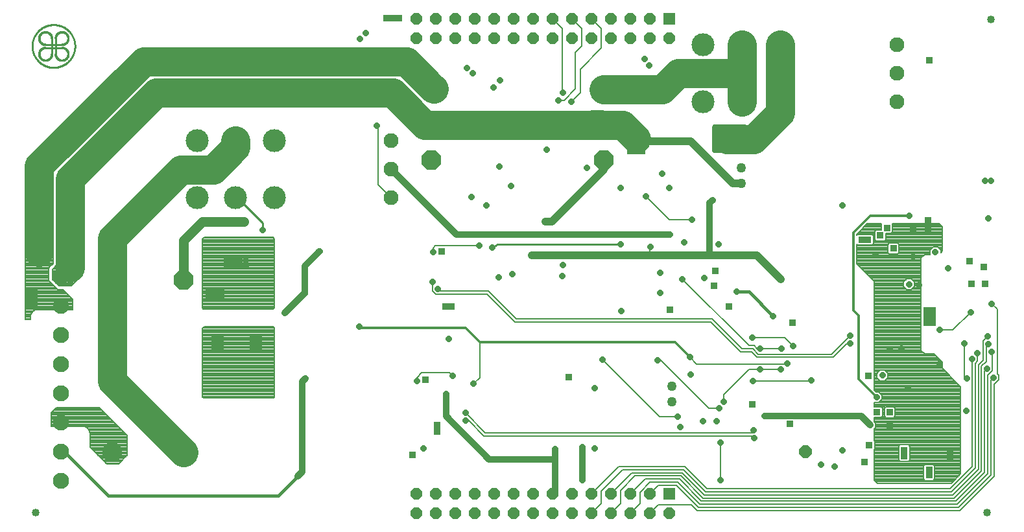
<source format=gbl>
G75*
%MOIN*%
%OFA0B0*%
%FSLAX25Y25*%
%IPPOS*%
%LPD*%
%AMOC8*
5,1,8,0,0,1.08239X$1,22.5*
%
%ADD10C,0.01000*%
%ADD11C,0.00100*%
%ADD12R,0.05906X0.05906*%
%ADD13OC8,0.05906*%
%ADD14C,0.08268*%
%ADD15C,0.04000*%
%ADD16OC8,0.06496*%
%ADD17OC8,0.10000*%
%ADD18C,0.11811*%
%ADD19C,0.07677*%
%ADD20C,0.05000*%
%ADD21R,0.03175X0.03175*%
%ADD22OC8,0.03175*%
%ADD23C,0.03200*%
%ADD24C,0.00800*%
%ADD25C,0.01600*%
%ADD26C,0.01200*%
%ADD27C,0.15000*%
%ADD28C,0.04000*%
%ADD29C,0.10000*%
%ADD30C,0.02000*%
%ADD31C,0.05000*%
D10*
X0254449Y0165081D02*
X0257049Y0166831D01*
X0320399Y0166831D01*
X0335549Y0161031D02*
X0335749Y0161181D01*
X0136349Y0174181D02*
X0136349Y0177696D01*
X0123428Y0190617D01*
X0122578Y0190617D01*
X0029950Y0264756D02*
X0029950Y0272630D01*
X0027981Y0272630D02*
X0027981Y0264756D01*
X0024832Y0267905D02*
X0033100Y0267905D01*
X0033100Y0269480D02*
X0024832Y0269480D01*
X0017966Y0268693D02*
X0017969Y0268963D01*
X0017979Y0269233D01*
X0017996Y0269502D01*
X0018019Y0269771D01*
X0018049Y0270040D01*
X0018085Y0270307D01*
X0018128Y0270574D01*
X0018177Y0270839D01*
X0018233Y0271103D01*
X0018296Y0271366D01*
X0018364Y0271627D01*
X0018440Y0271886D01*
X0018521Y0272143D01*
X0018609Y0272399D01*
X0018703Y0272652D01*
X0018803Y0272903D01*
X0018910Y0273151D01*
X0019022Y0273396D01*
X0019141Y0273639D01*
X0019265Y0273878D01*
X0019395Y0274115D01*
X0019531Y0274348D01*
X0019673Y0274578D01*
X0019820Y0274804D01*
X0019973Y0275027D01*
X0020131Y0275246D01*
X0020294Y0275461D01*
X0020463Y0275671D01*
X0020637Y0275878D01*
X0020816Y0276080D01*
X0020999Y0276278D01*
X0021188Y0276471D01*
X0021381Y0276660D01*
X0021579Y0276843D01*
X0021781Y0277022D01*
X0021988Y0277196D01*
X0022198Y0277365D01*
X0022413Y0277528D01*
X0022632Y0277686D01*
X0022855Y0277839D01*
X0023081Y0277986D01*
X0023311Y0278128D01*
X0023544Y0278264D01*
X0023781Y0278394D01*
X0024020Y0278518D01*
X0024263Y0278637D01*
X0024508Y0278749D01*
X0024756Y0278856D01*
X0025007Y0278956D01*
X0025260Y0279050D01*
X0025516Y0279138D01*
X0025773Y0279219D01*
X0026032Y0279295D01*
X0026293Y0279363D01*
X0026556Y0279426D01*
X0026820Y0279482D01*
X0027085Y0279531D01*
X0027352Y0279574D01*
X0027619Y0279610D01*
X0027888Y0279640D01*
X0028157Y0279663D01*
X0028426Y0279680D01*
X0028696Y0279690D01*
X0028966Y0279693D01*
X0029236Y0279690D01*
X0029506Y0279680D01*
X0029775Y0279663D01*
X0030044Y0279640D01*
X0030313Y0279610D01*
X0030580Y0279574D01*
X0030847Y0279531D01*
X0031112Y0279482D01*
X0031376Y0279426D01*
X0031639Y0279363D01*
X0031900Y0279295D01*
X0032159Y0279219D01*
X0032416Y0279138D01*
X0032672Y0279050D01*
X0032925Y0278956D01*
X0033176Y0278856D01*
X0033424Y0278749D01*
X0033669Y0278637D01*
X0033912Y0278518D01*
X0034151Y0278394D01*
X0034388Y0278264D01*
X0034621Y0278128D01*
X0034851Y0277986D01*
X0035077Y0277839D01*
X0035300Y0277686D01*
X0035519Y0277528D01*
X0035734Y0277365D01*
X0035944Y0277196D01*
X0036151Y0277022D01*
X0036353Y0276843D01*
X0036551Y0276660D01*
X0036744Y0276471D01*
X0036933Y0276278D01*
X0037116Y0276080D01*
X0037295Y0275878D01*
X0037469Y0275671D01*
X0037638Y0275461D01*
X0037801Y0275246D01*
X0037959Y0275027D01*
X0038112Y0274804D01*
X0038259Y0274578D01*
X0038401Y0274348D01*
X0038537Y0274115D01*
X0038667Y0273878D01*
X0038791Y0273639D01*
X0038910Y0273396D01*
X0039022Y0273151D01*
X0039129Y0272903D01*
X0039229Y0272652D01*
X0039323Y0272399D01*
X0039411Y0272143D01*
X0039492Y0271886D01*
X0039568Y0271627D01*
X0039636Y0271366D01*
X0039699Y0271103D01*
X0039755Y0270839D01*
X0039804Y0270574D01*
X0039847Y0270307D01*
X0039883Y0270040D01*
X0039913Y0269771D01*
X0039936Y0269502D01*
X0039953Y0269233D01*
X0039963Y0268963D01*
X0039966Y0268693D01*
X0039963Y0268423D01*
X0039953Y0268153D01*
X0039936Y0267884D01*
X0039913Y0267615D01*
X0039883Y0267346D01*
X0039847Y0267079D01*
X0039804Y0266812D01*
X0039755Y0266547D01*
X0039699Y0266283D01*
X0039636Y0266020D01*
X0039568Y0265759D01*
X0039492Y0265500D01*
X0039411Y0265243D01*
X0039323Y0264987D01*
X0039229Y0264734D01*
X0039129Y0264483D01*
X0039022Y0264235D01*
X0038910Y0263990D01*
X0038791Y0263747D01*
X0038667Y0263508D01*
X0038537Y0263271D01*
X0038401Y0263038D01*
X0038259Y0262808D01*
X0038112Y0262582D01*
X0037959Y0262359D01*
X0037801Y0262140D01*
X0037638Y0261925D01*
X0037469Y0261715D01*
X0037295Y0261508D01*
X0037116Y0261306D01*
X0036933Y0261108D01*
X0036744Y0260915D01*
X0036551Y0260726D01*
X0036353Y0260543D01*
X0036151Y0260364D01*
X0035944Y0260190D01*
X0035734Y0260021D01*
X0035519Y0259858D01*
X0035300Y0259700D01*
X0035077Y0259547D01*
X0034851Y0259400D01*
X0034621Y0259258D01*
X0034388Y0259122D01*
X0034151Y0258992D01*
X0033912Y0258868D01*
X0033669Y0258749D01*
X0033424Y0258637D01*
X0033176Y0258530D01*
X0032925Y0258430D01*
X0032672Y0258336D01*
X0032416Y0258248D01*
X0032159Y0258167D01*
X0031900Y0258091D01*
X0031639Y0258023D01*
X0031376Y0257960D01*
X0031112Y0257904D01*
X0030847Y0257855D01*
X0030580Y0257812D01*
X0030313Y0257776D01*
X0030044Y0257746D01*
X0029775Y0257723D01*
X0029506Y0257706D01*
X0029236Y0257696D01*
X0028966Y0257693D01*
X0028696Y0257696D01*
X0028426Y0257706D01*
X0028157Y0257723D01*
X0027888Y0257746D01*
X0027619Y0257776D01*
X0027352Y0257812D01*
X0027085Y0257855D01*
X0026820Y0257904D01*
X0026556Y0257960D01*
X0026293Y0258023D01*
X0026032Y0258091D01*
X0025773Y0258167D01*
X0025516Y0258248D01*
X0025260Y0258336D01*
X0025007Y0258430D01*
X0024756Y0258530D01*
X0024508Y0258637D01*
X0024263Y0258749D01*
X0024020Y0258868D01*
X0023781Y0258992D01*
X0023544Y0259122D01*
X0023311Y0259258D01*
X0023081Y0259400D01*
X0022855Y0259547D01*
X0022632Y0259700D01*
X0022413Y0259858D01*
X0022198Y0260021D01*
X0021988Y0260190D01*
X0021781Y0260364D01*
X0021579Y0260543D01*
X0021381Y0260726D01*
X0021188Y0260915D01*
X0020999Y0261108D01*
X0020816Y0261306D01*
X0020637Y0261508D01*
X0020463Y0261715D01*
X0020294Y0261925D01*
X0020131Y0262140D01*
X0019973Y0262359D01*
X0019820Y0262582D01*
X0019673Y0262808D01*
X0019531Y0263038D01*
X0019395Y0263271D01*
X0019265Y0263508D01*
X0019141Y0263747D01*
X0019022Y0263990D01*
X0018910Y0264235D01*
X0018803Y0264483D01*
X0018703Y0264734D01*
X0018609Y0264987D01*
X0018521Y0265243D01*
X0018440Y0265500D01*
X0018364Y0265759D01*
X0018296Y0266020D01*
X0018233Y0266283D01*
X0018177Y0266547D01*
X0018128Y0266812D01*
X0018085Y0267079D01*
X0018049Y0267346D01*
X0018019Y0267615D01*
X0017996Y0267884D01*
X0017979Y0268153D01*
X0017969Y0268423D01*
X0017966Y0268693D01*
D11*
X0028432Y0272666D02*
X0027532Y0272694D01*
X0027533Y0272693D02*
X0027532Y0272798D01*
X0027527Y0272904D01*
X0027519Y0273009D01*
X0027506Y0273113D01*
X0027490Y0273217D01*
X0027470Y0273320D01*
X0027445Y0273423D01*
X0027417Y0273524D01*
X0027386Y0273625D01*
X0027350Y0273724D01*
X0027311Y0273821D01*
X0027268Y0273917D01*
X0027221Y0274012D01*
X0027171Y0274104D01*
X0027118Y0274195D01*
X0027061Y0274284D01*
X0027001Y0274370D01*
X0026938Y0274454D01*
X0026871Y0274536D01*
X0026802Y0274615D01*
X0026729Y0274691D01*
X0026654Y0274765D01*
X0026576Y0274836D01*
X0026496Y0274904D01*
X0026413Y0274968D01*
X0026327Y0275030D01*
X0026239Y0275088D01*
X0026150Y0275143D01*
X0026058Y0275195D01*
X0025964Y0275243D01*
X0025869Y0275287D01*
X0025772Y0275328D01*
X0025673Y0275365D01*
X0025574Y0275399D01*
X0025473Y0275429D01*
X0025371Y0275454D01*
X0025268Y0275476D01*
X0025164Y0275495D01*
X0025060Y0275509D01*
X0024955Y0275519D01*
X0024850Y0275526D01*
X0024745Y0275528D01*
X0024639Y0275526D01*
X0024534Y0275521D01*
X0024429Y0275511D01*
X0024325Y0275498D01*
X0024221Y0275481D01*
X0024118Y0275460D01*
X0024016Y0275435D01*
X0023915Y0275406D01*
X0023814Y0275373D01*
X0023716Y0275337D01*
X0023618Y0275297D01*
X0023523Y0275253D01*
X0023429Y0275206D01*
X0023336Y0275155D01*
X0023246Y0275101D01*
X0023158Y0275043D01*
X0023072Y0274982D01*
X0022989Y0274918D01*
X0022907Y0274851D01*
X0022829Y0274781D01*
X0022753Y0274708D01*
X0022680Y0274632D01*
X0022610Y0274554D01*
X0022543Y0274472D01*
X0022479Y0274389D01*
X0022418Y0274303D01*
X0022360Y0274215D01*
X0022306Y0274125D01*
X0022255Y0274032D01*
X0022208Y0273938D01*
X0022164Y0273843D01*
X0022124Y0273745D01*
X0022088Y0273647D01*
X0022055Y0273546D01*
X0022026Y0273445D01*
X0022001Y0273343D01*
X0021980Y0273240D01*
X0021963Y0273136D01*
X0021950Y0273032D01*
X0021940Y0272927D01*
X0021935Y0272822D01*
X0021933Y0272716D01*
X0021935Y0272611D01*
X0021942Y0272506D01*
X0021952Y0272401D01*
X0021966Y0272297D01*
X0021985Y0272193D01*
X0022007Y0272090D01*
X0022032Y0271988D01*
X0022062Y0271887D01*
X0022096Y0271788D01*
X0022133Y0271689D01*
X0022174Y0271592D01*
X0022218Y0271497D01*
X0022266Y0271403D01*
X0022318Y0271311D01*
X0022373Y0271222D01*
X0022431Y0271134D01*
X0022493Y0271048D01*
X0022557Y0270965D01*
X0022625Y0270885D01*
X0022696Y0270807D01*
X0022770Y0270732D01*
X0022846Y0270659D01*
X0022925Y0270590D01*
X0023007Y0270523D01*
X0023091Y0270460D01*
X0023177Y0270400D01*
X0023266Y0270343D01*
X0023357Y0270290D01*
X0023449Y0270240D01*
X0023544Y0270193D01*
X0023640Y0270150D01*
X0023737Y0270111D01*
X0023836Y0270075D01*
X0023937Y0270044D01*
X0024038Y0270016D01*
X0024141Y0269991D01*
X0024244Y0269971D01*
X0024348Y0269955D01*
X0024452Y0269942D01*
X0024557Y0269934D01*
X0024663Y0269929D01*
X0024768Y0269928D01*
X0024795Y0269029D01*
X0024675Y0269028D01*
X0024555Y0269032D01*
X0024435Y0269040D01*
X0024315Y0269052D01*
X0024196Y0269067D01*
X0024077Y0269087D01*
X0023959Y0269110D01*
X0023842Y0269137D01*
X0023725Y0269168D01*
X0023610Y0269202D01*
X0023496Y0269241D01*
X0023384Y0269283D01*
X0023272Y0269328D01*
X0023163Y0269378D01*
X0023055Y0269431D01*
X0022948Y0269487D01*
X0022844Y0269547D01*
X0022742Y0269610D01*
X0022641Y0269676D01*
X0022543Y0269746D01*
X0022447Y0269818D01*
X0022354Y0269894D01*
X0022263Y0269973D01*
X0022175Y0270055D01*
X0022089Y0270139D01*
X0022007Y0270227D01*
X0021927Y0270316D01*
X0021850Y0270409D01*
X0021776Y0270504D01*
X0021705Y0270601D01*
X0021638Y0270701D01*
X0021574Y0270802D01*
X0021513Y0270906D01*
X0021455Y0271012D01*
X0021401Y0271119D01*
X0021351Y0271228D01*
X0021304Y0271339D01*
X0021260Y0271451D01*
X0021221Y0271565D01*
X0021185Y0271680D01*
X0021152Y0271795D01*
X0021124Y0271912D01*
X0021099Y0272030D01*
X0021079Y0272148D01*
X0021062Y0272268D01*
X0021049Y0272387D01*
X0021040Y0272507D01*
X0021034Y0272627D01*
X0021033Y0272747D01*
X0021036Y0272868D01*
X0021042Y0272988D01*
X0021053Y0273108D01*
X0021067Y0273227D01*
X0021085Y0273346D01*
X0021107Y0273464D01*
X0021133Y0273582D01*
X0021162Y0273698D01*
X0021196Y0273814D01*
X0021233Y0273928D01*
X0021274Y0274041D01*
X0021318Y0274153D01*
X0021366Y0274263D01*
X0021418Y0274372D01*
X0021473Y0274479D01*
X0021532Y0274584D01*
X0021594Y0274687D01*
X0021659Y0274788D01*
X0021728Y0274886D01*
X0021800Y0274983D01*
X0021874Y0275077D01*
X0021952Y0275169D01*
X0022033Y0275258D01*
X0022117Y0275344D01*
X0022203Y0275428D01*
X0022292Y0275509D01*
X0022384Y0275587D01*
X0022478Y0275661D01*
X0022575Y0275733D01*
X0022673Y0275802D01*
X0022774Y0275867D01*
X0022877Y0275929D01*
X0022982Y0275988D01*
X0023089Y0276043D01*
X0023198Y0276095D01*
X0023308Y0276143D01*
X0023420Y0276187D01*
X0023533Y0276228D01*
X0023647Y0276265D01*
X0023763Y0276299D01*
X0023879Y0276328D01*
X0023997Y0276354D01*
X0024115Y0276376D01*
X0024234Y0276394D01*
X0024353Y0276408D01*
X0024473Y0276419D01*
X0024593Y0276425D01*
X0024714Y0276428D01*
X0024834Y0276427D01*
X0024954Y0276421D01*
X0025074Y0276412D01*
X0025193Y0276399D01*
X0025313Y0276382D01*
X0025431Y0276362D01*
X0025549Y0276337D01*
X0025666Y0276309D01*
X0025781Y0276276D01*
X0025896Y0276240D01*
X0026010Y0276201D01*
X0026122Y0276157D01*
X0026233Y0276110D01*
X0026342Y0276060D01*
X0026449Y0276006D01*
X0026555Y0275948D01*
X0026659Y0275887D01*
X0026760Y0275823D01*
X0026860Y0275756D01*
X0026957Y0275685D01*
X0027052Y0275611D01*
X0027145Y0275534D01*
X0027234Y0275454D01*
X0027322Y0275372D01*
X0027406Y0275286D01*
X0027488Y0275198D01*
X0027567Y0275107D01*
X0027643Y0275014D01*
X0027715Y0274918D01*
X0027785Y0274820D01*
X0027851Y0274719D01*
X0027914Y0274617D01*
X0027974Y0274513D01*
X0028030Y0274406D01*
X0028083Y0274298D01*
X0028133Y0274189D01*
X0028178Y0274077D01*
X0028220Y0273965D01*
X0028259Y0273851D01*
X0028293Y0273736D01*
X0028324Y0273619D01*
X0028351Y0273502D01*
X0028374Y0273384D01*
X0028394Y0273265D01*
X0028409Y0273146D01*
X0028421Y0273026D01*
X0028429Y0272906D01*
X0028433Y0272786D01*
X0028432Y0272666D01*
X0028339Y0272669D01*
X0028338Y0272788D01*
X0028335Y0272908D01*
X0028327Y0273027D01*
X0028315Y0273146D01*
X0028299Y0273265D01*
X0028279Y0273383D01*
X0028255Y0273500D01*
X0028228Y0273617D01*
X0028196Y0273732D01*
X0028161Y0273847D01*
X0028122Y0273960D01*
X0028079Y0274071D01*
X0028033Y0274182D01*
X0027983Y0274290D01*
X0027929Y0274397D01*
X0027872Y0274503D01*
X0027812Y0274606D01*
X0027748Y0274707D01*
X0027680Y0274806D01*
X0027610Y0274902D01*
X0027536Y0274997D01*
X0027459Y0275088D01*
X0027379Y0275178D01*
X0027297Y0275264D01*
X0027211Y0275348D01*
X0027123Y0275428D01*
X0027032Y0275506D01*
X0026938Y0275581D01*
X0026843Y0275653D01*
X0026744Y0275721D01*
X0026644Y0275786D01*
X0026541Y0275848D01*
X0026437Y0275906D01*
X0026331Y0275961D01*
X0026222Y0276012D01*
X0026113Y0276060D01*
X0026001Y0276104D01*
X0025889Y0276144D01*
X0025775Y0276180D01*
X0025660Y0276213D01*
X0025543Y0276242D01*
X0025426Y0276267D01*
X0025309Y0276288D01*
X0025190Y0276305D01*
X0025071Y0276318D01*
X0024952Y0276327D01*
X0024833Y0276333D01*
X0024713Y0276334D01*
X0024593Y0276331D01*
X0024474Y0276325D01*
X0024355Y0276314D01*
X0024236Y0276300D01*
X0024118Y0276281D01*
X0024000Y0276259D01*
X0023883Y0276232D01*
X0023768Y0276202D01*
X0023653Y0276168D01*
X0023539Y0276131D01*
X0023427Y0276089D01*
X0023316Y0276044D01*
X0023207Y0275995D01*
X0023099Y0275943D01*
X0022994Y0275887D01*
X0022890Y0275827D01*
X0022788Y0275764D01*
X0022688Y0275698D01*
X0022591Y0275629D01*
X0022496Y0275556D01*
X0022403Y0275480D01*
X0022313Y0275402D01*
X0022226Y0275320D01*
X0022141Y0275235D01*
X0022059Y0275148D01*
X0021981Y0275058D01*
X0021905Y0274965D01*
X0021832Y0274870D01*
X0021763Y0274773D01*
X0021697Y0274673D01*
X0021634Y0274571D01*
X0021574Y0274467D01*
X0021518Y0274362D01*
X0021466Y0274254D01*
X0021417Y0274145D01*
X0021372Y0274034D01*
X0021330Y0273922D01*
X0021293Y0273808D01*
X0021259Y0273693D01*
X0021229Y0273578D01*
X0021202Y0273461D01*
X0021180Y0273343D01*
X0021161Y0273225D01*
X0021147Y0273106D01*
X0021136Y0272987D01*
X0021130Y0272868D01*
X0021127Y0272748D01*
X0021128Y0272628D01*
X0021134Y0272509D01*
X0021143Y0272390D01*
X0021156Y0272271D01*
X0021173Y0272152D01*
X0021194Y0272035D01*
X0021219Y0271918D01*
X0021248Y0271801D01*
X0021281Y0271686D01*
X0021317Y0271572D01*
X0021357Y0271460D01*
X0021401Y0271348D01*
X0021449Y0271239D01*
X0021500Y0271130D01*
X0021555Y0271024D01*
X0021613Y0270920D01*
X0021675Y0270817D01*
X0021740Y0270717D01*
X0021808Y0270618D01*
X0021880Y0270523D01*
X0021955Y0270429D01*
X0022033Y0270338D01*
X0022113Y0270250D01*
X0022197Y0270164D01*
X0022283Y0270082D01*
X0022373Y0270002D01*
X0022464Y0269925D01*
X0022559Y0269851D01*
X0022655Y0269781D01*
X0022754Y0269713D01*
X0022855Y0269649D01*
X0022958Y0269589D01*
X0023064Y0269532D01*
X0023171Y0269478D01*
X0023279Y0269428D01*
X0023390Y0269382D01*
X0023501Y0269339D01*
X0023614Y0269300D01*
X0023729Y0269265D01*
X0023844Y0269233D01*
X0023961Y0269206D01*
X0024078Y0269182D01*
X0024196Y0269162D01*
X0024315Y0269146D01*
X0024434Y0269134D01*
X0024553Y0269126D01*
X0024673Y0269123D01*
X0024792Y0269122D01*
X0024789Y0269216D01*
X0024672Y0269217D01*
X0024555Y0269221D01*
X0024438Y0269228D01*
X0024321Y0269240D01*
X0024205Y0269256D01*
X0024089Y0269276D01*
X0023974Y0269299D01*
X0023860Y0269326D01*
X0023747Y0269357D01*
X0023635Y0269392D01*
X0023524Y0269431D01*
X0023414Y0269473D01*
X0023306Y0269519D01*
X0023200Y0269568D01*
X0023095Y0269621D01*
X0022992Y0269678D01*
X0022891Y0269738D01*
X0022793Y0269801D01*
X0022696Y0269867D01*
X0022601Y0269937D01*
X0022509Y0270010D01*
X0022420Y0270085D01*
X0022333Y0270164D01*
X0022249Y0270246D01*
X0022167Y0270330D01*
X0022088Y0270417D01*
X0022013Y0270507D01*
X0021940Y0270599D01*
X0021870Y0270693D01*
X0021804Y0270790D01*
X0021741Y0270889D01*
X0021681Y0270990D01*
X0021625Y0271093D01*
X0021572Y0271198D01*
X0021523Y0271304D01*
X0021477Y0271412D01*
X0021435Y0271522D01*
X0021396Y0271633D01*
X0021361Y0271745D01*
X0021331Y0271858D01*
X0021303Y0271972D01*
X0021280Y0272087D01*
X0021261Y0272203D01*
X0021245Y0272319D01*
X0021233Y0272436D01*
X0021225Y0272553D01*
X0021221Y0272670D01*
X0021222Y0272787D01*
X0021225Y0272905D01*
X0021233Y0273022D01*
X0021245Y0273139D01*
X0021261Y0273255D01*
X0021280Y0273371D01*
X0021304Y0273485D01*
X0021331Y0273600D01*
X0021362Y0273713D01*
X0021397Y0273825D01*
X0021435Y0273936D01*
X0021477Y0274045D01*
X0021523Y0274153D01*
X0021573Y0274260D01*
X0021626Y0274364D01*
X0021682Y0274467D01*
X0021742Y0274568D01*
X0021805Y0274667D01*
X0021871Y0274764D01*
X0021941Y0274858D01*
X0022014Y0274950D01*
X0022089Y0275040D01*
X0022168Y0275127D01*
X0022250Y0275211D01*
X0022334Y0275293D01*
X0022421Y0275372D01*
X0022511Y0275447D01*
X0022603Y0275520D01*
X0022697Y0275590D01*
X0022794Y0275656D01*
X0022893Y0275719D01*
X0022994Y0275779D01*
X0023097Y0275835D01*
X0023201Y0275888D01*
X0023308Y0275938D01*
X0023416Y0275984D01*
X0023525Y0276026D01*
X0023636Y0276064D01*
X0023748Y0276099D01*
X0023861Y0276130D01*
X0023976Y0276157D01*
X0024090Y0276181D01*
X0024206Y0276200D01*
X0024322Y0276216D01*
X0024439Y0276228D01*
X0024556Y0276236D01*
X0024674Y0276239D01*
X0024791Y0276240D01*
X0024908Y0276236D01*
X0025025Y0276228D01*
X0025142Y0276216D01*
X0025258Y0276200D01*
X0025374Y0276181D01*
X0025489Y0276158D01*
X0025603Y0276130D01*
X0025716Y0276100D01*
X0025828Y0276065D01*
X0025939Y0276026D01*
X0026049Y0275984D01*
X0026157Y0275938D01*
X0026263Y0275889D01*
X0026368Y0275836D01*
X0026471Y0275780D01*
X0026572Y0275720D01*
X0026671Y0275657D01*
X0026768Y0275591D01*
X0026862Y0275521D01*
X0026954Y0275448D01*
X0027044Y0275373D01*
X0027131Y0275294D01*
X0027215Y0275212D01*
X0027297Y0275128D01*
X0027376Y0275041D01*
X0027451Y0274952D01*
X0027524Y0274860D01*
X0027594Y0274765D01*
X0027660Y0274668D01*
X0027723Y0274570D01*
X0027783Y0274469D01*
X0027840Y0274366D01*
X0027893Y0274261D01*
X0027942Y0274155D01*
X0027988Y0274047D01*
X0028030Y0273937D01*
X0028069Y0273826D01*
X0028104Y0273714D01*
X0028135Y0273601D01*
X0028162Y0273487D01*
X0028185Y0273372D01*
X0028205Y0273256D01*
X0028221Y0273140D01*
X0028233Y0273023D01*
X0028240Y0272906D01*
X0028244Y0272789D01*
X0028245Y0272672D01*
X0028151Y0272674D01*
X0028150Y0272791D01*
X0028146Y0272908D01*
X0028138Y0273024D01*
X0028126Y0273140D01*
X0028110Y0273256D01*
X0028090Y0273371D01*
X0028066Y0273485D01*
X0028038Y0273598D01*
X0028007Y0273710D01*
X0027971Y0273821D01*
X0027932Y0273931D01*
X0027889Y0274040D01*
X0027843Y0274147D01*
X0027792Y0274252D01*
X0027739Y0274355D01*
X0027681Y0274457D01*
X0027621Y0274557D01*
X0027557Y0274654D01*
X0027489Y0274749D01*
X0027419Y0274842D01*
X0027345Y0274933D01*
X0027268Y0275020D01*
X0027189Y0275106D01*
X0027106Y0275188D01*
X0027021Y0275268D01*
X0026933Y0275344D01*
X0026842Y0275418D01*
X0026749Y0275488D01*
X0026654Y0275555D01*
X0026556Y0275619D01*
X0026457Y0275680D01*
X0026355Y0275737D01*
X0026251Y0275790D01*
X0026146Y0275840D01*
X0026039Y0275887D01*
X0025930Y0275929D01*
X0025820Y0275968D01*
X0025709Y0276004D01*
X0025597Y0276035D01*
X0025483Y0276063D01*
X0025369Y0276086D01*
X0025254Y0276106D01*
X0025139Y0276122D01*
X0025023Y0276134D01*
X0024906Y0276142D01*
X0024790Y0276146D01*
X0024673Y0276145D01*
X0024557Y0276141D01*
X0024440Y0276133D01*
X0024324Y0276121D01*
X0024209Y0276106D01*
X0024094Y0276086D01*
X0023979Y0276062D01*
X0023866Y0276034D01*
X0023754Y0276003D01*
X0023643Y0275967D01*
X0023533Y0275928D01*
X0023424Y0275886D01*
X0023317Y0275839D01*
X0023212Y0275789D01*
X0023108Y0275735D01*
X0023007Y0275678D01*
X0022907Y0275617D01*
X0022810Y0275553D01*
X0022714Y0275486D01*
X0022621Y0275416D01*
X0022531Y0275342D01*
X0022443Y0275265D01*
X0022358Y0275186D01*
X0022275Y0275103D01*
X0022196Y0275018D01*
X0022119Y0274930D01*
X0022045Y0274840D01*
X0021975Y0274747D01*
X0021908Y0274651D01*
X0021844Y0274554D01*
X0021783Y0274454D01*
X0021726Y0274353D01*
X0021672Y0274249D01*
X0021622Y0274144D01*
X0021575Y0274037D01*
X0021533Y0273928D01*
X0021494Y0273818D01*
X0021458Y0273707D01*
X0021427Y0273595D01*
X0021399Y0273482D01*
X0021375Y0273367D01*
X0021355Y0273252D01*
X0021340Y0273137D01*
X0021328Y0273021D01*
X0021320Y0272904D01*
X0021316Y0272788D01*
X0021315Y0272671D01*
X0021319Y0272555D01*
X0021327Y0272438D01*
X0021339Y0272322D01*
X0021355Y0272207D01*
X0021375Y0272092D01*
X0021398Y0271978D01*
X0021426Y0271864D01*
X0021457Y0271752D01*
X0021493Y0271641D01*
X0021532Y0271531D01*
X0021574Y0271422D01*
X0021621Y0271315D01*
X0021671Y0271210D01*
X0021724Y0271106D01*
X0021781Y0271004D01*
X0021842Y0270905D01*
X0021906Y0270807D01*
X0021973Y0270712D01*
X0022043Y0270619D01*
X0022117Y0270528D01*
X0022193Y0270440D01*
X0022273Y0270355D01*
X0022355Y0270272D01*
X0022441Y0270193D01*
X0022528Y0270116D01*
X0022619Y0270042D01*
X0022712Y0269972D01*
X0022807Y0269904D01*
X0022904Y0269840D01*
X0023004Y0269780D01*
X0023106Y0269722D01*
X0023209Y0269669D01*
X0023314Y0269618D01*
X0023421Y0269572D01*
X0023530Y0269529D01*
X0023640Y0269490D01*
X0023751Y0269454D01*
X0023863Y0269423D01*
X0023976Y0269395D01*
X0024090Y0269371D01*
X0024205Y0269351D01*
X0024321Y0269335D01*
X0024437Y0269323D01*
X0024553Y0269315D01*
X0024670Y0269311D01*
X0024787Y0269310D01*
X0024784Y0269404D01*
X0024669Y0269405D01*
X0024555Y0269409D01*
X0024441Y0269417D01*
X0024328Y0269429D01*
X0024215Y0269445D01*
X0024102Y0269464D01*
X0023990Y0269488D01*
X0023879Y0269515D01*
X0023770Y0269547D01*
X0023661Y0269582D01*
X0023553Y0269620D01*
X0023447Y0269663D01*
X0023343Y0269709D01*
X0023240Y0269758D01*
X0023139Y0269811D01*
X0023039Y0269868D01*
X0022942Y0269928D01*
X0022847Y0269991D01*
X0022754Y0270057D01*
X0022663Y0270127D01*
X0022575Y0270200D01*
X0022490Y0270275D01*
X0022407Y0270354D01*
X0022326Y0270435D01*
X0022249Y0270519D01*
X0022175Y0270606D01*
X0022103Y0270695D01*
X0022035Y0270787D01*
X0021970Y0270880D01*
X0021908Y0270976D01*
X0021849Y0271075D01*
X0021794Y0271175D01*
X0021743Y0271277D01*
X0021695Y0271380D01*
X0021650Y0271485D01*
X0021609Y0271592D01*
X0021572Y0271700D01*
X0021538Y0271809D01*
X0021509Y0271920D01*
X0021483Y0272031D01*
X0021461Y0272143D01*
X0021443Y0272256D01*
X0021428Y0272369D01*
X0021418Y0272483D01*
X0021412Y0272597D01*
X0021409Y0272711D01*
X0021410Y0272825D01*
X0021416Y0272939D01*
X0021425Y0273053D01*
X0021438Y0273167D01*
X0021455Y0273280D01*
X0021476Y0273392D01*
X0021501Y0273504D01*
X0021529Y0273614D01*
X0021562Y0273724D01*
X0021598Y0273832D01*
X0021638Y0273939D01*
X0021681Y0274045D01*
X0021728Y0274149D01*
X0021779Y0274251D01*
X0021833Y0274352D01*
X0021890Y0274451D01*
X0021951Y0274547D01*
X0022015Y0274642D01*
X0022083Y0274734D01*
X0022153Y0274824D01*
X0022227Y0274911D01*
X0022303Y0274996D01*
X0022383Y0275078D01*
X0022465Y0275158D01*
X0022550Y0275234D01*
X0022637Y0275308D01*
X0022727Y0275378D01*
X0022819Y0275446D01*
X0022914Y0275510D01*
X0023010Y0275571D01*
X0023109Y0275628D01*
X0023210Y0275682D01*
X0023312Y0275733D01*
X0023416Y0275780D01*
X0023522Y0275823D01*
X0023629Y0275863D01*
X0023737Y0275899D01*
X0023847Y0275932D01*
X0023957Y0275960D01*
X0024069Y0275985D01*
X0024181Y0276006D01*
X0024294Y0276023D01*
X0024408Y0276036D01*
X0024522Y0276045D01*
X0024636Y0276051D01*
X0024750Y0276052D01*
X0024864Y0276049D01*
X0024978Y0276043D01*
X0025092Y0276033D01*
X0025205Y0276018D01*
X0025318Y0276000D01*
X0025430Y0275978D01*
X0025541Y0275952D01*
X0025652Y0275923D01*
X0025761Y0275889D01*
X0025869Y0275852D01*
X0025976Y0275811D01*
X0026081Y0275766D01*
X0026184Y0275718D01*
X0026286Y0275667D01*
X0026386Y0275612D01*
X0026485Y0275553D01*
X0026581Y0275491D01*
X0026674Y0275426D01*
X0026766Y0275358D01*
X0026855Y0275286D01*
X0026942Y0275212D01*
X0027026Y0275135D01*
X0027107Y0275054D01*
X0027186Y0274971D01*
X0027261Y0274886D01*
X0027334Y0274798D01*
X0027404Y0274707D01*
X0027470Y0274614D01*
X0027533Y0274519D01*
X0027593Y0274422D01*
X0027650Y0274322D01*
X0027703Y0274221D01*
X0027752Y0274118D01*
X0027798Y0274014D01*
X0027841Y0273908D01*
X0027879Y0273800D01*
X0027914Y0273691D01*
X0027946Y0273582D01*
X0027973Y0273471D01*
X0027997Y0273359D01*
X0028016Y0273246D01*
X0028032Y0273133D01*
X0028044Y0273020D01*
X0028052Y0272906D01*
X0028056Y0272792D01*
X0028057Y0272677D01*
X0027963Y0272680D01*
X0027962Y0272793D01*
X0027958Y0272905D01*
X0027950Y0273018D01*
X0027938Y0273130D01*
X0027922Y0273241D01*
X0027902Y0273352D01*
X0027878Y0273462D01*
X0027851Y0273571D01*
X0027820Y0273679D01*
X0027785Y0273786D01*
X0027746Y0273892D01*
X0027703Y0273997D01*
X0027657Y0274099D01*
X0027608Y0274200D01*
X0027555Y0274300D01*
X0027498Y0274397D01*
X0027438Y0274493D01*
X0027375Y0274586D01*
X0027309Y0274677D01*
X0027239Y0274765D01*
X0027167Y0274852D01*
X0027091Y0274935D01*
X0027013Y0275016D01*
X0026932Y0275094D01*
X0026848Y0275169D01*
X0026762Y0275241D01*
X0026673Y0275311D01*
X0026582Y0275377D01*
X0026488Y0275440D01*
X0026392Y0275499D01*
X0026295Y0275555D01*
X0026195Y0275608D01*
X0026094Y0275657D01*
X0025991Y0275703D01*
X0025887Y0275745D01*
X0025781Y0275783D01*
X0025674Y0275818D01*
X0025565Y0275849D01*
X0025456Y0275876D01*
X0025346Y0275899D01*
X0025235Y0275919D01*
X0025123Y0275934D01*
X0025011Y0275946D01*
X0024899Y0275954D01*
X0024786Y0275958D01*
X0024674Y0275957D01*
X0024561Y0275953D01*
X0024449Y0275945D01*
X0024337Y0275934D01*
X0024225Y0275918D01*
X0024115Y0275898D01*
X0024004Y0275875D01*
X0023895Y0275847D01*
X0023787Y0275816D01*
X0023680Y0275781D01*
X0023574Y0275743D01*
X0023470Y0275701D01*
X0023367Y0275655D01*
X0023266Y0275605D01*
X0023166Y0275553D01*
X0023069Y0275496D01*
X0022973Y0275436D01*
X0022880Y0275374D01*
X0022789Y0275307D01*
X0022700Y0275238D01*
X0022614Y0275166D01*
X0022530Y0275090D01*
X0022449Y0275012D01*
X0022371Y0274931D01*
X0022295Y0274847D01*
X0022223Y0274761D01*
X0022154Y0274672D01*
X0022087Y0274581D01*
X0022025Y0274488D01*
X0021965Y0274392D01*
X0021908Y0274295D01*
X0021856Y0274195D01*
X0021806Y0274094D01*
X0021760Y0273991D01*
X0021718Y0273887D01*
X0021680Y0273781D01*
X0021645Y0273674D01*
X0021614Y0273566D01*
X0021586Y0273457D01*
X0021563Y0273346D01*
X0021543Y0273236D01*
X0021527Y0273124D01*
X0021516Y0273012D01*
X0021508Y0272900D01*
X0021504Y0272787D01*
X0021503Y0272675D01*
X0021507Y0272562D01*
X0021515Y0272450D01*
X0021527Y0272338D01*
X0021542Y0272226D01*
X0021562Y0272115D01*
X0021585Y0272005D01*
X0021612Y0271896D01*
X0021643Y0271787D01*
X0021678Y0271680D01*
X0021716Y0271574D01*
X0021758Y0271470D01*
X0021804Y0271367D01*
X0021853Y0271266D01*
X0021906Y0271166D01*
X0021962Y0271069D01*
X0022021Y0270973D01*
X0022084Y0270879D01*
X0022150Y0270788D01*
X0022220Y0270699D01*
X0022292Y0270613D01*
X0022367Y0270529D01*
X0022445Y0270448D01*
X0022526Y0270370D01*
X0022609Y0270294D01*
X0022696Y0270222D01*
X0022784Y0270152D01*
X0022875Y0270086D01*
X0022968Y0270023D01*
X0023064Y0269963D01*
X0023161Y0269906D01*
X0023261Y0269853D01*
X0023362Y0269804D01*
X0023464Y0269758D01*
X0023569Y0269715D01*
X0023675Y0269676D01*
X0023782Y0269641D01*
X0023890Y0269610D01*
X0023999Y0269583D01*
X0024109Y0269559D01*
X0024220Y0269539D01*
X0024331Y0269523D01*
X0024443Y0269511D01*
X0024556Y0269503D01*
X0024668Y0269499D01*
X0024781Y0269498D01*
X0024778Y0269592D01*
X0024666Y0269593D01*
X0024555Y0269597D01*
X0024443Y0269605D01*
X0024332Y0269618D01*
X0024221Y0269634D01*
X0024111Y0269654D01*
X0024002Y0269678D01*
X0023894Y0269706D01*
X0023787Y0269738D01*
X0023681Y0269774D01*
X0023576Y0269813D01*
X0023473Y0269856D01*
X0023372Y0269903D01*
X0023272Y0269953D01*
X0023174Y0270007D01*
X0023078Y0270064D01*
X0022984Y0270125D01*
X0022892Y0270189D01*
X0022803Y0270256D01*
X0022716Y0270327D01*
X0022632Y0270400D01*
X0022550Y0270476D01*
X0022471Y0270556D01*
X0022395Y0270638D01*
X0022322Y0270722D01*
X0022252Y0270809D01*
X0022186Y0270899D01*
X0022122Y0270991D01*
X0022062Y0271085D01*
X0022005Y0271181D01*
X0021951Y0271280D01*
X0021902Y0271380D01*
X0021855Y0271481D01*
X0021813Y0271585D01*
X0021774Y0271690D01*
X0021739Y0271796D01*
X0021707Y0271903D01*
X0021680Y0272011D01*
X0021656Y0272121D01*
X0021637Y0272231D01*
X0021621Y0272341D01*
X0021609Y0272453D01*
X0021601Y0272564D01*
X0021597Y0272676D01*
X0021598Y0272788D01*
X0021602Y0272899D01*
X0021610Y0273011D01*
X0021622Y0273122D01*
X0021638Y0273232D01*
X0021658Y0273342D01*
X0021682Y0273452D01*
X0021709Y0273560D01*
X0021741Y0273667D01*
X0021776Y0273773D01*
X0021815Y0273878D01*
X0021858Y0273981D01*
X0021905Y0274083D01*
X0021955Y0274183D01*
X0022008Y0274281D01*
X0022066Y0274377D01*
X0022126Y0274471D01*
X0022190Y0274563D01*
X0022257Y0274652D01*
X0022327Y0274739D01*
X0022400Y0274824D01*
X0022476Y0274906D01*
X0022555Y0274985D01*
X0022637Y0275061D01*
X0022722Y0275134D01*
X0022809Y0275204D01*
X0022898Y0275271D01*
X0022990Y0275335D01*
X0023084Y0275395D01*
X0023180Y0275453D01*
X0023278Y0275506D01*
X0023378Y0275556D01*
X0023480Y0275603D01*
X0023583Y0275646D01*
X0023688Y0275685D01*
X0023794Y0275720D01*
X0023901Y0275752D01*
X0024009Y0275779D01*
X0024119Y0275803D01*
X0024229Y0275823D01*
X0024339Y0275839D01*
X0024450Y0275851D01*
X0024562Y0275859D01*
X0024673Y0275863D01*
X0024785Y0275864D01*
X0024897Y0275860D01*
X0025008Y0275852D01*
X0025120Y0275840D01*
X0025230Y0275824D01*
X0025340Y0275805D01*
X0025450Y0275781D01*
X0025558Y0275754D01*
X0025665Y0275722D01*
X0025771Y0275687D01*
X0025876Y0275648D01*
X0025980Y0275606D01*
X0026081Y0275559D01*
X0026181Y0275510D01*
X0026280Y0275456D01*
X0026376Y0275399D01*
X0026470Y0275339D01*
X0026562Y0275275D01*
X0026652Y0275209D01*
X0026739Y0275139D01*
X0026823Y0275066D01*
X0026905Y0274990D01*
X0026985Y0274911D01*
X0027061Y0274829D01*
X0027134Y0274745D01*
X0027205Y0274658D01*
X0027272Y0274569D01*
X0027336Y0274477D01*
X0027397Y0274383D01*
X0027454Y0274287D01*
X0027508Y0274189D01*
X0027558Y0274089D01*
X0027605Y0273988D01*
X0027648Y0273885D01*
X0027687Y0273780D01*
X0027723Y0273674D01*
X0027755Y0273567D01*
X0027783Y0273459D01*
X0027807Y0273350D01*
X0027827Y0273240D01*
X0027843Y0273129D01*
X0027856Y0273018D01*
X0027864Y0272906D01*
X0027868Y0272795D01*
X0027869Y0272683D01*
X0027775Y0272686D01*
X0027774Y0272795D01*
X0027770Y0272904D01*
X0027762Y0273013D01*
X0027749Y0273122D01*
X0027733Y0273230D01*
X0027713Y0273337D01*
X0027690Y0273444D01*
X0027662Y0273549D01*
X0027631Y0273654D01*
X0027595Y0273757D01*
X0027557Y0273860D01*
X0027514Y0273960D01*
X0027468Y0274059D01*
X0027419Y0274157D01*
X0027366Y0274252D01*
X0027309Y0274346D01*
X0027249Y0274437D01*
X0027186Y0274526D01*
X0027120Y0274613D01*
X0027051Y0274698D01*
X0026979Y0274780D01*
X0026904Y0274859D01*
X0026826Y0274936D01*
X0026745Y0275009D01*
X0026662Y0275080D01*
X0026576Y0275148D01*
X0026488Y0275212D01*
X0026398Y0275274D01*
X0026306Y0275332D01*
X0026211Y0275387D01*
X0026115Y0275438D01*
X0026016Y0275486D01*
X0025917Y0275530D01*
X0025815Y0275571D01*
X0025712Y0275608D01*
X0025608Y0275641D01*
X0025503Y0275671D01*
X0025397Y0275697D01*
X0025290Y0275719D01*
X0025182Y0275737D01*
X0025074Y0275751D01*
X0024965Y0275761D01*
X0024856Y0275768D01*
X0024747Y0275770D01*
X0024638Y0275769D01*
X0024529Y0275763D01*
X0024420Y0275754D01*
X0024311Y0275741D01*
X0024204Y0275724D01*
X0024096Y0275703D01*
X0023990Y0275678D01*
X0023885Y0275649D01*
X0023780Y0275617D01*
X0023677Y0275581D01*
X0023575Y0275541D01*
X0023475Y0275498D01*
X0023376Y0275451D01*
X0023280Y0275400D01*
X0023185Y0275346D01*
X0023092Y0275289D01*
X0023001Y0275229D01*
X0022912Y0275165D01*
X0022826Y0275098D01*
X0022742Y0275028D01*
X0022661Y0274955D01*
X0022582Y0274879D01*
X0022506Y0274800D01*
X0022433Y0274719D01*
X0022363Y0274635D01*
X0022296Y0274549D01*
X0022232Y0274460D01*
X0022172Y0274369D01*
X0022115Y0274276D01*
X0022061Y0274181D01*
X0022010Y0274085D01*
X0021963Y0273986D01*
X0021920Y0273886D01*
X0021880Y0273784D01*
X0021844Y0273681D01*
X0021812Y0273576D01*
X0021783Y0273471D01*
X0021758Y0273365D01*
X0021737Y0273257D01*
X0021720Y0273150D01*
X0021707Y0273041D01*
X0021698Y0272932D01*
X0021692Y0272823D01*
X0021691Y0272714D01*
X0021693Y0272605D01*
X0021700Y0272496D01*
X0021710Y0272387D01*
X0021724Y0272279D01*
X0021742Y0272171D01*
X0021764Y0272064D01*
X0021790Y0271958D01*
X0021820Y0271853D01*
X0021853Y0271749D01*
X0021890Y0271646D01*
X0021931Y0271544D01*
X0021975Y0271445D01*
X0022023Y0271346D01*
X0022074Y0271250D01*
X0022129Y0271155D01*
X0022187Y0271063D01*
X0022249Y0270973D01*
X0022313Y0270885D01*
X0022381Y0270799D01*
X0022452Y0270716D01*
X0022525Y0270635D01*
X0022602Y0270557D01*
X0022681Y0270482D01*
X0022763Y0270410D01*
X0022848Y0270341D01*
X0022935Y0270275D01*
X0023024Y0270212D01*
X0023115Y0270152D01*
X0023209Y0270095D01*
X0023304Y0270042D01*
X0023402Y0269993D01*
X0023501Y0269947D01*
X0023601Y0269904D01*
X0023704Y0269866D01*
X0023807Y0269830D01*
X0023912Y0269799D01*
X0024017Y0269771D01*
X0024124Y0269748D01*
X0024231Y0269728D01*
X0024339Y0269712D01*
X0024448Y0269699D01*
X0024557Y0269691D01*
X0024666Y0269687D01*
X0024775Y0269686D01*
X0024772Y0269780D01*
X0024664Y0269781D01*
X0024556Y0269785D01*
X0024448Y0269794D01*
X0024340Y0269806D01*
X0024233Y0269823D01*
X0024127Y0269843D01*
X0024021Y0269867D01*
X0023917Y0269895D01*
X0023813Y0269927D01*
X0023711Y0269963D01*
X0023610Y0270002D01*
X0023511Y0270045D01*
X0023413Y0270092D01*
X0023317Y0270142D01*
X0023223Y0270196D01*
X0023131Y0270253D01*
X0023041Y0270314D01*
X0022954Y0270377D01*
X0022869Y0270444D01*
X0022786Y0270514D01*
X0022706Y0270587D01*
X0022629Y0270663D01*
X0022554Y0270742D01*
X0022483Y0270823D01*
X0022414Y0270907D01*
X0022349Y0270994D01*
X0022287Y0271082D01*
X0022228Y0271173D01*
X0022173Y0271266D01*
X0022121Y0271361D01*
X0022072Y0271458D01*
X0022028Y0271557D01*
X0021986Y0271657D01*
X0021949Y0271759D01*
X0021915Y0271861D01*
X0021885Y0271966D01*
X0021859Y0272071D01*
X0021837Y0272177D01*
X0021819Y0272283D01*
X0021804Y0272391D01*
X0021794Y0272499D01*
X0021787Y0272607D01*
X0021785Y0272715D01*
X0021787Y0272823D01*
X0021792Y0272931D01*
X0021801Y0273039D01*
X0021815Y0273147D01*
X0021832Y0273254D01*
X0021853Y0273360D01*
X0021879Y0273465D01*
X0021908Y0273569D01*
X0021940Y0273673D01*
X0021977Y0273775D01*
X0022017Y0273875D01*
X0022061Y0273974D01*
X0022109Y0274071D01*
X0022160Y0274167D01*
X0022215Y0274260D01*
X0022273Y0274352D01*
X0022334Y0274441D01*
X0022398Y0274528D01*
X0022466Y0274613D01*
X0022537Y0274695D01*
X0022611Y0274774D01*
X0022687Y0274850D01*
X0022766Y0274924D01*
X0022848Y0274995D01*
X0022933Y0275063D01*
X0023020Y0275127D01*
X0023109Y0275188D01*
X0023201Y0275246D01*
X0023294Y0275301D01*
X0023390Y0275352D01*
X0023487Y0275400D01*
X0023586Y0275444D01*
X0023686Y0275484D01*
X0023788Y0275521D01*
X0023892Y0275553D01*
X0023996Y0275582D01*
X0024101Y0275608D01*
X0024207Y0275629D01*
X0024314Y0275646D01*
X0024422Y0275660D01*
X0024530Y0275669D01*
X0024638Y0275674D01*
X0024746Y0275676D01*
X0024854Y0275674D01*
X0024962Y0275667D01*
X0025070Y0275657D01*
X0025178Y0275642D01*
X0025284Y0275624D01*
X0025390Y0275602D01*
X0025495Y0275576D01*
X0025600Y0275546D01*
X0025702Y0275512D01*
X0025804Y0275475D01*
X0025904Y0275433D01*
X0026003Y0275389D01*
X0026100Y0275340D01*
X0026195Y0275288D01*
X0026288Y0275233D01*
X0026379Y0275174D01*
X0026467Y0275112D01*
X0026554Y0275047D01*
X0026638Y0274978D01*
X0026719Y0274907D01*
X0026798Y0274832D01*
X0026874Y0274755D01*
X0026947Y0274675D01*
X0027017Y0274592D01*
X0027084Y0274507D01*
X0027147Y0274420D01*
X0027208Y0274330D01*
X0027265Y0274238D01*
X0027319Y0274144D01*
X0027369Y0274048D01*
X0027416Y0273950D01*
X0027459Y0273851D01*
X0027498Y0273750D01*
X0027534Y0273648D01*
X0027566Y0273544D01*
X0027594Y0273440D01*
X0027618Y0273334D01*
X0027638Y0273228D01*
X0027655Y0273121D01*
X0027667Y0273013D01*
X0027676Y0272905D01*
X0027680Y0272797D01*
X0027681Y0272689D01*
X0027587Y0272692D01*
X0027586Y0272798D01*
X0027582Y0272904D01*
X0027573Y0273011D01*
X0027560Y0273116D01*
X0027544Y0273221D01*
X0027524Y0273326D01*
X0027499Y0273430D01*
X0027471Y0273532D01*
X0027439Y0273634D01*
X0027404Y0273734D01*
X0027364Y0273833D01*
X0027321Y0273930D01*
X0027275Y0274026D01*
X0027224Y0274120D01*
X0027171Y0274212D01*
X0027114Y0274302D01*
X0027053Y0274390D01*
X0026990Y0274475D01*
X0026923Y0274558D01*
X0026853Y0274638D01*
X0026781Y0274716D01*
X0026705Y0274791D01*
X0026627Y0274863D01*
X0026546Y0274932D01*
X0026462Y0274998D01*
X0026376Y0275061D01*
X0026288Y0275121D01*
X0026198Y0275177D01*
X0026105Y0275230D01*
X0026011Y0275280D01*
X0025915Y0275326D01*
X0025817Y0275368D01*
X0025718Y0275407D01*
X0025618Y0275441D01*
X0025516Y0275473D01*
X0025413Y0275500D01*
X0025309Y0275523D01*
X0025204Y0275543D01*
X0025099Y0275558D01*
X0024993Y0275570D01*
X0024887Y0275578D01*
X0024781Y0275582D01*
X0024674Y0275581D01*
X0024568Y0275577D01*
X0024462Y0275569D01*
X0024356Y0275557D01*
X0024251Y0275541D01*
X0024146Y0275521D01*
X0024042Y0275497D01*
X0023939Y0275469D01*
X0023838Y0275438D01*
X0023737Y0275403D01*
X0023638Y0275364D01*
X0023541Y0275321D01*
X0023445Y0275275D01*
X0023351Y0275225D01*
X0023259Y0275172D01*
X0023168Y0275115D01*
X0023080Y0275055D01*
X0022995Y0274992D01*
X0022912Y0274925D01*
X0022831Y0274856D01*
X0022753Y0274783D01*
X0022678Y0274708D01*
X0022605Y0274630D01*
X0022536Y0274549D01*
X0022469Y0274466D01*
X0022406Y0274381D01*
X0022346Y0274293D01*
X0022289Y0274202D01*
X0022236Y0274110D01*
X0022186Y0274016D01*
X0022140Y0273920D01*
X0022097Y0273823D01*
X0022058Y0273724D01*
X0022023Y0273623D01*
X0021992Y0273522D01*
X0021964Y0273419D01*
X0021940Y0273315D01*
X0021920Y0273210D01*
X0021904Y0273105D01*
X0021892Y0272999D01*
X0021884Y0272893D01*
X0021880Y0272787D01*
X0021879Y0272680D01*
X0021883Y0272574D01*
X0021891Y0272468D01*
X0021903Y0272362D01*
X0021918Y0272257D01*
X0021938Y0272152D01*
X0021961Y0272048D01*
X0021988Y0271945D01*
X0022020Y0271843D01*
X0022054Y0271743D01*
X0022093Y0271644D01*
X0022135Y0271546D01*
X0022181Y0271450D01*
X0022231Y0271356D01*
X0022284Y0271263D01*
X0022340Y0271173D01*
X0022400Y0271085D01*
X0022463Y0270999D01*
X0022529Y0270915D01*
X0022598Y0270834D01*
X0022670Y0270756D01*
X0022745Y0270680D01*
X0022823Y0270608D01*
X0022903Y0270538D01*
X0022986Y0270471D01*
X0023071Y0270408D01*
X0023159Y0270347D01*
X0023249Y0270290D01*
X0023341Y0270237D01*
X0023435Y0270186D01*
X0023531Y0270140D01*
X0023628Y0270097D01*
X0023727Y0270057D01*
X0023827Y0270022D01*
X0023929Y0269990D01*
X0024031Y0269962D01*
X0024135Y0269937D01*
X0024240Y0269917D01*
X0024345Y0269901D01*
X0024450Y0269888D01*
X0024557Y0269879D01*
X0024663Y0269875D01*
X0024769Y0269874D01*
X0033136Y0269029D02*
X0033164Y0269929D01*
X0033163Y0269928D02*
X0033268Y0269929D01*
X0033374Y0269934D01*
X0033479Y0269942D01*
X0033583Y0269955D01*
X0033687Y0269971D01*
X0033790Y0269991D01*
X0033893Y0270016D01*
X0033994Y0270044D01*
X0034095Y0270075D01*
X0034194Y0270111D01*
X0034291Y0270150D01*
X0034387Y0270193D01*
X0034482Y0270240D01*
X0034574Y0270290D01*
X0034665Y0270343D01*
X0034754Y0270400D01*
X0034840Y0270460D01*
X0034924Y0270523D01*
X0035006Y0270590D01*
X0035085Y0270659D01*
X0035161Y0270732D01*
X0035235Y0270807D01*
X0035306Y0270885D01*
X0035374Y0270965D01*
X0035438Y0271048D01*
X0035500Y0271134D01*
X0035558Y0271222D01*
X0035613Y0271311D01*
X0035665Y0271403D01*
X0035713Y0271497D01*
X0035757Y0271592D01*
X0035798Y0271689D01*
X0035835Y0271788D01*
X0035869Y0271887D01*
X0035899Y0271988D01*
X0035924Y0272090D01*
X0035946Y0272193D01*
X0035965Y0272297D01*
X0035979Y0272401D01*
X0035989Y0272506D01*
X0035996Y0272611D01*
X0035998Y0272716D01*
X0035996Y0272822D01*
X0035991Y0272927D01*
X0035981Y0273032D01*
X0035968Y0273136D01*
X0035951Y0273240D01*
X0035930Y0273343D01*
X0035905Y0273445D01*
X0035876Y0273546D01*
X0035843Y0273647D01*
X0035807Y0273745D01*
X0035767Y0273843D01*
X0035723Y0273938D01*
X0035676Y0274032D01*
X0035625Y0274125D01*
X0035571Y0274215D01*
X0035513Y0274303D01*
X0035452Y0274389D01*
X0035388Y0274472D01*
X0035321Y0274554D01*
X0035251Y0274632D01*
X0035178Y0274708D01*
X0035102Y0274781D01*
X0035024Y0274851D01*
X0034942Y0274918D01*
X0034859Y0274982D01*
X0034773Y0275043D01*
X0034685Y0275101D01*
X0034595Y0275155D01*
X0034502Y0275206D01*
X0034408Y0275253D01*
X0034313Y0275297D01*
X0034215Y0275337D01*
X0034117Y0275373D01*
X0034016Y0275406D01*
X0033915Y0275435D01*
X0033813Y0275460D01*
X0033710Y0275481D01*
X0033606Y0275498D01*
X0033502Y0275511D01*
X0033397Y0275521D01*
X0033292Y0275526D01*
X0033186Y0275528D01*
X0033081Y0275526D01*
X0032976Y0275519D01*
X0032871Y0275509D01*
X0032767Y0275495D01*
X0032663Y0275476D01*
X0032560Y0275454D01*
X0032458Y0275429D01*
X0032357Y0275399D01*
X0032258Y0275365D01*
X0032159Y0275328D01*
X0032062Y0275287D01*
X0031967Y0275243D01*
X0031873Y0275195D01*
X0031781Y0275143D01*
X0031692Y0275088D01*
X0031604Y0275030D01*
X0031518Y0274968D01*
X0031435Y0274904D01*
X0031355Y0274836D01*
X0031277Y0274765D01*
X0031202Y0274691D01*
X0031129Y0274615D01*
X0031060Y0274536D01*
X0030993Y0274454D01*
X0030930Y0274370D01*
X0030870Y0274284D01*
X0030813Y0274195D01*
X0030760Y0274104D01*
X0030710Y0274012D01*
X0030663Y0273917D01*
X0030620Y0273821D01*
X0030581Y0273724D01*
X0030545Y0273625D01*
X0030514Y0273524D01*
X0030486Y0273423D01*
X0030461Y0273320D01*
X0030441Y0273217D01*
X0030425Y0273113D01*
X0030412Y0273009D01*
X0030404Y0272904D01*
X0030399Y0272798D01*
X0030398Y0272693D01*
X0029499Y0272666D01*
X0029498Y0272786D01*
X0029502Y0272906D01*
X0029510Y0273026D01*
X0029522Y0273146D01*
X0029537Y0273265D01*
X0029557Y0273384D01*
X0029580Y0273502D01*
X0029607Y0273619D01*
X0029638Y0273736D01*
X0029672Y0273851D01*
X0029711Y0273965D01*
X0029753Y0274077D01*
X0029798Y0274189D01*
X0029848Y0274298D01*
X0029901Y0274406D01*
X0029957Y0274513D01*
X0030017Y0274617D01*
X0030080Y0274719D01*
X0030146Y0274820D01*
X0030216Y0274918D01*
X0030288Y0275014D01*
X0030364Y0275107D01*
X0030443Y0275198D01*
X0030525Y0275286D01*
X0030609Y0275372D01*
X0030697Y0275454D01*
X0030786Y0275534D01*
X0030879Y0275611D01*
X0030974Y0275685D01*
X0031071Y0275756D01*
X0031171Y0275823D01*
X0031272Y0275887D01*
X0031376Y0275948D01*
X0031482Y0276006D01*
X0031589Y0276060D01*
X0031698Y0276110D01*
X0031809Y0276157D01*
X0031921Y0276201D01*
X0032035Y0276240D01*
X0032150Y0276276D01*
X0032265Y0276309D01*
X0032382Y0276337D01*
X0032500Y0276362D01*
X0032618Y0276382D01*
X0032738Y0276399D01*
X0032857Y0276412D01*
X0032977Y0276421D01*
X0033097Y0276427D01*
X0033217Y0276428D01*
X0033338Y0276425D01*
X0033458Y0276419D01*
X0033578Y0276408D01*
X0033697Y0276394D01*
X0033816Y0276376D01*
X0033934Y0276354D01*
X0034052Y0276328D01*
X0034168Y0276299D01*
X0034284Y0276265D01*
X0034398Y0276228D01*
X0034511Y0276187D01*
X0034623Y0276143D01*
X0034733Y0276095D01*
X0034842Y0276043D01*
X0034949Y0275988D01*
X0035054Y0275929D01*
X0035157Y0275867D01*
X0035258Y0275802D01*
X0035356Y0275733D01*
X0035453Y0275661D01*
X0035547Y0275587D01*
X0035639Y0275509D01*
X0035728Y0275428D01*
X0035814Y0275344D01*
X0035898Y0275258D01*
X0035979Y0275169D01*
X0036057Y0275077D01*
X0036131Y0274983D01*
X0036203Y0274886D01*
X0036272Y0274788D01*
X0036337Y0274687D01*
X0036399Y0274584D01*
X0036458Y0274479D01*
X0036513Y0274372D01*
X0036565Y0274263D01*
X0036613Y0274153D01*
X0036657Y0274041D01*
X0036698Y0273928D01*
X0036735Y0273814D01*
X0036769Y0273698D01*
X0036798Y0273582D01*
X0036824Y0273464D01*
X0036846Y0273346D01*
X0036864Y0273227D01*
X0036878Y0273108D01*
X0036889Y0272988D01*
X0036895Y0272868D01*
X0036898Y0272747D01*
X0036897Y0272627D01*
X0036891Y0272507D01*
X0036882Y0272387D01*
X0036869Y0272268D01*
X0036852Y0272148D01*
X0036832Y0272030D01*
X0036807Y0271912D01*
X0036779Y0271795D01*
X0036746Y0271680D01*
X0036710Y0271565D01*
X0036671Y0271451D01*
X0036627Y0271339D01*
X0036580Y0271228D01*
X0036530Y0271119D01*
X0036476Y0271012D01*
X0036418Y0270906D01*
X0036357Y0270802D01*
X0036293Y0270701D01*
X0036226Y0270601D01*
X0036155Y0270504D01*
X0036081Y0270409D01*
X0036004Y0270316D01*
X0035924Y0270227D01*
X0035842Y0270139D01*
X0035756Y0270055D01*
X0035668Y0269973D01*
X0035577Y0269894D01*
X0035484Y0269818D01*
X0035388Y0269746D01*
X0035290Y0269676D01*
X0035189Y0269610D01*
X0035087Y0269547D01*
X0034983Y0269487D01*
X0034876Y0269431D01*
X0034768Y0269378D01*
X0034659Y0269328D01*
X0034547Y0269283D01*
X0034435Y0269241D01*
X0034321Y0269202D01*
X0034206Y0269168D01*
X0034089Y0269137D01*
X0033972Y0269110D01*
X0033854Y0269087D01*
X0033735Y0269067D01*
X0033616Y0269052D01*
X0033496Y0269040D01*
X0033376Y0269032D01*
X0033256Y0269028D01*
X0033136Y0269029D01*
X0033139Y0269122D01*
X0033258Y0269123D01*
X0033378Y0269126D01*
X0033497Y0269134D01*
X0033616Y0269146D01*
X0033735Y0269162D01*
X0033853Y0269182D01*
X0033970Y0269206D01*
X0034087Y0269233D01*
X0034202Y0269265D01*
X0034317Y0269300D01*
X0034430Y0269339D01*
X0034541Y0269382D01*
X0034652Y0269428D01*
X0034760Y0269478D01*
X0034867Y0269532D01*
X0034973Y0269589D01*
X0035076Y0269649D01*
X0035177Y0269713D01*
X0035276Y0269781D01*
X0035372Y0269851D01*
X0035467Y0269925D01*
X0035558Y0270002D01*
X0035648Y0270082D01*
X0035734Y0270164D01*
X0035818Y0270250D01*
X0035898Y0270338D01*
X0035976Y0270429D01*
X0036051Y0270523D01*
X0036123Y0270618D01*
X0036191Y0270717D01*
X0036256Y0270817D01*
X0036318Y0270920D01*
X0036376Y0271024D01*
X0036431Y0271130D01*
X0036482Y0271239D01*
X0036530Y0271348D01*
X0036574Y0271460D01*
X0036614Y0271572D01*
X0036650Y0271686D01*
X0036683Y0271801D01*
X0036712Y0271918D01*
X0036737Y0272035D01*
X0036758Y0272152D01*
X0036775Y0272271D01*
X0036788Y0272390D01*
X0036797Y0272509D01*
X0036803Y0272628D01*
X0036804Y0272748D01*
X0036801Y0272868D01*
X0036795Y0272987D01*
X0036784Y0273106D01*
X0036770Y0273225D01*
X0036751Y0273343D01*
X0036729Y0273461D01*
X0036702Y0273578D01*
X0036672Y0273693D01*
X0036638Y0273808D01*
X0036601Y0273922D01*
X0036559Y0274034D01*
X0036514Y0274145D01*
X0036465Y0274254D01*
X0036413Y0274362D01*
X0036357Y0274467D01*
X0036297Y0274571D01*
X0036234Y0274673D01*
X0036168Y0274773D01*
X0036099Y0274870D01*
X0036026Y0274965D01*
X0035950Y0275058D01*
X0035872Y0275148D01*
X0035790Y0275235D01*
X0035705Y0275320D01*
X0035618Y0275402D01*
X0035528Y0275480D01*
X0035435Y0275556D01*
X0035340Y0275629D01*
X0035243Y0275698D01*
X0035143Y0275764D01*
X0035041Y0275827D01*
X0034937Y0275887D01*
X0034832Y0275943D01*
X0034724Y0275995D01*
X0034615Y0276044D01*
X0034504Y0276089D01*
X0034392Y0276131D01*
X0034278Y0276168D01*
X0034163Y0276202D01*
X0034048Y0276232D01*
X0033931Y0276259D01*
X0033813Y0276281D01*
X0033695Y0276300D01*
X0033576Y0276314D01*
X0033457Y0276325D01*
X0033338Y0276331D01*
X0033218Y0276334D01*
X0033098Y0276333D01*
X0032979Y0276327D01*
X0032860Y0276318D01*
X0032741Y0276305D01*
X0032622Y0276288D01*
X0032505Y0276267D01*
X0032388Y0276242D01*
X0032271Y0276213D01*
X0032156Y0276180D01*
X0032042Y0276144D01*
X0031930Y0276104D01*
X0031818Y0276060D01*
X0031709Y0276012D01*
X0031600Y0275961D01*
X0031494Y0275906D01*
X0031390Y0275848D01*
X0031287Y0275786D01*
X0031187Y0275721D01*
X0031088Y0275653D01*
X0030993Y0275581D01*
X0030899Y0275506D01*
X0030808Y0275428D01*
X0030720Y0275348D01*
X0030634Y0275264D01*
X0030552Y0275178D01*
X0030472Y0275088D01*
X0030395Y0274997D01*
X0030321Y0274902D01*
X0030251Y0274806D01*
X0030183Y0274707D01*
X0030119Y0274606D01*
X0030059Y0274503D01*
X0030002Y0274397D01*
X0029948Y0274290D01*
X0029898Y0274182D01*
X0029852Y0274071D01*
X0029809Y0273960D01*
X0029770Y0273847D01*
X0029735Y0273732D01*
X0029703Y0273617D01*
X0029676Y0273500D01*
X0029652Y0273383D01*
X0029632Y0273265D01*
X0029616Y0273146D01*
X0029604Y0273027D01*
X0029596Y0272908D01*
X0029593Y0272788D01*
X0029592Y0272669D01*
X0029686Y0272672D01*
X0029687Y0272789D01*
X0029691Y0272906D01*
X0029698Y0273023D01*
X0029710Y0273140D01*
X0029726Y0273256D01*
X0029746Y0273372D01*
X0029769Y0273487D01*
X0029796Y0273601D01*
X0029827Y0273714D01*
X0029862Y0273826D01*
X0029901Y0273937D01*
X0029943Y0274047D01*
X0029989Y0274155D01*
X0030038Y0274261D01*
X0030091Y0274366D01*
X0030148Y0274469D01*
X0030208Y0274570D01*
X0030271Y0274668D01*
X0030337Y0274765D01*
X0030407Y0274860D01*
X0030480Y0274952D01*
X0030555Y0275041D01*
X0030634Y0275128D01*
X0030716Y0275212D01*
X0030800Y0275294D01*
X0030887Y0275373D01*
X0030977Y0275448D01*
X0031069Y0275521D01*
X0031163Y0275591D01*
X0031260Y0275657D01*
X0031359Y0275720D01*
X0031460Y0275780D01*
X0031563Y0275836D01*
X0031668Y0275889D01*
X0031774Y0275938D01*
X0031882Y0275984D01*
X0031992Y0276026D01*
X0032103Y0276065D01*
X0032215Y0276100D01*
X0032328Y0276130D01*
X0032442Y0276158D01*
X0032557Y0276181D01*
X0032673Y0276200D01*
X0032789Y0276216D01*
X0032906Y0276228D01*
X0033023Y0276236D01*
X0033140Y0276240D01*
X0033257Y0276239D01*
X0033375Y0276236D01*
X0033492Y0276228D01*
X0033609Y0276216D01*
X0033725Y0276200D01*
X0033841Y0276181D01*
X0033955Y0276157D01*
X0034070Y0276130D01*
X0034183Y0276099D01*
X0034295Y0276064D01*
X0034406Y0276026D01*
X0034515Y0275984D01*
X0034623Y0275938D01*
X0034730Y0275888D01*
X0034834Y0275835D01*
X0034937Y0275779D01*
X0035038Y0275719D01*
X0035137Y0275656D01*
X0035234Y0275590D01*
X0035328Y0275520D01*
X0035420Y0275447D01*
X0035510Y0275372D01*
X0035597Y0275293D01*
X0035681Y0275211D01*
X0035763Y0275127D01*
X0035842Y0275040D01*
X0035917Y0274950D01*
X0035990Y0274858D01*
X0036060Y0274764D01*
X0036126Y0274667D01*
X0036189Y0274568D01*
X0036249Y0274467D01*
X0036305Y0274364D01*
X0036358Y0274260D01*
X0036408Y0274153D01*
X0036454Y0274045D01*
X0036496Y0273936D01*
X0036534Y0273825D01*
X0036569Y0273713D01*
X0036600Y0273600D01*
X0036627Y0273485D01*
X0036651Y0273371D01*
X0036670Y0273255D01*
X0036686Y0273139D01*
X0036698Y0273022D01*
X0036706Y0272905D01*
X0036709Y0272787D01*
X0036710Y0272670D01*
X0036706Y0272553D01*
X0036698Y0272436D01*
X0036686Y0272319D01*
X0036670Y0272203D01*
X0036651Y0272087D01*
X0036628Y0271972D01*
X0036600Y0271858D01*
X0036570Y0271745D01*
X0036535Y0271633D01*
X0036496Y0271522D01*
X0036454Y0271412D01*
X0036408Y0271304D01*
X0036359Y0271198D01*
X0036306Y0271093D01*
X0036250Y0270990D01*
X0036190Y0270889D01*
X0036127Y0270790D01*
X0036061Y0270693D01*
X0035991Y0270599D01*
X0035918Y0270507D01*
X0035843Y0270417D01*
X0035764Y0270330D01*
X0035682Y0270246D01*
X0035598Y0270164D01*
X0035511Y0270085D01*
X0035422Y0270010D01*
X0035330Y0269937D01*
X0035235Y0269867D01*
X0035138Y0269801D01*
X0035040Y0269738D01*
X0034939Y0269678D01*
X0034836Y0269621D01*
X0034731Y0269568D01*
X0034625Y0269519D01*
X0034517Y0269473D01*
X0034407Y0269431D01*
X0034296Y0269392D01*
X0034184Y0269357D01*
X0034071Y0269326D01*
X0033957Y0269299D01*
X0033842Y0269276D01*
X0033726Y0269256D01*
X0033610Y0269240D01*
X0033493Y0269228D01*
X0033376Y0269221D01*
X0033259Y0269217D01*
X0033142Y0269216D01*
X0033144Y0269310D01*
X0033261Y0269311D01*
X0033378Y0269315D01*
X0033494Y0269323D01*
X0033610Y0269335D01*
X0033726Y0269351D01*
X0033841Y0269371D01*
X0033955Y0269395D01*
X0034068Y0269423D01*
X0034180Y0269454D01*
X0034291Y0269490D01*
X0034401Y0269529D01*
X0034510Y0269572D01*
X0034617Y0269618D01*
X0034722Y0269669D01*
X0034825Y0269722D01*
X0034927Y0269780D01*
X0035027Y0269840D01*
X0035124Y0269904D01*
X0035219Y0269972D01*
X0035312Y0270042D01*
X0035403Y0270116D01*
X0035490Y0270193D01*
X0035576Y0270272D01*
X0035658Y0270355D01*
X0035738Y0270440D01*
X0035814Y0270528D01*
X0035888Y0270619D01*
X0035958Y0270712D01*
X0036025Y0270807D01*
X0036089Y0270905D01*
X0036150Y0271004D01*
X0036207Y0271106D01*
X0036260Y0271210D01*
X0036310Y0271315D01*
X0036357Y0271422D01*
X0036399Y0271531D01*
X0036438Y0271641D01*
X0036474Y0271752D01*
X0036505Y0271864D01*
X0036533Y0271978D01*
X0036556Y0272092D01*
X0036576Y0272207D01*
X0036592Y0272322D01*
X0036604Y0272438D01*
X0036612Y0272555D01*
X0036616Y0272671D01*
X0036615Y0272788D01*
X0036611Y0272904D01*
X0036603Y0273021D01*
X0036591Y0273137D01*
X0036576Y0273252D01*
X0036556Y0273367D01*
X0036532Y0273482D01*
X0036504Y0273595D01*
X0036473Y0273707D01*
X0036437Y0273818D01*
X0036398Y0273928D01*
X0036356Y0274037D01*
X0036309Y0274144D01*
X0036259Y0274249D01*
X0036205Y0274353D01*
X0036148Y0274454D01*
X0036087Y0274554D01*
X0036023Y0274651D01*
X0035956Y0274747D01*
X0035886Y0274840D01*
X0035812Y0274930D01*
X0035735Y0275018D01*
X0035656Y0275103D01*
X0035573Y0275186D01*
X0035488Y0275265D01*
X0035400Y0275342D01*
X0035310Y0275416D01*
X0035217Y0275486D01*
X0035121Y0275553D01*
X0035024Y0275617D01*
X0034924Y0275678D01*
X0034823Y0275735D01*
X0034719Y0275789D01*
X0034614Y0275839D01*
X0034507Y0275886D01*
X0034398Y0275928D01*
X0034288Y0275967D01*
X0034177Y0276003D01*
X0034065Y0276034D01*
X0033952Y0276062D01*
X0033837Y0276086D01*
X0033722Y0276106D01*
X0033607Y0276121D01*
X0033491Y0276133D01*
X0033374Y0276141D01*
X0033258Y0276145D01*
X0033141Y0276146D01*
X0033025Y0276142D01*
X0032908Y0276134D01*
X0032792Y0276122D01*
X0032677Y0276106D01*
X0032562Y0276086D01*
X0032448Y0276063D01*
X0032334Y0276035D01*
X0032222Y0276004D01*
X0032111Y0275968D01*
X0032001Y0275929D01*
X0031892Y0275887D01*
X0031785Y0275840D01*
X0031680Y0275790D01*
X0031576Y0275737D01*
X0031474Y0275680D01*
X0031375Y0275619D01*
X0031277Y0275555D01*
X0031182Y0275488D01*
X0031089Y0275418D01*
X0030998Y0275344D01*
X0030910Y0275268D01*
X0030825Y0275188D01*
X0030742Y0275106D01*
X0030663Y0275020D01*
X0030586Y0274933D01*
X0030512Y0274842D01*
X0030442Y0274749D01*
X0030374Y0274654D01*
X0030310Y0274557D01*
X0030250Y0274457D01*
X0030192Y0274355D01*
X0030139Y0274252D01*
X0030088Y0274147D01*
X0030042Y0274040D01*
X0029999Y0273931D01*
X0029960Y0273821D01*
X0029924Y0273710D01*
X0029893Y0273598D01*
X0029865Y0273485D01*
X0029841Y0273371D01*
X0029821Y0273256D01*
X0029805Y0273140D01*
X0029793Y0273024D01*
X0029785Y0272908D01*
X0029781Y0272791D01*
X0029780Y0272674D01*
X0029874Y0272677D01*
X0029875Y0272792D01*
X0029879Y0272906D01*
X0029887Y0273020D01*
X0029899Y0273133D01*
X0029915Y0273246D01*
X0029934Y0273359D01*
X0029958Y0273471D01*
X0029985Y0273582D01*
X0030017Y0273691D01*
X0030052Y0273800D01*
X0030090Y0273908D01*
X0030133Y0274014D01*
X0030179Y0274118D01*
X0030228Y0274221D01*
X0030281Y0274322D01*
X0030338Y0274422D01*
X0030398Y0274519D01*
X0030461Y0274614D01*
X0030527Y0274707D01*
X0030597Y0274798D01*
X0030670Y0274886D01*
X0030745Y0274971D01*
X0030824Y0275054D01*
X0030905Y0275135D01*
X0030989Y0275212D01*
X0031076Y0275286D01*
X0031165Y0275358D01*
X0031257Y0275426D01*
X0031350Y0275491D01*
X0031446Y0275553D01*
X0031545Y0275612D01*
X0031645Y0275667D01*
X0031747Y0275718D01*
X0031850Y0275766D01*
X0031955Y0275811D01*
X0032062Y0275852D01*
X0032170Y0275889D01*
X0032279Y0275923D01*
X0032390Y0275952D01*
X0032501Y0275978D01*
X0032613Y0276000D01*
X0032726Y0276018D01*
X0032839Y0276033D01*
X0032953Y0276043D01*
X0033067Y0276049D01*
X0033181Y0276052D01*
X0033295Y0276051D01*
X0033409Y0276045D01*
X0033523Y0276036D01*
X0033637Y0276023D01*
X0033750Y0276006D01*
X0033862Y0275985D01*
X0033974Y0275960D01*
X0034084Y0275932D01*
X0034194Y0275899D01*
X0034302Y0275863D01*
X0034409Y0275823D01*
X0034515Y0275780D01*
X0034619Y0275733D01*
X0034721Y0275682D01*
X0034822Y0275628D01*
X0034921Y0275571D01*
X0035017Y0275510D01*
X0035112Y0275446D01*
X0035204Y0275378D01*
X0035294Y0275308D01*
X0035381Y0275234D01*
X0035466Y0275158D01*
X0035548Y0275078D01*
X0035628Y0274996D01*
X0035704Y0274911D01*
X0035778Y0274824D01*
X0035848Y0274734D01*
X0035916Y0274642D01*
X0035980Y0274547D01*
X0036041Y0274451D01*
X0036098Y0274352D01*
X0036152Y0274251D01*
X0036203Y0274149D01*
X0036250Y0274045D01*
X0036293Y0273939D01*
X0036333Y0273832D01*
X0036369Y0273724D01*
X0036402Y0273614D01*
X0036430Y0273504D01*
X0036455Y0273392D01*
X0036476Y0273280D01*
X0036493Y0273167D01*
X0036506Y0273053D01*
X0036515Y0272939D01*
X0036521Y0272825D01*
X0036522Y0272711D01*
X0036519Y0272597D01*
X0036513Y0272483D01*
X0036503Y0272369D01*
X0036488Y0272256D01*
X0036470Y0272143D01*
X0036448Y0272031D01*
X0036422Y0271920D01*
X0036393Y0271809D01*
X0036359Y0271700D01*
X0036322Y0271592D01*
X0036281Y0271485D01*
X0036236Y0271380D01*
X0036188Y0271277D01*
X0036137Y0271175D01*
X0036082Y0271075D01*
X0036023Y0270976D01*
X0035961Y0270880D01*
X0035896Y0270787D01*
X0035828Y0270695D01*
X0035756Y0270606D01*
X0035682Y0270519D01*
X0035605Y0270435D01*
X0035524Y0270354D01*
X0035441Y0270275D01*
X0035356Y0270200D01*
X0035268Y0270127D01*
X0035177Y0270057D01*
X0035084Y0269991D01*
X0034989Y0269928D01*
X0034892Y0269868D01*
X0034792Y0269811D01*
X0034691Y0269758D01*
X0034588Y0269709D01*
X0034484Y0269663D01*
X0034378Y0269620D01*
X0034270Y0269582D01*
X0034161Y0269547D01*
X0034052Y0269515D01*
X0033941Y0269488D01*
X0033829Y0269464D01*
X0033716Y0269445D01*
X0033603Y0269429D01*
X0033490Y0269417D01*
X0033376Y0269409D01*
X0033262Y0269405D01*
X0033147Y0269404D01*
X0033150Y0269498D01*
X0033263Y0269499D01*
X0033375Y0269503D01*
X0033488Y0269511D01*
X0033600Y0269523D01*
X0033711Y0269539D01*
X0033822Y0269559D01*
X0033932Y0269583D01*
X0034041Y0269610D01*
X0034149Y0269641D01*
X0034256Y0269676D01*
X0034362Y0269715D01*
X0034467Y0269758D01*
X0034569Y0269804D01*
X0034670Y0269853D01*
X0034770Y0269906D01*
X0034867Y0269963D01*
X0034963Y0270023D01*
X0035056Y0270086D01*
X0035147Y0270152D01*
X0035235Y0270222D01*
X0035322Y0270294D01*
X0035405Y0270370D01*
X0035486Y0270448D01*
X0035564Y0270529D01*
X0035639Y0270613D01*
X0035711Y0270699D01*
X0035781Y0270788D01*
X0035847Y0270879D01*
X0035910Y0270973D01*
X0035969Y0271069D01*
X0036025Y0271166D01*
X0036078Y0271266D01*
X0036127Y0271367D01*
X0036173Y0271470D01*
X0036215Y0271574D01*
X0036253Y0271680D01*
X0036288Y0271787D01*
X0036319Y0271896D01*
X0036346Y0272005D01*
X0036369Y0272115D01*
X0036389Y0272226D01*
X0036404Y0272338D01*
X0036416Y0272450D01*
X0036424Y0272562D01*
X0036428Y0272675D01*
X0036427Y0272787D01*
X0036423Y0272900D01*
X0036415Y0273012D01*
X0036404Y0273124D01*
X0036388Y0273236D01*
X0036368Y0273346D01*
X0036345Y0273457D01*
X0036317Y0273566D01*
X0036286Y0273674D01*
X0036251Y0273781D01*
X0036213Y0273887D01*
X0036171Y0273991D01*
X0036125Y0274094D01*
X0036075Y0274195D01*
X0036023Y0274295D01*
X0035966Y0274392D01*
X0035906Y0274488D01*
X0035844Y0274581D01*
X0035777Y0274672D01*
X0035708Y0274761D01*
X0035636Y0274847D01*
X0035560Y0274931D01*
X0035482Y0275012D01*
X0035401Y0275090D01*
X0035317Y0275166D01*
X0035231Y0275238D01*
X0035142Y0275307D01*
X0035051Y0275374D01*
X0034958Y0275436D01*
X0034862Y0275496D01*
X0034765Y0275553D01*
X0034665Y0275605D01*
X0034564Y0275655D01*
X0034461Y0275701D01*
X0034357Y0275743D01*
X0034251Y0275781D01*
X0034144Y0275816D01*
X0034036Y0275847D01*
X0033927Y0275875D01*
X0033816Y0275898D01*
X0033706Y0275918D01*
X0033594Y0275934D01*
X0033482Y0275945D01*
X0033370Y0275953D01*
X0033257Y0275957D01*
X0033145Y0275958D01*
X0033032Y0275954D01*
X0032920Y0275946D01*
X0032808Y0275934D01*
X0032696Y0275919D01*
X0032585Y0275899D01*
X0032475Y0275876D01*
X0032366Y0275849D01*
X0032257Y0275818D01*
X0032150Y0275783D01*
X0032044Y0275745D01*
X0031940Y0275703D01*
X0031837Y0275657D01*
X0031736Y0275608D01*
X0031636Y0275555D01*
X0031539Y0275499D01*
X0031443Y0275440D01*
X0031349Y0275377D01*
X0031258Y0275311D01*
X0031169Y0275241D01*
X0031083Y0275169D01*
X0030999Y0275094D01*
X0030918Y0275016D01*
X0030840Y0274935D01*
X0030764Y0274852D01*
X0030692Y0274765D01*
X0030622Y0274677D01*
X0030556Y0274586D01*
X0030493Y0274493D01*
X0030433Y0274397D01*
X0030376Y0274300D01*
X0030323Y0274200D01*
X0030274Y0274099D01*
X0030228Y0273997D01*
X0030185Y0273892D01*
X0030146Y0273786D01*
X0030111Y0273679D01*
X0030080Y0273571D01*
X0030053Y0273462D01*
X0030029Y0273352D01*
X0030009Y0273241D01*
X0029993Y0273130D01*
X0029981Y0273018D01*
X0029973Y0272905D01*
X0029969Y0272793D01*
X0029968Y0272680D01*
X0030062Y0272683D01*
X0030063Y0272795D01*
X0030067Y0272906D01*
X0030075Y0273018D01*
X0030088Y0273129D01*
X0030104Y0273240D01*
X0030124Y0273350D01*
X0030148Y0273459D01*
X0030176Y0273567D01*
X0030208Y0273674D01*
X0030244Y0273780D01*
X0030283Y0273885D01*
X0030326Y0273988D01*
X0030373Y0274089D01*
X0030423Y0274189D01*
X0030477Y0274287D01*
X0030534Y0274383D01*
X0030595Y0274477D01*
X0030659Y0274569D01*
X0030726Y0274658D01*
X0030797Y0274745D01*
X0030870Y0274829D01*
X0030946Y0274911D01*
X0031026Y0274990D01*
X0031108Y0275066D01*
X0031192Y0275139D01*
X0031279Y0275209D01*
X0031369Y0275275D01*
X0031461Y0275339D01*
X0031555Y0275399D01*
X0031651Y0275456D01*
X0031750Y0275510D01*
X0031850Y0275559D01*
X0031951Y0275606D01*
X0032055Y0275648D01*
X0032160Y0275687D01*
X0032266Y0275722D01*
X0032373Y0275754D01*
X0032481Y0275781D01*
X0032591Y0275805D01*
X0032701Y0275824D01*
X0032811Y0275840D01*
X0032923Y0275852D01*
X0033034Y0275860D01*
X0033146Y0275864D01*
X0033258Y0275863D01*
X0033369Y0275859D01*
X0033481Y0275851D01*
X0033592Y0275839D01*
X0033702Y0275823D01*
X0033812Y0275803D01*
X0033922Y0275779D01*
X0034030Y0275752D01*
X0034137Y0275720D01*
X0034243Y0275685D01*
X0034348Y0275646D01*
X0034451Y0275603D01*
X0034553Y0275556D01*
X0034653Y0275506D01*
X0034751Y0275453D01*
X0034847Y0275395D01*
X0034941Y0275335D01*
X0035033Y0275271D01*
X0035122Y0275204D01*
X0035209Y0275134D01*
X0035294Y0275061D01*
X0035376Y0274985D01*
X0035455Y0274906D01*
X0035531Y0274824D01*
X0035604Y0274739D01*
X0035674Y0274652D01*
X0035741Y0274563D01*
X0035805Y0274471D01*
X0035865Y0274377D01*
X0035923Y0274281D01*
X0035976Y0274183D01*
X0036026Y0274083D01*
X0036073Y0273981D01*
X0036116Y0273878D01*
X0036155Y0273773D01*
X0036190Y0273667D01*
X0036222Y0273560D01*
X0036249Y0273452D01*
X0036273Y0273342D01*
X0036293Y0273232D01*
X0036309Y0273122D01*
X0036321Y0273011D01*
X0036329Y0272899D01*
X0036333Y0272788D01*
X0036334Y0272676D01*
X0036330Y0272564D01*
X0036322Y0272453D01*
X0036310Y0272341D01*
X0036294Y0272231D01*
X0036275Y0272121D01*
X0036251Y0272011D01*
X0036224Y0271903D01*
X0036192Y0271796D01*
X0036157Y0271690D01*
X0036118Y0271585D01*
X0036076Y0271481D01*
X0036029Y0271380D01*
X0035980Y0271280D01*
X0035926Y0271181D01*
X0035869Y0271085D01*
X0035809Y0270991D01*
X0035745Y0270899D01*
X0035679Y0270809D01*
X0035609Y0270722D01*
X0035536Y0270638D01*
X0035460Y0270556D01*
X0035381Y0270476D01*
X0035299Y0270400D01*
X0035215Y0270327D01*
X0035128Y0270256D01*
X0035039Y0270189D01*
X0034947Y0270125D01*
X0034853Y0270064D01*
X0034757Y0270007D01*
X0034659Y0269953D01*
X0034559Y0269903D01*
X0034458Y0269856D01*
X0034355Y0269813D01*
X0034250Y0269774D01*
X0034144Y0269738D01*
X0034037Y0269706D01*
X0033929Y0269678D01*
X0033820Y0269654D01*
X0033710Y0269634D01*
X0033599Y0269618D01*
X0033488Y0269605D01*
X0033376Y0269597D01*
X0033265Y0269593D01*
X0033153Y0269592D01*
X0033156Y0269686D01*
X0033265Y0269687D01*
X0033374Y0269691D01*
X0033483Y0269699D01*
X0033592Y0269712D01*
X0033700Y0269728D01*
X0033807Y0269748D01*
X0033914Y0269771D01*
X0034019Y0269799D01*
X0034124Y0269830D01*
X0034227Y0269866D01*
X0034330Y0269904D01*
X0034430Y0269947D01*
X0034529Y0269993D01*
X0034627Y0270042D01*
X0034722Y0270095D01*
X0034816Y0270152D01*
X0034907Y0270212D01*
X0034996Y0270275D01*
X0035083Y0270341D01*
X0035168Y0270410D01*
X0035250Y0270482D01*
X0035329Y0270557D01*
X0035406Y0270635D01*
X0035479Y0270716D01*
X0035550Y0270799D01*
X0035618Y0270885D01*
X0035682Y0270973D01*
X0035744Y0271063D01*
X0035802Y0271155D01*
X0035857Y0271250D01*
X0035908Y0271346D01*
X0035956Y0271445D01*
X0036000Y0271544D01*
X0036041Y0271646D01*
X0036078Y0271749D01*
X0036111Y0271853D01*
X0036141Y0271958D01*
X0036167Y0272064D01*
X0036189Y0272171D01*
X0036207Y0272279D01*
X0036221Y0272387D01*
X0036231Y0272496D01*
X0036238Y0272605D01*
X0036240Y0272714D01*
X0036239Y0272823D01*
X0036233Y0272932D01*
X0036224Y0273041D01*
X0036211Y0273150D01*
X0036194Y0273257D01*
X0036173Y0273365D01*
X0036148Y0273471D01*
X0036119Y0273576D01*
X0036087Y0273681D01*
X0036051Y0273784D01*
X0036011Y0273886D01*
X0035968Y0273986D01*
X0035921Y0274085D01*
X0035870Y0274181D01*
X0035816Y0274276D01*
X0035759Y0274369D01*
X0035699Y0274460D01*
X0035635Y0274549D01*
X0035568Y0274635D01*
X0035498Y0274719D01*
X0035425Y0274800D01*
X0035349Y0274879D01*
X0035270Y0274955D01*
X0035189Y0275028D01*
X0035105Y0275098D01*
X0035019Y0275165D01*
X0034930Y0275229D01*
X0034839Y0275289D01*
X0034746Y0275346D01*
X0034651Y0275400D01*
X0034555Y0275451D01*
X0034456Y0275498D01*
X0034356Y0275541D01*
X0034254Y0275581D01*
X0034151Y0275617D01*
X0034046Y0275649D01*
X0033941Y0275678D01*
X0033835Y0275703D01*
X0033727Y0275724D01*
X0033620Y0275741D01*
X0033511Y0275754D01*
X0033402Y0275763D01*
X0033293Y0275769D01*
X0033184Y0275770D01*
X0033075Y0275768D01*
X0032966Y0275761D01*
X0032857Y0275751D01*
X0032749Y0275737D01*
X0032641Y0275719D01*
X0032534Y0275697D01*
X0032428Y0275671D01*
X0032323Y0275641D01*
X0032219Y0275608D01*
X0032116Y0275571D01*
X0032014Y0275530D01*
X0031915Y0275486D01*
X0031816Y0275438D01*
X0031720Y0275387D01*
X0031625Y0275332D01*
X0031533Y0275274D01*
X0031443Y0275212D01*
X0031355Y0275148D01*
X0031269Y0275080D01*
X0031186Y0275009D01*
X0031105Y0274936D01*
X0031027Y0274859D01*
X0030952Y0274780D01*
X0030880Y0274698D01*
X0030811Y0274613D01*
X0030745Y0274526D01*
X0030682Y0274437D01*
X0030622Y0274346D01*
X0030565Y0274252D01*
X0030512Y0274157D01*
X0030463Y0274059D01*
X0030417Y0273960D01*
X0030374Y0273860D01*
X0030336Y0273757D01*
X0030300Y0273654D01*
X0030269Y0273549D01*
X0030241Y0273444D01*
X0030218Y0273337D01*
X0030198Y0273230D01*
X0030182Y0273122D01*
X0030169Y0273013D01*
X0030161Y0272904D01*
X0030157Y0272795D01*
X0030156Y0272686D01*
X0030250Y0272689D01*
X0030251Y0272797D01*
X0030255Y0272905D01*
X0030264Y0273013D01*
X0030276Y0273121D01*
X0030293Y0273228D01*
X0030313Y0273334D01*
X0030337Y0273440D01*
X0030365Y0273544D01*
X0030397Y0273648D01*
X0030433Y0273750D01*
X0030472Y0273851D01*
X0030515Y0273950D01*
X0030562Y0274048D01*
X0030612Y0274144D01*
X0030666Y0274238D01*
X0030723Y0274330D01*
X0030784Y0274420D01*
X0030847Y0274507D01*
X0030914Y0274592D01*
X0030984Y0274675D01*
X0031057Y0274755D01*
X0031133Y0274832D01*
X0031212Y0274907D01*
X0031293Y0274978D01*
X0031377Y0275047D01*
X0031464Y0275112D01*
X0031552Y0275174D01*
X0031643Y0275233D01*
X0031736Y0275288D01*
X0031831Y0275340D01*
X0031928Y0275389D01*
X0032027Y0275433D01*
X0032127Y0275475D01*
X0032229Y0275512D01*
X0032331Y0275546D01*
X0032436Y0275576D01*
X0032541Y0275602D01*
X0032647Y0275624D01*
X0032753Y0275642D01*
X0032861Y0275657D01*
X0032969Y0275667D01*
X0033077Y0275674D01*
X0033185Y0275676D01*
X0033293Y0275674D01*
X0033401Y0275669D01*
X0033509Y0275660D01*
X0033617Y0275646D01*
X0033724Y0275629D01*
X0033830Y0275608D01*
X0033935Y0275582D01*
X0034039Y0275553D01*
X0034143Y0275521D01*
X0034245Y0275484D01*
X0034345Y0275444D01*
X0034444Y0275400D01*
X0034541Y0275352D01*
X0034637Y0275301D01*
X0034730Y0275246D01*
X0034822Y0275188D01*
X0034911Y0275127D01*
X0034998Y0275063D01*
X0035083Y0274995D01*
X0035165Y0274924D01*
X0035244Y0274850D01*
X0035320Y0274774D01*
X0035394Y0274695D01*
X0035465Y0274613D01*
X0035533Y0274528D01*
X0035597Y0274441D01*
X0035658Y0274352D01*
X0035716Y0274260D01*
X0035771Y0274167D01*
X0035822Y0274071D01*
X0035870Y0273974D01*
X0035914Y0273875D01*
X0035954Y0273775D01*
X0035991Y0273673D01*
X0036023Y0273569D01*
X0036052Y0273465D01*
X0036078Y0273360D01*
X0036099Y0273254D01*
X0036116Y0273147D01*
X0036130Y0273039D01*
X0036139Y0272931D01*
X0036144Y0272823D01*
X0036146Y0272715D01*
X0036144Y0272607D01*
X0036137Y0272499D01*
X0036127Y0272391D01*
X0036112Y0272283D01*
X0036094Y0272177D01*
X0036072Y0272071D01*
X0036046Y0271966D01*
X0036016Y0271861D01*
X0035982Y0271759D01*
X0035945Y0271657D01*
X0035903Y0271557D01*
X0035859Y0271458D01*
X0035810Y0271361D01*
X0035758Y0271266D01*
X0035703Y0271173D01*
X0035644Y0271082D01*
X0035582Y0270994D01*
X0035517Y0270907D01*
X0035448Y0270823D01*
X0035377Y0270742D01*
X0035302Y0270663D01*
X0035225Y0270587D01*
X0035145Y0270514D01*
X0035062Y0270444D01*
X0034977Y0270377D01*
X0034890Y0270314D01*
X0034800Y0270253D01*
X0034708Y0270196D01*
X0034614Y0270142D01*
X0034518Y0270092D01*
X0034420Y0270045D01*
X0034321Y0270002D01*
X0034220Y0269963D01*
X0034118Y0269927D01*
X0034014Y0269895D01*
X0033910Y0269867D01*
X0033804Y0269843D01*
X0033698Y0269823D01*
X0033591Y0269806D01*
X0033483Y0269794D01*
X0033375Y0269785D01*
X0033267Y0269781D01*
X0033159Y0269780D01*
X0033162Y0269874D01*
X0033268Y0269875D01*
X0033374Y0269879D01*
X0033481Y0269888D01*
X0033586Y0269901D01*
X0033691Y0269917D01*
X0033796Y0269937D01*
X0033900Y0269962D01*
X0034002Y0269990D01*
X0034104Y0270022D01*
X0034204Y0270057D01*
X0034303Y0270097D01*
X0034400Y0270140D01*
X0034496Y0270186D01*
X0034590Y0270237D01*
X0034682Y0270290D01*
X0034772Y0270347D01*
X0034860Y0270408D01*
X0034945Y0270471D01*
X0035028Y0270538D01*
X0035108Y0270608D01*
X0035186Y0270680D01*
X0035261Y0270756D01*
X0035333Y0270834D01*
X0035402Y0270915D01*
X0035468Y0270999D01*
X0035531Y0271085D01*
X0035591Y0271173D01*
X0035647Y0271263D01*
X0035700Y0271356D01*
X0035750Y0271450D01*
X0035796Y0271546D01*
X0035838Y0271644D01*
X0035877Y0271743D01*
X0035911Y0271843D01*
X0035943Y0271945D01*
X0035970Y0272048D01*
X0035993Y0272152D01*
X0036013Y0272257D01*
X0036028Y0272362D01*
X0036040Y0272468D01*
X0036048Y0272574D01*
X0036052Y0272680D01*
X0036051Y0272787D01*
X0036047Y0272893D01*
X0036039Y0272999D01*
X0036027Y0273105D01*
X0036011Y0273210D01*
X0035991Y0273315D01*
X0035967Y0273419D01*
X0035939Y0273522D01*
X0035908Y0273623D01*
X0035873Y0273724D01*
X0035834Y0273823D01*
X0035791Y0273920D01*
X0035745Y0274016D01*
X0035695Y0274110D01*
X0035642Y0274202D01*
X0035585Y0274293D01*
X0035525Y0274381D01*
X0035462Y0274466D01*
X0035395Y0274549D01*
X0035326Y0274630D01*
X0035253Y0274708D01*
X0035178Y0274783D01*
X0035100Y0274856D01*
X0035019Y0274925D01*
X0034936Y0274992D01*
X0034851Y0275055D01*
X0034763Y0275115D01*
X0034672Y0275172D01*
X0034580Y0275225D01*
X0034486Y0275275D01*
X0034390Y0275321D01*
X0034293Y0275364D01*
X0034194Y0275403D01*
X0034093Y0275438D01*
X0033992Y0275469D01*
X0033889Y0275497D01*
X0033785Y0275521D01*
X0033680Y0275541D01*
X0033575Y0275557D01*
X0033469Y0275569D01*
X0033363Y0275577D01*
X0033257Y0275581D01*
X0033150Y0275582D01*
X0033044Y0275578D01*
X0032938Y0275570D01*
X0032832Y0275558D01*
X0032727Y0275543D01*
X0032622Y0275523D01*
X0032518Y0275500D01*
X0032415Y0275473D01*
X0032313Y0275441D01*
X0032213Y0275407D01*
X0032114Y0275368D01*
X0032016Y0275326D01*
X0031920Y0275280D01*
X0031826Y0275230D01*
X0031733Y0275177D01*
X0031643Y0275121D01*
X0031555Y0275061D01*
X0031469Y0274998D01*
X0031385Y0274932D01*
X0031304Y0274863D01*
X0031226Y0274791D01*
X0031150Y0274716D01*
X0031078Y0274638D01*
X0031008Y0274558D01*
X0030941Y0274475D01*
X0030878Y0274390D01*
X0030817Y0274302D01*
X0030760Y0274212D01*
X0030707Y0274120D01*
X0030656Y0274026D01*
X0030610Y0273930D01*
X0030567Y0273833D01*
X0030527Y0273734D01*
X0030492Y0273634D01*
X0030460Y0273532D01*
X0030432Y0273430D01*
X0030407Y0273326D01*
X0030387Y0273221D01*
X0030371Y0273116D01*
X0030358Y0273011D01*
X0030349Y0272904D01*
X0030345Y0272798D01*
X0030344Y0272692D01*
X0029499Y0264719D02*
X0030399Y0264691D01*
X0030398Y0264692D02*
X0030399Y0264587D01*
X0030404Y0264481D01*
X0030412Y0264376D01*
X0030425Y0264272D01*
X0030441Y0264168D01*
X0030461Y0264065D01*
X0030486Y0263962D01*
X0030514Y0263861D01*
X0030545Y0263760D01*
X0030581Y0263661D01*
X0030620Y0263564D01*
X0030663Y0263468D01*
X0030710Y0263373D01*
X0030760Y0263281D01*
X0030813Y0263190D01*
X0030870Y0263101D01*
X0030930Y0263015D01*
X0030993Y0262931D01*
X0031060Y0262849D01*
X0031129Y0262770D01*
X0031202Y0262694D01*
X0031277Y0262620D01*
X0031355Y0262549D01*
X0031435Y0262481D01*
X0031518Y0262417D01*
X0031604Y0262355D01*
X0031692Y0262297D01*
X0031781Y0262242D01*
X0031873Y0262190D01*
X0031967Y0262142D01*
X0032062Y0262098D01*
X0032159Y0262057D01*
X0032258Y0262020D01*
X0032357Y0261986D01*
X0032458Y0261956D01*
X0032560Y0261931D01*
X0032663Y0261909D01*
X0032767Y0261890D01*
X0032871Y0261876D01*
X0032976Y0261866D01*
X0033081Y0261859D01*
X0033186Y0261857D01*
X0033292Y0261859D01*
X0033397Y0261864D01*
X0033502Y0261874D01*
X0033606Y0261887D01*
X0033710Y0261904D01*
X0033813Y0261925D01*
X0033915Y0261950D01*
X0034016Y0261979D01*
X0034117Y0262012D01*
X0034215Y0262048D01*
X0034313Y0262088D01*
X0034408Y0262132D01*
X0034502Y0262179D01*
X0034595Y0262230D01*
X0034685Y0262284D01*
X0034773Y0262342D01*
X0034859Y0262403D01*
X0034942Y0262467D01*
X0035024Y0262534D01*
X0035102Y0262604D01*
X0035178Y0262677D01*
X0035251Y0262753D01*
X0035321Y0262831D01*
X0035388Y0262913D01*
X0035452Y0262996D01*
X0035513Y0263082D01*
X0035571Y0263170D01*
X0035625Y0263260D01*
X0035676Y0263353D01*
X0035723Y0263447D01*
X0035767Y0263542D01*
X0035807Y0263640D01*
X0035843Y0263738D01*
X0035876Y0263839D01*
X0035905Y0263940D01*
X0035930Y0264042D01*
X0035951Y0264145D01*
X0035968Y0264249D01*
X0035981Y0264353D01*
X0035991Y0264458D01*
X0035996Y0264563D01*
X0035998Y0264669D01*
X0035996Y0264774D01*
X0035989Y0264879D01*
X0035979Y0264984D01*
X0035965Y0265088D01*
X0035946Y0265192D01*
X0035924Y0265295D01*
X0035899Y0265397D01*
X0035869Y0265498D01*
X0035835Y0265597D01*
X0035798Y0265696D01*
X0035757Y0265793D01*
X0035713Y0265888D01*
X0035665Y0265982D01*
X0035613Y0266074D01*
X0035558Y0266163D01*
X0035500Y0266251D01*
X0035438Y0266337D01*
X0035374Y0266420D01*
X0035306Y0266500D01*
X0035235Y0266578D01*
X0035161Y0266653D01*
X0035085Y0266726D01*
X0035006Y0266795D01*
X0034924Y0266862D01*
X0034840Y0266925D01*
X0034754Y0266985D01*
X0034665Y0267042D01*
X0034574Y0267095D01*
X0034482Y0267145D01*
X0034387Y0267192D01*
X0034291Y0267235D01*
X0034194Y0267274D01*
X0034095Y0267310D01*
X0033994Y0267341D01*
X0033893Y0267369D01*
X0033790Y0267394D01*
X0033687Y0267414D01*
X0033583Y0267430D01*
X0033479Y0267443D01*
X0033374Y0267451D01*
X0033268Y0267456D01*
X0033163Y0267457D01*
X0033136Y0268356D01*
X0033256Y0268357D01*
X0033376Y0268353D01*
X0033496Y0268345D01*
X0033616Y0268333D01*
X0033735Y0268318D01*
X0033854Y0268298D01*
X0033972Y0268275D01*
X0034089Y0268248D01*
X0034206Y0268217D01*
X0034321Y0268183D01*
X0034435Y0268144D01*
X0034547Y0268102D01*
X0034659Y0268057D01*
X0034768Y0268007D01*
X0034876Y0267954D01*
X0034983Y0267898D01*
X0035087Y0267838D01*
X0035189Y0267775D01*
X0035290Y0267709D01*
X0035388Y0267639D01*
X0035484Y0267567D01*
X0035577Y0267491D01*
X0035668Y0267412D01*
X0035756Y0267330D01*
X0035842Y0267246D01*
X0035924Y0267158D01*
X0036004Y0267069D01*
X0036081Y0266976D01*
X0036155Y0266881D01*
X0036226Y0266784D01*
X0036293Y0266684D01*
X0036357Y0266583D01*
X0036418Y0266479D01*
X0036476Y0266373D01*
X0036530Y0266266D01*
X0036580Y0266157D01*
X0036627Y0266046D01*
X0036671Y0265934D01*
X0036710Y0265820D01*
X0036746Y0265705D01*
X0036779Y0265590D01*
X0036807Y0265473D01*
X0036832Y0265355D01*
X0036852Y0265237D01*
X0036869Y0265117D01*
X0036882Y0264998D01*
X0036891Y0264878D01*
X0036897Y0264758D01*
X0036898Y0264638D01*
X0036895Y0264517D01*
X0036889Y0264397D01*
X0036878Y0264277D01*
X0036864Y0264158D01*
X0036846Y0264039D01*
X0036824Y0263921D01*
X0036798Y0263803D01*
X0036769Y0263687D01*
X0036735Y0263571D01*
X0036698Y0263457D01*
X0036657Y0263344D01*
X0036613Y0263232D01*
X0036565Y0263122D01*
X0036513Y0263013D01*
X0036458Y0262906D01*
X0036399Y0262801D01*
X0036337Y0262698D01*
X0036272Y0262597D01*
X0036203Y0262499D01*
X0036131Y0262402D01*
X0036057Y0262308D01*
X0035979Y0262216D01*
X0035898Y0262127D01*
X0035814Y0262041D01*
X0035728Y0261957D01*
X0035639Y0261876D01*
X0035547Y0261798D01*
X0035453Y0261724D01*
X0035356Y0261652D01*
X0035258Y0261583D01*
X0035157Y0261518D01*
X0035054Y0261456D01*
X0034949Y0261397D01*
X0034842Y0261342D01*
X0034733Y0261290D01*
X0034623Y0261242D01*
X0034511Y0261198D01*
X0034398Y0261157D01*
X0034284Y0261120D01*
X0034168Y0261086D01*
X0034052Y0261057D01*
X0033934Y0261031D01*
X0033816Y0261009D01*
X0033697Y0260991D01*
X0033578Y0260977D01*
X0033458Y0260966D01*
X0033338Y0260960D01*
X0033217Y0260957D01*
X0033097Y0260958D01*
X0032977Y0260964D01*
X0032857Y0260973D01*
X0032738Y0260986D01*
X0032618Y0261003D01*
X0032500Y0261023D01*
X0032382Y0261048D01*
X0032265Y0261076D01*
X0032150Y0261109D01*
X0032035Y0261145D01*
X0031921Y0261184D01*
X0031809Y0261228D01*
X0031698Y0261275D01*
X0031589Y0261325D01*
X0031482Y0261379D01*
X0031376Y0261437D01*
X0031272Y0261498D01*
X0031171Y0261562D01*
X0031071Y0261629D01*
X0030974Y0261700D01*
X0030879Y0261774D01*
X0030786Y0261851D01*
X0030697Y0261931D01*
X0030609Y0262013D01*
X0030525Y0262099D01*
X0030443Y0262187D01*
X0030364Y0262278D01*
X0030288Y0262371D01*
X0030216Y0262467D01*
X0030146Y0262565D01*
X0030080Y0262666D01*
X0030017Y0262768D01*
X0029957Y0262872D01*
X0029901Y0262979D01*
X0029848Y0263087D01*
X0029798Y0263196D01*
X0029753Y0263308D01*
X0029711Y0263420D01*
X0029672Y0263534D01*
X0029638Y0263649D01*
X0029607Y0263766D01*
X0029580Y0263883D01*
X0029557Y0264001D01*
X0029537Y0264120D01*
X0029522Y0264239D01*
X0029510Y0264359D01*
X0029502Y0264479D01*
X0029498Y0264599D01*
X0029499Y0264719D01*
X0029592Y0264716D01*
X0029593Y0264597D01*
X0029596Y0264477D01*
X0029604Y0264358D01*
X0029616Y0264239D01*
X0029632Y0264120D01*
X0029652Y0264002D01*
X0029676Y0263885D01*
X0029703Y0263768D01*
X0029735Y0263653D01*
X0029770Y0263538D01*
X0029809Y0263425D01*
X0029852Y0263314D01*
X0029898Y0263203D01*
X0029948Y0263095D01*
X0030002Y0262988D01*
X0030059Y0262882D01*
X0030119Y0262779D01*
X0030183Y0262678D01*
X0030251Y0262579D01*
X0030321Y0262483D01*
X0030395Y0262388D01*
X0030472Y0262297D01*
X0030552Y0262207D01*
X0030634Y0262121D01*
X0030720Y0262037D01*
X0030808Y0261957D01*
X0030899Y0261879D01*
X0030993Y0261804D01*
X0031088Y0261732D01*
X0031187Y0261664D01*
X0031287Y0261599D01*
X0031390Y0261537D01*
X0031494Y0261479D01*
X0031600Y0261424D01*
X0031709Y0261373D01*
X0031818Y0261325D01*
X0031930Y0261281D01*
X0032042Y0261241D01*
X0032156Y0261205D01*
X0032271Y0261172D01*
X0032388Y0261143D01*
X0032505Y0261118D01*
X0032622Y0261097D01*
X0032741Y0261080D01*
X0032860Y0261067D01*
X0032979Y0261058D01*
X0033098Y0261052D01*
X0033218Y0261051D01*
X0033338Y0261054D01*
X0033457Y0261060D01*
X0033576Y0261071D01*
X0033695Y0261085D01*
X0033813Y0261104D01*
X0033931Y0261126D01*
X0034048Y0261153D01*
X0034163Y0261183D01*
X0034278Y0261217D01*
X0034392Y0261254D01*
X0034504Y0261296D01*
X0034615Y0261341D01*
X0034724Y0261390D01*
X0034832Y0261442D01*
X0034937Y0261498D01*
X0035041Y0261558D01*
X0035143Y0261621D01*
X0035243Y0261687D01*
X0035340Y0261756D01*
X0035435Y0261829D01*
X0035528Y0261905D01*
X0035618Y0261983D01*
X0035705Y0262065D01*
X0035790Y0262150D01*
X0035872Y0262237D01*
X0035950Y0262327D01*
X0036026Y0262420D01*
X0036099Y0262515D01*
X0036168Y0262612D01*
X0036234Y0262712D01*
X0036297Y0262814D01*
X0036357Y0262918D01*
X0036413Y0263023D01*
X0036465Y0263131D01*
X0036514Y0263240D01*
X0036559Y0263351D01*
X0036601Y0263463D01*
X0036638Y0263577D01*
X0036672Y0263692D01*
X0036702Y0263807D01*
X0036729Y0263924D01*
X0036751Y0264042D01*
X0036770Y0264160D01*
X0036784Y0264279D01*
X0036795Y0264398D01*
X0036801Y0264517D01*
X0036804Y0264637D01*
X0036803Y0264757D01*
X0036797Y0264876D01*
X0036788Y0264995D01*
X0036775Y0265114D01*
X0036758Y0265233D01*
X0036737Y0265350D01*
X0036712Y0265467D01*
X0036683Y0265584D01*
X0036650Y0265699D01*
X0036614Y0265813D01*
X0036574Y0265925D01*
X0036530Y0266037D01*
X0036482Y0266146D01*
X0036431Y0266255D01*
X0036376Y0266361D01*
X0036318Y0266465D01*
X0036256Y0266568D01*
X0036191Y0266668D01*
X0036123Y0266767D01*
X0036051Y0266862D01*
X0035976Y0266956D01*
X0035898Y0267047D01*
X0035818Y0267135D01*
X0035734Y0267221D01*
X0035648Y0267303D01*
X0035558Y0267383D01*
X0035467Y0267460D01*
X0035372Y0267534D01*
X0035276Y0267604D01*
X0035177Y0267672D01*
X0035076Y0267736D01*
X0034973Y0267796D01*
X0034867Y0267853D01*
X0034760Y0267907D01*
X0034652Y0267957D01*
X0034541Y0268003D01*
X0034430Y0268046D01*
X0034317Y0268085D01*
X0034202Y0268120D01*
X0034087Y0268152D01*
X0033970Y0268179D01*
X0033853Y0268203D01*
X0033735Y0268223D01*
X0033616Y0268239D01*
X0033497Y0268251D01*
X0033378Y0268259D01*
X0033258Y0268262D01*
X0033139Y0268263D01*
X0033142Y0268169D01*
X0033259Y0268168D01*
X0033376Y0268164D01*
X0033493Y0268157D01*
X0033610Y0268145D01*
X0033726Y0268129D01*
X0033842Y0268109D01*
X0033957Y0268086D01*
X0034071Y0268059D01*
X0034184Y0268028D01*
X0034296Y0267993D01*
X0034407Y0267954D01*
X0034517Y0267912D01*
X0034625Y0267866D01*
X0034731Y0267817D01*
X0034836Y0267764D01*
X0034939Y0267707D01*
X0035040Y0267647D01*
X0035138Y0267584D01*
X0035235Y0267518D01*
X0035330Y0267448D01*
X0035422Y0267375D01*
X0035511Y0267300D01*
X0035598Y0267221D01*
X0035682Y0267139D01*
X0035764Y0267055D01*
X0035843Y0266968D01*
X0035918Y0266878D01*
X0035991Y0266786D01*
X0036061Y0266692D01*
X0036127Y0266595D01*
X0036190Y0266496D01*
X0036250Y0266395D01*
X0036306Y0266292D01*
X0036359Y0266187D01*
X0036408Y0266081D01*
X0036454Y0265973D01*
X0036496Y0265863D01*
X0036535Y0265752D01*
X0036570Y0265640D01*
X0036600Y0265527D01*
X0036628Y0265413D01*
X0036651Y0265298D01*
X0036670Y0265182D01*
X0036686Y0265066D01*
X0036698Y0264949D01*
X0036706Y0264832D01*
X0036710Y0264715D01*
X0036709Y0264598D01*
X0036706Y0264480D01*
X0036698Y0264363D01*
X0036686Y0264246D01*
X0036670Y0264130D01*
X0036651Y0264014D01*
X0036627Y0263900D01*
X0036600Y0263785D01*
X0036569Y0263672D01*
X0036534Y0263560D01*
X0036496Y0263449D01*
X0036454Y0263340D01*
X0036408Y0263232D01*
X0036358Y0263125D01*
X0036305Y0263021D01*
X0036249Y0262918D01*
X0036189Y0262817D01*
X0036126Y0262718D01*
X0036060Y0262621D01*
X0035990Y0262527D01*
X0035917Y0262435D01*
X0035842Y0262345D01*
X0035763Y0262258D01*
X0035681Y0262174D01*
X0035597Y0262092D01*
X0035510Y0262013D01*
X0035420Y0261938D01*
X0035328Y0261865D01*
X0035234Y0261795D01*
X0035137Y0261729D01*
X0035038Y0261666D01*
X0034937Y0261606D01*
X0034834Y0261550D01*
X0034730Y0261497D01*
X0034623Y0261447D01*
X0034515Y0261401D01*
X0034406Y0261359D01*
X0034295Y0261321D01*
X0034183Y0261286D01*
X0034070Y0261255D01*
X0033955Y0261228D01*
X0033841Y0261204D01*
X0033725Y0261185D01*
X0033609Y0261169D01*
X0033492Y0261157D01*
X0033375Y0261149D01*
X0033257Y0261146D01*
X0033140Y0261145D01*
X0033023Y0261149D01*
X0032906Y0261157D01*
X0032789Y0261169D01*
X0032673Y0261185D01*
X0032557Y0261204D01*
X0032442Y0261227D01*
X0032328Y0261255D01*
X0032215Y0261285D01*
X0032103Y0261320D01*
X0031992Y0261359D01*
X0031882Y0261401D01*
X0031774Y0261447D01*
X0031668Y0261496D01*
X0031563Y0261549D01*
X0031460Y0261605D01*
X0031359Y0261665D01*
X0031260Y0261728D01*
X0031163Y0261794D01*
X0031069Y0261864D01*
X0030977Y0261937D01*
X0030887Y0262012D01*
X0030800Y0262091D01*
X0030716Y0262173D01*
X0030634Y0262257D01*
X0030555Y0262344D01*
X0030480Y0262433D01*
X0030407Y0262525D01*
X0030337Y0262620D01*
X0030271Y0262717D01*
X0030208Y0262815D01*
X0030148Y0262916D01*
X0030091Y0263019D01*
X0030038Y0263124D01*
X0029989Y0263230D01*
X0029943Y0263338D01*
X0029901Y0263448D01*
X0029862Y0263559D01*
X0029827Y0263671D01*
X0029796Y0263784D01*
X0029769Y0263898D01*
X0029746Y0264013D01*
X0029726Y0264129D01*
X0029710Y0264245D01*
X0029698Y0264362D01*
X0029691Y0264479D01*
X0029687Y0264596D01*
X0029686Y0264713D01*
X0029780Y0264711D01*
X0029781Y0264594D01*
X0029785Y0264477D01*
X0029793Y0264361D01*
X0029805Y0264245D01*
X0029821Y0264129D01*
X0029841Y0264014D01*
X0029865Y0263900D01*
X0029893Y0263787D01*
X0029924Y0263675D01*
X0029960Y0263564D01*
X0029999Y0263454D01*
X0030042Y0263345D01*
X0030088Y0263238D01*
X0030139Y0263133D01*
X0030192Y0263030D01*
X0030250Y0262928D01*
X0030310Y0262828D01*
X0030374Y0262731D01*
X0030442Y0262636D01*
X0030512Y0262543D01*
X0030586Y0262452D01*
X0030663Y0262365D01*
X0030742Y0262279D01*
X0030825Y0262197D01*
X0030910Y0262117D01*
X0030998Y0262041D01*
X0031089Y0261967D01*
X0031182Y0261897D01*
X0031277Y0261830D01*
X0031375Y0261766D01*
X0031474Y0261705D01*
X0031576Y0261648D01*
X0031680Y0261595D01*
X0031785Y0261545D01*
X0031892Y0261498D01*
X0032001Y0261456D01*
X0032111Y0261417D01*
X0032222Y0261381D01*
X0032334Y0261350D01*
X0032448Y0261322D01*
X0032562Y0261299D01*
X0032677Y0261279D01*
X0032792Y0261263D01*
X0032908Y0261251D01*
X0033025Y0261243D01*
X0033141Y0261239D01*
X0033258Y0261240D01*
X0033374Y0261244D01*
X0033491Y0261252D01*
X0033607Y0261264D01*
X0033722Y0261279D01*
X0033837Y0261299D01*
X0033952Y0261323D01*
X0034065Y0261351D01*
X0034177Y0261382D01*
X0034288Y0261418D01*
X0034398Y0261457D01*
X0034507Y0261499D01*
X0034614Y0261546D01*
X0034719Y0261596D01*
X0034823Y0261650D01*
X0034924Y0261707D01*
X0035024Y0261768D01*
X0035121Y0261832D01*
X0035217Y0261899D01*
X0035310Y0261969D01*
X0035400Y0262043D01*
X0035488Y0262120D01*
X0035573Y0262199D01*
X0035656Y0262282D01*
X0035735Y0262367D01*
X0035812Y0262455D01*
X0035886Y0262545D01*
X0035956Y0262638D01*
X0036023Y0262734D01*
X0036087Y0262831D01*
X0036148Y0262931D01*
X0036205Y0263032D01*
X0036259Y0263136D01*
X0036309Y0263241D01*
X0036356Y0263348D01*
X0036398Y0263457D01*
X0036437Y0263567D01*
X0036473Y0263678D01*
X0036504Y0263790D01*
X0036532Y0263903D01*
X0036556Y0264018D01*
X0036576Y0264133D01*
X0036591Y0264248D01*
X0036603Y0264364D01*
X0036611Y0264481D01*
X0036615Y0264597D01*
X0036616Y0264714D01*
X0036612Y0264830D01*
X0036604Y0264947D01*
X0036592Y0265063D01*
X0036576Y0265178D01*
X0036556Y0265293D01*
X0036533Y0265407D01*
X0036505Y0265521D01*
X0036474Y0265633D01*
X0036438Y0265744D01*
X0036399Y0265854D01*
X0036357Y0265963D01*
X0036310Y0266070D01*
X0036260Y0266175D01*
X0036207Y0266279D01*
X0036150Y0266381D01*
X0036089Y0266480D01*
X0036025Y0266578D01*
X0035958Y0266673D01*
X0035888Y0266766D01*
X0035814Y0266857D01*
X0035738Y0266945D01*
X0035658Y0267030D01*
X0035576Y0267113D01*
X0035490Y0267192D01*
X0035403Y0267269D01*
X0035312Y0267343D01*
X0035219Y0267413D01*
X0035124Y0267481D01*
X0035027Y0267545D01*
X0034927Y0267605D01*
X0034825Y0267663D01*
X0034722Y0267716D01*
X0034617Y0267767D01*
X0034510Y0267813D01*
X0034401Y0267856D01*
X0034291Y0267895D01*
X0034180Y0267931D01*
X0034068Y0267962D01*
X0033955Y0267990D01*
X0033841Y0268014D01*
X0033726Y0268034D01*
X0033610Y0268050D01*
X0033494Y0268062D01*
X0033378Y0268070D01*
X0033261Y0268074D01*
X0033144Y0268075D01*
X0033147Y0267981D01*
X0033262Y0267980D01*
X0033376Y0267976D01*
X0033490Y0267968D01*
X0033603Y0267956D01*
X0033716Y0267940D01*
X0033829Y0267921D01*
X0033941Y0267897D01*
X0034052Y0267870D01*
X0034161Y0267838D01*
X0034270Y0267803D01*
X0034378Y0267765D01*
X0034484Y0267722D01*
X0034588Y0267676D01*
X0034691Y0267627D01*
X0034792Y0267574D01*
X0034892Y0267517D01*
X0034989Y0267457D01*
X0035084Y0267394D01*
X0035177Y0267328D01*
X0035268Y0267258D01*
X0035356Y0267185D01*
X0035441Y0267110D01*
X0035524Y0267031D01*
X0035605Y0266950D01*
X0035682Y0266866D01*
X0035756Y0266779D01*
X0035828Y0266690D01*
X0035896Y0266598D01*
X0035961Y0266505D01*
X0036023Y0266409D01*
X0036082Y0266310D01*
X0036137Y0266210D01*
X0036188Y0266108D01*
X0036236Y0266005D01*
X0036281Y0265900D01*
X0036322Y0265793D01*
X0036359Y0265685D01*
X0036393Y0265576D01*
X0036422Y0265465D01*
X0036448Y0265354D01*
X0036470Y0265242D01*
X0036488Y0265129D01*
X0036503Y0265016D01*
X0036513Y0264902D01*
X0036519Y0264788D01*
X0036522Y0264674D01*
X0036521Y0264560D01*
X0036515Y0264446D01*
X0036506Y0264332D01*
X0036493Y0264218D01*
X0036476Y0264105D01*
X0036455Y0263993D01*
X0036430Y0263881D01*
X0036402Y0263771D01*
X0036369Y0263661D01*
X0036333Y0263553D01*
X0036293Y0263446D01*
X0036250Y0263340D01*
X0036203Y0263236D01*
X0036152Y0263134D01*
X0036098Y0263033D01*
X0036041Y0262934D01*
X0035980Y0262838D01*
X0035916Y0262743D01*
X0035848Y0262651D01*
X0035778Y0262561D01*
X0035704Y0262474D01*
X0035628Y0262389D01*
X0035548Y0262307D01*
X0035466Y0262227D01*
X0035381Y0262151D01*
X0035294Y0262077D01*
X0035204Y0262007D01*
X0035112Y0261939D01*
X0035017Y0261875D01*
X0034921Y0261814D01*
X0034822Y0261757D01*
X0034721Y0261703D01*
X0034619Y0261652D01*
X0034515Y0261605D01*
X0034409Y0261562D01*
X0034302Y0261522D01*
X0034194Y0261486D01*
X0034084Y0261453D01*
X0033974Y0261425D01*
X0033862Y0261400D01*
X0033750Y0261379D01*
X0033637Y0261362D01*
X0033523Y0261349D01*
X0033409Y0261340D01*
X0033295Y0261334D01*
X0033181Y0261333D01*
X0033067Y0261336D01*
X0032953Y0261342D01*
X0032839Y0261352D01*
X0032726Y0261367D01*
X0032613Y0261385D01*
X0032501Y0261407D01*
X0032390Y0261433D01*
X0032279Y0261462D01*
X0032170Y0261496D01*
X0032062Y0261533D01*
X0031955Y0261574D01*
X0031850Y0261619D01*
X0031747Y0261667D01*
X0031645Y0261718D01*
X0031545Y0261773D01*
X0031446Y0261832D01*
X0031350Y0261894D01*
X0031257Y0261959D01*
X0031165Y0262027D01*
X0031076Y0262099D01*
X0030989Y0262173D01*
X0030905Y0262250D01*
X0030824Y0262331D01*
X0030745Y0262414D01*
X0030670Y0262499D01*
X0030597Y0262587D01*
X0030527Y0262678D01*
X0030461Y0262771D01*
X0030398Y0262866D01*
X0030338Y0262963D01*
X0030281Y0263063D01*
X0030228Y0263164D01*
X0030179Y0263267D01*
X0030133Y0263371D01*
X0030090Y0263477D01*
X0030052Y0263585D01*
X0030017Y0263694D01*
X0029985Y0263803D01*
X0029958Y0263914D01*
X0029934Y0264026D01*
X0029915Y0264139D01*
X0029899Y0264252D01*
X0029887Y0264365D01*
X0029879Y0264479D01*
X0029875Y0264593D01*
X0029874Y0264708D01*
X0029968Y0264705D01*
X0029969Y0264592D01*
X0029973Y0264480D01*
X0029981Y0264367D01*
X0029993Y0264255D01*
X0030009Y0264144D01*
X0030029Y0264033D01*
X0030053Y0263923D01*
X0030080Y0263814D01*
X0030111Y0263706D01*
X0030146Y0263599D01*
X0030185Y0263493D01*
X0030228Y0263388D01*
X0030274Y0263286D01*
X0030323Y0263185D01*
X0030376Y0263085D01*
X0030433Y0262988D01*
X0030493Y0262892D01*
X0030556Y0262799D01*
X0030622Y0262708D01*
X0030692Y0262620D01*
X0030764Y0262533D01*
X0030840Y0262450D01*
X0030918Y0262369D01*
X0030999Y0262291D01*
X0031083Y0262216D01*
X0031169Y0262144D01*
X0031258Y0262074D01*
X0031349Y0262008D01*
X0031443Y0261945D01*
X0031539Y0261886D01*
X0031636Y0261830D01*
X0031736Y0261777D01*
X0031837Y0261728D01*
X0031940Y0261682D01*
X0032044Y0261640D01*
X0032150Y0261602D01*
X0032257Y0261567D01*
X0032366Y0261536D01*
X0032475Y0261509D01*
X0032585Y0261486D01*
X0032696Y0261466D01*
X0032808Y0261451D01*
X0032920Y0261439D01*
X0033032Y0261431D01*
X0033145Y0261427D01*
X0033257Y0261428D01*
X0033370Y0261432D01*
X0033482Y0261440D01*
X0033594Y0261451D01*
X0033706Y0261467D01*
X0033816Y0261487D01*
X0033927Y0261510D01*
X0034036Y0261538D01*
X0034144Y0261569D01*
X0034251Y0261604D01*
X0034357Y0261642D01*
X0034461Y0261684D01*
X0034564Y0261730D01*
X0034665Y0261780D01*
X0034765Y0261832D01*
X0034862Y0261889D01*
X0034958Y0261949D01*
X0035051Y0262011D01*
X0035142Y0262078D01*
X0035231Y0262147D01*
X0035317Y0262219D01*
X0035401Y0262295D01*
X0035482Y0262373D01*
X0035560Y0262454D01*
X0035636Y0262538D01*
X0035708Y0262624D01*
X0035777Y0262713D01*
X0035844Y0262804D01*
X0035906Y0262897D01*
X0035966Y0262993D01*
X0036023Y0263090D01*
X0036075Y0263190D01*
X0036125Y0263291D01*
X0036171Y0263394D01*
X0036213Y0263498D01*
X0036251Y0263604D01*
X0036286Y0263711D01*
X0036317Y0263819D01*
X0036345Y0263928D01*
X0036368Y0264039D01*
X0036388Y0264149D01*
X0036404Y0264261D01*
X0036415Y0264373D01*
X0036423Y0264485D01*
X0036427Y0264598D01*
X0036428Y0264710D01*
X0036424Y0264823D01*
X0036416Y0264935D01*
X0036404Y0265047D01*
X0036389Y0265159D01*
X0036369Y0265270D01*
X0036346Y0265380D01*
X0036319Y0265489D01*
X0036288Y0265598D01*
X0036253Y0265705D01*
X0036215Y0265811D01*
X0036173Y0265915D01*
X0036127Y0266018D01*
X0036078Y0266119D01*
X0036025Y0266219D01*
X0035969Y0266316D01*
X0035910Y0266412D01*
X0035847Y0266506D01*
X0035781Y0266597D01*
X0035711Y0266686D01*
X0035639Y0266772D01*
X0035564Y0266856D01*
X0035486Y0266937D01*
X0035405Y0267015D01*
X0035322Y0267091D01*
X0035235Y0267163D01*
X0035147Y0267233D01*
X0035056Y0267299D01*
X0034963Y0267362D01*
X0034867Y0267422D01*
X0034770Y0267479D01*
X0034670Y0267532D01*
X0034569Y0267581D01*
X0034467Y0267627D01*
X0034362Y0267670D01*
X0034256Y0267709D01*
X0034149Y0267744D01*
X0034041Y0267775D01*
X0033932Y0267802D01*
X0033822Y0267826D01*
X0033711Y0267846D01*
X0033600Y0267862D01*
X0033488Y0267874D01*
X0033375Y0267882D01*
X0033263Y0267886D01*
X0033150Y0267887D01*
X0033153Y0267793D01*
X0033265Y0267792D01*
X0033376Y0267788D01*
X0033488Y0267780D01*
X0033599Y0267767D01*
X0033710Y0267751D01*
X0033820Y0267731D01*
X0033929Y0267707D01*
X0034037Y0267679D01*
X0034144Y0267647D01*
X0034250Y0267611D01*
X0034355Y0267572D01*
X0034458Y0267529D01*
X0034559Y0267482D01*
X0034659Y0267432D01*
X0034757Y0267378D01*
X0034853Y0267321D01*
X0034947Y0267260D01*
X0035039Y0267196D01*
X0035128Y0267129D01*
X0035215Y0267058D01*
X0035299Y0266985D01*
X0035381Y0266909D01*
X0035460Y0266829D01*
X0035536Y0266747D01*
X0035609Y0266663D01*
X0035679Y0266576D01*
X0035745Y0266486D01*
X0035809Y0266394D01*
X0035869Y0266300D01*
X0035926Y0266204D01*
X0035980Y0266105D01*
X0036029Y0266005D01*
X0036076Y0265904D01*
X0036118Y0265800D01*
X0036157Y0265695D01*
X0036192Y0265589D01*
X0036224Y0265482D01*
X0036251Y0265374D01*
X0036275Y0265264D01*
X0036294Y0265154D01*
X0036310Y0265044D01*
X0036322Y0264932D01*
X0036330Y0264821D01*
X0036334Y0264709D01*
X0036333Y0264597D01*
X0036329Y0264486D01*
X0036321Y0264374D01*
X0036309Y0264263D01*
X0036293Y0264153D01*
X0036273Y0264043D01*
X0036249Y0263933D01*
X0036222Y0263825D01*
X0036190Y0263718D01*
X0036155Y0263612D01*
X0036116Y0263507D01*
X0036073Y0263404D01*
X0036026Y0263302D01*
X0035976Y0263202D01*
X0035923Y0263104D01*
X0035865Y0263008D01*
X0035805Y0262914D01*
X0035741Y0262822D01*
X0035674Y0262733D01*
X0035604Y0262646D01*
X0035531Y0262561D01*
X0035455Y0262479D01*
X0035376Y0262400D01*
X0035294Y0262324D01*
X0035209Y0262251D01*
X0035122Y0262181D01*
X0035033Y0262114D01*
X0034941Y0262050D01*
X0034847Y0261990D01*
X0034751Y0261932D01*
X0034653Y0261879D01*
X0034553Y0261829D01*
X0034451Y0261782D01*
X0034348Y0261739D01*
X0034243Y0261700D01*
X0034137Y0261665D01*
X0034030Y0261633D01*
X0033922Y0261606D01*
X0033812Y0261582D01*
X0033702Y0261562D01*
X0033592Y0261546D01*
X0033481Y0261534D01*
X0033369Y0261526D01*
X0033258Y0261522D01*
X0033146Y0261521D01*
X0033034Y0261525D01*
X0032923Y0261533D01*
X0032811Y0261545D01*
X0032701Y0261561D01*
X0032591Y0261580D01*
X0032481Y0261604D01*
X0032373Y0261631D01*
X0032266Y0261663D01*
X0032160Y0261698D01*
X0032055Y0261737D01*
X0031951Y0261779D01*
X0031850Y0261826D01*
X0031750Y0261875D01*
X0031651Y0261929D01*
X0031555Y0261986D01*
X0031461Y0262046D01*
X0031369Y0262110D01*
X0031279Y0262176D01*
X0031192Y0262246D01*
X0031108Y0262319D01*
X0031026Y0262395D01*
X0030946Y0262474D01*
X0030870Y0262556D01*
X0030797Y0262640D01*
X0030726Y0262727D01*
X0030659Y0262816D01*
X0030595Y0262908D01*
X0030534Y0263002D01*
X0030477Y0263098D01*
X0030423Y0263196D01*
X0030373Y0263296D01*
X0030326Y0263397D01*
X0030283Y0263500D01*
X0030244Y0263605D01*
X0030208Y0263711D01*
X0030176Y0263818D01*
X0030148Y0263926D01*
X0030124Y0264035D01*
X0030104Y0264145D01*
X0030088Y0264256D01*
X0030075Y0264367D01*
X0030067Y0264479D01*
X0030063Y0264590D01*
X0030062Y0264702D01*
X0030156Y0264699D01*
X0030157Y0264590D01*
X0030161Y0264481D01*
X0030169Y0264372D01*
X0030182Y0264263D01*
X0030198Y0264155D01*
X0030218Y0264048D01*
X0030241Y0263941D01*
X0030269Y0263836D01*
X0030300Y0263731D01*
X0030336Y0263628D01*
X0030374Y0263525D01*
X0030417Y0263425D01*
X0030463Y0263326D01*
X0030512Y0263228D01*
X0030565Y0263133D01*
X0030622Y0263039D01*
X0030682Y0262948D01*
X0030745Y0262859D01*
X0030811Y0262772D01*
X0030880Y0262687D01*
X0030952Y0262605D01*
X0031027Y0262526D01*
X0031105Y0262449D01*
X0031186Y0262376D01*
X0031269Y0262305D01*
X0031355Y0262237D01*
X0031443Y0262173D01*
X0031533Y0262111D01*
X0031625Y0262053D01*
X0031720Y0261998D01*
X0031816Y0261947D01*
X0031915Y0261899D01*
X0032014Y0261855D01*
X0032116Y0261814D01*
X0032219Y0261777D01*
X0032323Y0261744D01*
X0032428Y0261714D01*
X0032534Y0261688D01*
X0032641Y0261666D01*
X0032749Y0261648D01*
X0032857Y0261634D01*
X0032966Y0261624D01*
X0033075Y0261617D01*
X0033184Y0261615D01*
X0033293Y0261616D01*
X0033402Y0261622D01*
X0033511Y0261631D01*
X0033620Y0261644D01*
X0033727Y0261661D01*
X0033835Y0261682D01*
X0033941Y0261707D01*
X0034046Y0261736D01*
X0034151Y0261768D01*
X0034254Y0261804D01*
X0034356Y0261844D01*
X0034456Y0261887D01*
X0034555Y0261934D01*
X0034651Y0261985D01*
X0034746Y0262039D01*
X0034839Y0262096D01*
X0034930Y0262156D01*
X0035019Y0262220D01*
X0035105Y0262287D01*
X0035189Y0262357D01*
X0035270Y0262430D01*
X0035349Y0262506D01*
X0035425Y0262585D01*
X0035498Y0262666D01*
X0035568Y0262750D01*
X0035635Y0262836D01*
X0035699Y0262925D01*
X0035759Y0263016D01*
X0035816Y0263109D01*
X0035870Y0263204D01*
X0035921Y0263300D01*
X0035968Y0263399D01*
X0036011Y0263499D01*
X0036051Y0263601D01*
X0036087Y0263704D01*
X0036119Y0263809D01*
X0036148Y0263914D01*
X0036173Y0264020D01*
X0036194Y0264128D01*
X0036211Y0264235D01*
X0036224Y0264344D01*
X0036233Y0264453D01*
X0036239Y0264562D01*
X0036240Y0264671D01*
X0036238Y0264780D01*
X0036231Y0264889D01*
X0036221Y0264998D01*
X0036207Y0265106D01*
X0036189Y0265214D01*
X0036167Y0265321D01*
X0036141Y0265427D01*
X0036111Y0265532D01*
X0036078Y0265636D01*
X0036041Y0265739D01*
X0036000Y0265841D01*
X0035956Y0265940D01*
X0035908Y0266039D01*
X0035857Y0266135D01*
X0035802Y0266230D01*
X0035744Y0266322D01*
X0035682Y0266412D01*
X0035618Y0266500D01*
X0035550Y0266586D01*
X0035479Y0266669D01*
X0035406Y0266750D01*
X0035329Y0266828D01*
X0035250Y0266903D01*
X0035168Y0266975D01*
X0035083Y0267044D01*
X0034996Y0267110D01*
X0034907Y0267173D01*
X0034816Y0267233D01*
X0034722Y0267290D01*
X0034627Y0267343D01*
X0034529Y0267392D01*
X0034430Y0267438D01*
X0034330Y0267481D01*
X0034227Y0267519D01*
X0034124Y0267555D01*
X0034019Y0267586D01*
X0033914Y0267614D01*
X0033807Y0267637D01*
X0033700Y0267657D01*
X0033592Y0267673D01*
X0033483Y0267686D01*
X0033374Y0267694D01*
X0033265Y0267698D01*
X0033156Y0267699D01*
X0033159Y0267605D01*
X0033267Y0267604D01*
X0033375Y0267600D01*
X0033483Y0267591D01*
X0033591Y0267579D01*
X0033698Y0267562D01*
X0033804Y0267542D01*
X0033910Y0267518D01*
X0034014Y0267490D01*
X0034118Y0267458D01*
X0034220Y0267422D01*
X0034321Y0267383D01*
X0034420Y0267340D01*
X0034518Y0267293D01*
X0034614Y0267243D01*
X0034708Y0267189D01*
X0034800Y0267132D01*
X0034890Y0267071D01*
X0034977Y0267008D01*
X0035062Y0266941D01*
X0035145Y0266871D01*
X0035225Y0266798D01*
X0035302Y0266722D01*
X0035377Y0266643D01*
X0035448Y0266562D01*
X0035517Y0266478D01*
X0035582Y0266391D01*
X0035644Y0266303D01*
X0035703Y0266212D01*
X0035758Y0266119D01*
X0035810Y0266024D01*
X0035859Y0265927D01*
X0035903Y0265828D01*
X0035945Y0265728D01*
X0035982Y0265626D01*
X0036016Y0265524D01*
X0036046Y0265419D01*
X0036072Y0265314D01*
X0036094Y0265208D01*
X0036112Y0265102D01*
X0036127Y0264994D01*
X0036137Y0264886D01*
X0036144Y0264778D01*
X0036146Y0264670D01*
X0036144Y0264562D01*
X0036139Y0264454D01*
X0036130Y0264346D01*
X0036116Y0264238D01*
X0036099Y0264131D01*
X0036078Y0264025D01*
X0036052Y0263920D01*
X0036023Y0263816D01*
X0035991Y0263712D01*
X0035954Y0263610D01*
X0035914Y0263510D01*
X0035870Y0263411D01*
X0035822Y0263314D01*
X0035771Y0263218D01*
X0035716Y0263125D01*
X0035658Y0263033D01*
X0035597Y0262944D01*
X0035533Y0262857D01*
X0035465Y0262772D01*
X0035394Y0262690D01*
X0035320Y0262611D01*
X0035244Y0262535D01*
X0035165Y0262461D01*
X0035083Y0262390D01*
X0034998Y0262322D01*
X0034911Y0262258D01*
X0034822Y0262197D01*
X0034730Y0262139D01*
X0034637Y0262084D01*
X0034541Y0262033D01*
X0034444Y0261985D01*
X0034345Y0261941D01*
X0034245Y0261901D01*
X0034143Y0261864D01*
X0034039Y0261832D01*
X0033935Y0261803D01*
X0033830Y0261777D01*
X0033724Y0261756D01*
X0033617Y0261739D01*
X0033509Y0261725D01*
X0033401Y0261716D01*
X0033293Y0261711D01*
X0033185Y0261709D01*
X0033077Y0261711D01*
X0032969Y0261718D01*
X0032861Y0261728D01*
X0032753Y0261743D01*
X0032647Y0261761D01*
X0032541Y0261783D01*
X0032436Y0261809D01*
X0032331Y0261839D01*
X0032229Y0261873D01*
X0032127Y0261910D01*
X0032027Y0261952D01*
X0031928Y0261996D01*
X0031831Y0262045D01*
X0031736Y0262097D01*
X0031643Y0262152D01*
X0031552Y0262211D01*
X0031464Y0262273D01*
X0031377Y0262338D01*
X0031293Y0262407D01*
X0031212Y0262478D01*
X0031133Y0262553D01*
X0031057Y0262630D01*
X0030984Y0262710D01*
X0030914Y0262793D01*
X0030847Y0262878D01*
X0030784Y0262965D01*
X0030723Y0263055D01*
X0030666Y0263147D01*
X0030612Y0263241D01*
X0030562Y0263337D01*
X0030515Y0263435D01*
X0030472Y0263534D01*
X0030433Y0263635D01*
X0030397Y0263737D01*
X0030365Y0263841D01*
X0030337Y0263945D01*
X0030313Y0264051D01*
X0030293Y0264157D01*
X0030276Y0264264D01*
X0030264Y0264372D01*
X0030255Y0264480D01*
X0030251Y0264588D01*
X0030250Y0264696D01*
X0030344Y0264693D01*
X0030345Y0264587D01*
X0030349Y0264481D01*
X0030358Y0264374D01*
X0030371Y0264269D01*
X0030387Y0264164D01*
X0030407Y0264059D01*
X0030432Y0263955D01*
X0030460Y0263853D01*
X0030492Y0263751D01*
X0030527Y0263651D01*
X0030567Y0263552D01*
X0030610Y0263455D01*
X0030656Y0263359D01*
X0030707Y0263265D01*
X0030760Y0263173D01*
X0030817Y0263083D01*
X0030878Y0262995D01*
X0030941Y0262910D01*
X0031008Y0262827D01*
X0031078Y0262747D01*
X0031150Y0262669D01*
X0031226Y0262594D01*
X0031304Y0262522D01*
X0031385Y0262453D01*
X0031469Y0262387D01*
X0031555Y0262324D01*
X0031643Y0262264D01*
X0031733Y0262208D01*
X0031826Y0262155D01*
X0031920Y0262105D01*
X0032016Y0262059D01*
X0032114Y0262017D01*
X0032213Y0261978D01*
X0032313Y0261944D01*
X0032415Y0261912D01*
X0032518Y0261885D01*
X0032622Y0261862D01*
X0032727Y0261842D01*
X0032832Y0261827D01*
X0032938Y0261815D01*
X0033044Y0261807D01*
X0033150Y0261803D01*
X0033257Y0261804D01*
X0033363Y0261808D01*
X0033469Y0261816D01*
X0033575Y0261828D01*
X0033680Y0261844D01*
X0033785Y0261864D01*
X0033889Y0261888D01*
X0033992Y0261916D01*
X0034093Y0261947D01*
X0034194Y0261982D01*
X0034293Y0262021D01*
X0034390Y0262064D01*
X0034486Y0262110D01*
X0034580Y0262160D01*
X0034672Y0262213D01*
X0034763Y0262270D01*
X0034851Y0262330D01*
X0034936Y0262393D01*
X0035019Y0262460D01*
X0035100Y0262529D01*
X0035178Y0262602D01*
X0035253Y0262677D01*
X0035326Y0262755D01*
X0035395Y0262836D01*
X0035462Y0262919D01*
X0035525Y0263004D01*
X0035585Y0263092D01*
X0035642Y0263183D01*
X0035695Y0263275D01*
X0035745Y0263369D01*
X0035791Y0263465D01*
X0035834Y0263562D01*
X0035873Y0263661D01*
X0035908Y0263762D01*
X0035939Y0263863D01*
X0035967Y0263966D01*
X0035991Y0264070D01*
X0036011Y0264175D01*
X0036027Y0264280D01*
X0036039Y0264386D01*
X0036047Y0264492D01*
X0036051Y0264598D01*
X0036052Y0264705D01*
X0036048Y0264811D01*
X0036040Y0264917D01*
X0036028Y0265023D01*
X0036013Y0265128D01*
X0035993Y0265233D01*
X0035970Y0265337D01*
X0035943Y0265440D01*
X0035911Y0265542D01*
X0035877Y0265642D01*
X0035838Y0265741D01*
X0035796Y0265839D01*
X0035750Y0265935D01*
X0035700Y0266029D01*
X0035647Y0266122D01*
X0035591Y0266212D01*
X0035531Y0266300D01*
X0035468Y0266386D01*
X0035402Y0266470D01*
X0035333Y0266551D01*
X0035261Y0266629D01*
X0035186Y0266705D01*
X0035108Y0266777D01*
X0035028Y0266847D01*
X0034945Y0266914D01*
X0034860Y0266977D01*
X0034772Y0267038D01*
X0034682Y0267095D01*
X0034590Y0267148D01*
X0034496Y0267199D01*
X0034400Y0267245D01*
X0034303Y0267288D01*
X0034204Y0267328D01*
X0034104Y0267363D01*
X0034002Y0267395D01*
X0033900Y0267423D01*
X0033796Y0267448D01*
X0033691Y0267468D01*
X0033586Y0267484D01*
X0033481Y0267497D01*
X0033374Y0267506D01*
X0033268Y0267510D01*
X0033162Y0267511D01*
X0024795Y0268356D02*
X0024767Y0267456D01*
X0024768Y0267457D02*
X0024663Y0267456D01*
X0024557Y0267451D01*
X0024452Y0267443D01*
X0024348Y0267430D01*
X0024244Y0267414D01*
X0024141Y0267394D01*
X0024038Y0267369D01*
X0023937Y0267341D01*
X0023836Y0267310D01*
X0023737Y0267274D01*
X0023640Y0267235D01*
X0023544Y0267192D01*
X0023449Y0267145D01*
X0023357Y0267095D01*
X0023266Y0267042D01*
X0023177Y0266985D01*
X0023091Y0266925D01*
X0023007Y0266862D01*
X0022925Y0266795D01*
X0022846Y0266726D01*
X0022770Y0266653D01*
X0022696Y0266578D01*
X0022625Y0266500D01*
X0022557Y0266420D01*
X0022493Y0266337D01*
X0022431Y0266251D01*
X0022373Y0266163D01*
X0022318Y0266074D01*
X0022266Y0265982D01*
X0022218Y0265888D01*
X0022174Y0265793D01*
X0022133Y0265696D01*
X0022096Y0265597D01*
X0022062Y0265498D01*
X0022032Y0265397D01*
X0022007Y0265295D01*
X0021985Y0265192D01*
X0021966Y0265088D01*
X0021952Y0264984D01*
X0021942Y0264879D01*
X0021935Y0264774D01*
X0021933Y0264669D01*
X0021935Y0264563D01*
X0021940Y0264458D01*
X0021950Y0264353D01*
X0021963Y0264249D01*
X0021980Y0264145D01*
X0022001Y0264042D01*
X0022026Y0263940D01*
X0022055Y0263839D01*
X0022088Y0263738D01*
X0022124Y0263640D01*
X0022164Y0263542D01*
X0022208Y0263447D01*
X0022255Y0263353D01*
X0022306Y0263260D01*
X0022360Y0263170D01*
X0022418Y0263082D01*
X0022479Y0262996D01*
X0022543Y0262913D01*
X0022610Y0262831D01*
X0022680Y0262753D01*
X0022753Y0262677D01*
X0022829Y0262604D01*
X0022907Y0262534D01*
X0022989Y0262467D01*
X0023072Y0262403D01*
X0023158Y0262342D01*
X0023246Y0262284D01*
X0023336Y0262230D01*
X0023429Y0262179D01*
X0023523Y0262132D01*
X0023618Y0262088D01*
X0023716Y0262048D01*
X0023814Y0262012D01*
X0023915Y0261979D01*
X0024016Y0261950D01*
X0024118Y0261925D01*
X0024221Y0261904D01*
X0024325Y0261887D01*
X0024429Y0261874D01*
X0024534Y0261864D01*
X0024639Y0261859D01*
X0024745Y0261857D01*
X0024850Y0261859D01*
X0024955Y0261866D01*
X0025060Y0261876D01*
X0025164Y0261890D01*
X0025268Y0261909D01*
X0025371Y0261931D01*
X0025473Y0261956D01*
X0025574Y0261986D01*
X0025673Y0262020D01*
X0025772Y0262057D01*
X0025869Y0262098D01*
X0025964Y0262142D01*
X0026058Y0262190D01*
X0026150Y0262242D01*
X0026239Y0262297D01*
X0026327Y0262355D01*
X0026413Y0262417D01*
X0026496Y0262481D01*
X0026576Y0262549D01*
X0026654Y0262620D01*
X0026729Y0262694D01*
X0026802Y0262770D01*
X0026871Y0262849D01*
X0026938Y0262931D01*
X0027001Y0263015D01*
X0027061Y0263101D01*
X0027118Y0263190D01*
X0027171Y0263281D01*
X0027221Y0263373D01*
X0027268Y0263468D01*
X0027311Y0263564D01*
X0027350Y0263661D01*
X0027386Y0263760D01*
X0027417Y0263861D01*
X0027445Y0263962D01*
X0027470Y0264065D01*
X0027490Y0264168D01*
X0027506Y0264272D01*
X0027519Y0264376D01*
X0027527Y0264481D01*
X0027532Y0264587D01*
X0027533Y0264692D01*
X0028432Y0264719D01*
X0028433Y0264599D01*
X0028429Y0264479D01*
X0028421Y0264359D01*
X0028409Y0264239D01*
X0028394Y0264120D01*
X0028374Y0264001D01*
X0028351Y0263883D01*
X0028324Y0263766D01*
X0028293Y0263649D01*
X0028259Y0263534D01*
X0028220Y0263420D01*
X0028178Y0263308D01*
X0028133Y0263196D01*
X0028083Y0263087D01*
X0028030Y0262979D01*
X0027974Y0262872D01*
X0027914Y0262768D01*
X0027851Y0262666D01*
X0027785Y0262565D01*
X0027715Y0262467D01*
X0027643Y0262371D01*
X0027567Y0262278D01*
X0027488Y0262187D01*
X0027406Y0262099D01*
X0027322Y0262013D01*
X0027234Y0261931D01*
X0027145Y0261851D01*
X0027052Y0261774D01*
X0026957Y0261700D01*
X0026860Y0261629D01*
X0026760Y0261562D01*
X0026659Y0261498D01*
X0026555Y0261437D01*
X0026449Y0261379D01*
X0026342Y0261325D01*
X0026233Y0261275D01*
X0026122Y0261228D01*
X0026010Y0261184D01*
X0025896Y0261145D01*
X0025781Y0261109D01*
X0025666Y0261076D01*
X0025549Y0261048D01*
X0025431Y0261023D01*
X0025313Y0261003D01*
X0025193Y0260986D01*
X0025074Y0260973D01*
X0024954Y0260964D01*
X0024834Y0260958D01*
X0024714Y0260957D01*
X0024593Y0260960D01*
X0024473Y0260966D01*
X0024353Y0260977D01*
X0024234Y0260991D01*
X0024115Y0261009D01*
X0023997Y0261031D01*
X0023879Y0261057D01*
X0023763Y0261086D01*
X0023647Y0261120D01*
X0023533Y0261157D01*
X0023420Y0261198D01*
X0023308Y0261242D01*
X0023198Y0261290D01*
X0023089Y0261342D01*
X0022982Y0261397D01*
X0022877Y0261456D01*
X0022774Y0261518D01*
X0022673Y0261583D01*
X0022575Y0261652D01*
X0022478Y0261724D01*
X0022384Y0261798D01*
X0022292Y0261876D01*
X0022203Y0261957D01*
X0022117Y0262041D01*
X0022033Y0262127D01*
X0021952Y0262216D01*
X0021874Y0262308D01*
X0021800Y0262402D01*
X0021728Y0262499D01*
X0021659Y0262597D01*
X0021594Y0262698D01*
X0021532Y0262801D01*
X0021473Y0262906D01*
X0021418Y0263013D01*
X0021366Y0263122D01*
X0021318Y0263232D01*
X0021274Y0263344D01*
X0021233Y0263457D01*
X0021196Y0263571D01*
X0021162Y0263687D01*
X0021133Y0263803D01*
X0021107Y0263921D01*
X0021085Y0264039D01*
X0021067Y0264158D01*
X0021053Y0264277D01*
X0021042Y0264397D01*
X0021036Y0264517D01*
X0021033Y0264638D01*
X0021034Y0264758D01*
X0021040Y0264878D01*
X0021049Y0264998D01*
X0021062Y0265117D01*
X0021079Y0265237D01*
X0021099Y0265355D01*
X0021124Y0265473D01*
X0021152Y0265590D01*
X0021185Y0265705D01*
X0021221Y0265820D01*
X0021260Y0265934D01*
X0021304Y0266046D01*
X0021351Y0266157D01*
X0021401Y0266266D01*
X0021455Y0266373D01*
X0021513Y0266479D01*
X0021574Y0266583D01*
X0021638Y0266684D01*
X0021705Y0266784D01*
X0021776Y0266881D01*
X0021850Y0266976D01*
X0021927Y0267069D01*
X0022007Y0267158D01*
X0022089Y0267246D01*
X0022175Y0267330D01*
X0022263Y0267412D01*
X0022354Y0267491D01*
X0022447Y0267567D01*
X0022543Y0267639D01*
X0022641Y0267709D01*
X0022742Y0267775D01*
X0022844Y0267838D01*
X0022948Y0267898D01*
X0023055Y0267954D01*
X0023163Y0268007D01*
X0023272Y0268057D01*
X0023384Y0268102D01*
X0023496Y0268144D01*
X0023610Y0268183D01*
X0023725Y0268217D01*
X0023842Y0268248D01*
X0023959Y0268275D01*
X0024077Y0268298D01*
X0024196Y0268318D01*
X0024315Y0268333D01*
X0024435Y0268345D01*
X0024555Y0268353D01*
X0024675Y0268357D01*
X0024795Y0268356D01*
X0024792Y0268263D01*
X0024673Y0268262D01*
X0024553Y0268259D01*
X0024434Y0268251D01*
X0024315Y0268239D01*
X0024196Y0268223D01*
X0024078Y0268203D01*
X0023961Y0268179D01*
X0023844Y0268152D01*
X0023729Y0268120D01*
X0023614Y0268085D01*
X0023501Y0268046D01*
X0023390Y0268003D01*
X0023279Y0267957D01*
X0023171Y0267907D01*
X0023064Y0267853D01*
X0022958Y0267796D01*
X0022855Y0267736D01*
X0022754Y0267672D01*
X0022655Y0267604D01*
X0022559Y0267534D01*
X0022464Y0267460D01*
X0022373Y0267383D01*
X0022283Y0267303D01*
X0022197Y0267221D01*
X0022113Y0267135D01*
X0022033Y0267047D01*
X0021955Y0266956D01*
X0021880Y0266862D01*
X0021808Y0266767D01*
X0021740Y0266668D01*
X0021675Y0266568D01*
X0021613Y0266465D01*
X0021555Y0266361D01*
X0021500Y0266255D01*
X0021449Y0266146D01*
X0021401Y0266037D01*
X0021357Y0265925D01*
X0021317Y0265813D01*
X0021281Y0265699D01*
X0021248Y0265584D01*
X0021219Y0265467D01*
X0021194Y0265350D01*
X0021173Y0265233D01*
X0021156Y0265114D01*
X0021143Y0264995D01*
X0021134Y0264876D01*
X0021128Y0264757D01*
X0021127Y0264637D01*
X0021130Y0264517D01*
X0021136Y0264398D01*
X0021147Y0264279D01*
X0021161Y0264160D01*
X0021180Y0264042D01*
X0021202Y0263924D01*
X0021229Y0263807D01*
X0021259Y0263692D01*
X0021293Y0263577D01*
X0021330Y0263463D01*
X0021372Y0263351D01*
X0021417Y0263240D01*
X0021466Y0263131D01*
X0021518Y0263023D01*
X0021574Y0262918D01*
X0021634Y0262814D01*
X0021697Y0262712D01*
X0021763Y0262612D01*
X0021832Y0262515D01*
X0021905Y0262420D01*
X0021981Y0262327D01*
X0022059Y0262237D01*
X0022141Y0262150D01*
X0022226Y0262065D01*
X0022313Y0261983D01*
X0022403Y0261905D01*
X0022496Y0261829D01*
X0022591Y0261756D01*
X0022688Y0261687D01*
X0022788Y0261621D01*
X0022890Y0261558D01*
X0022994Y0261498D01*
X0023099Y0261442D01*
X0023207Y0261390D01*
X0023316Y0261341D01*
X0023427Y0261296D01*
X0023539Y0261254D01*
X0023653Y0261217D01*
X0023768Y0261183D01*
X0023883Y0261153D01*
X0024000Y0261126D01*
X0024118Y0261104D01*
X0024236Y0261085D01*
X0024355Y0261071D01*
X0024474Y0261060D01*
X0024593Y0261054D01*
X0024713Y0261051D01*
X0024833Y0261052D01*
X0024952Y0261058D01*
X0025071Y0261067D01*
X0025190Y0261080D01*
X0025309Y0261097D01*
X0025426Y0261118D01*
X0025543Y0261143D01*
X0025660Y0261172D01*
X0025775Y0261205D01*
X0025889Y0261241D01*
X0026001Y0261281D01*
X0026113Y0261325D01*
X0026222Y0261373D01*
X0026331Y0261424D01*
X0026437Y0261479D01*
X0026541Y0261537D01*
X0026644Y0261599D01*
X0026744Y0261664D01*
X0026843Y0261732D01*
X0026938Y0261804D01*
X0027032Y0261879D01*
X0027123Y0261957D01*
X0027211Y0262037D01*
X0027297Y0262121D01*
X0027379Y0262207D01*
X0027459Y0262297D01*
X0027536Y0262388D01*
X0027610Y0262483D01*
X0027680Y0262579D01*
X0027748Y0262678D01*
X0027812Y0262779D01*
X0027872Y0262882D01*
X0027929Y0262988D01*
X0027983Y0263095D01*
X0028033Y0263203D01*
X0028079Y0263314D01*
X0028122Y0263425D01*
X0028161Y0263538D01*
X0028196Y0263653D01*
X0028228Y0263768D01*
X0028255Y0263885D01*
X0028279Y0264002D01*
X0028299Y0264120D01*
X0028315Y0264239D01*
X0028327Y0264358D01*
X0028335Y0264477D01*
X0028338Y0264597D01*
X0028339Y0264716D01*
X0028245Y0264713D01*
X0028244Y0264596D01*
X0028240Y0264479D01*
X0028233Y0264362D01*
X0028221Y0264245D01*
X0028205Y0264129D01*
X0028185Y0264013D01*
X0028162Y0263898D01*
X0028135Y0263784D01*
X0028104Y0263671D01*
X0028069Y0263559D01*
X0028030Y0263448D01*
X0027988Y0263338D01*
X0027942Y0263230D01*
X0027893Y0263124D01*
X0027840Y0263019D01*
X0027783Y0262916D01*
X0027723Y0262815D01*
X0027660Y0262717D01*
X0027594Y0262620D01*
X0027524Y0262525D01*
X0027451Y0262433D01*
X0027376Y0262344D01*
X0027297Y0262257D01*
X0027215Y0262173D01*
X0027131Y0262091D01*
X0027044Y0262012D01*
X0026954Y0261937D01*
X0026862Y0261864D01*
X0026768Y0261794D01*
X0026671Y0261728D01*
X0026572Y0261665D01*
X0026471Y0261605D01*
X0026368Y0261549D01*
X0026263Y0261496D01*
X0026157Y0261447D01*
X0026049Y0261401D01*
X0025939Y0261359D01*
X0025828Y0261320D01*
X0025716Y0261285D01*
X0025603Y0261255D01*
X0025489Y0261227D01*
X0025374Y0261204D01*
X0025258Y0261185D01*
X0025142Y0261169D01*
X0025025Y0261157D01*
X0024908Y0261149D01*
X0024791Y0261145D01*
X0024674Y0261146D01*
X0024556Y0261149D01*
X0024439Y0261157D01*
X0024322Y0261169D01*
X0024206Y0261185D01*
X0024090Y0261204D01*
X0023976Y0261228D01*
X0023861Y0261255D01*
X0023748Y0261286D01*
X0023636Y0261321D01*
X0023525Y0261359D01*
X0023416Y0261401D01*
X0023308Y0261447D01*
X0023201Y0261497D01*
X0023097Y0261550D01*
X0022994Y0261606D01*
X0022893Y0261666D01*
X0022794Y0261729D01*
X0022697Y0261795D01*
X0022603Y0261865D01*
X0022511Y0261938D01*
X0022421Y0262013D01*
X0022334Y0262092D01*
X0022250Y0262174D01*
X0022168Y0262258D01*
X0022089Y0262345D01*
X0022014Y0262435D01*
X0021941Y0262527D01*
X0021871Y0262621D01*
X0021805Y0262718D01*
X0021742Y0262817D01*
X0021682Y0262918D01*
X0021626Y0263021D01*
X0021573Y0263125D01*
X0021523Y0263232D01*
X0021477Y0263340D01*
X0021435Y0263449D01*
X0021397Y0263560D01*
X0021362Y0263672D01*
X0021331Y0263785D01*
X0021304Y0263900D01*
X0021280Y0264014D01*
X0021261Y0264130D01*
X0021245Y0264246D01*
X0021233Y0264363D01*
X0021225Y0264480D01*
X0021222Y0264598D01*
X0021221Y0264715D01*
X0021225Y0264832D01*
X0021233Y0264949D01*
X0021245Y0265066D01*
X0021261Y0265182D01*
X0021280Y0265298D01*
X0021303Y0265413D01*
X0021331Y0265527D01*
X0021361Y0265640D01*
X0021396Y0265752D01*
X0021435Y0265863D01*
X0021477Y0265973D01*
X0021523Y0266081D01*
X0021572Y0266187D01*
X0021625Y0266292D01*
X0021681Y0266395D01*
X0021741Y0266496D01*
X0021804Y0266595D01*
X0021870Y0266692D01*
X0021940Y0266786D01*
X0022013Y0266878D01*
X0022088Y0266968D01*
X0022167Y0267055D01*
X0022249Y0267139D01*
X0022333Y0267221D01*
X0022420Y0267300D01*
X0022509Y0267375D01*
X0022601Y0267448D01*
X0022696Y0267518D01*
X0022793Y0267584D01*
X0022891Y0267647D01*
X0022992Y0267707D01*
X0023095Y0267764D01*
X0023200Y0267817D01*
X0023306Y0267866D01*
X0023414Y0267912D01*
X0023524Y0267954D01*
X0023635Y0267993D01*
X0023747Y0268028D01*
X0023860Y0268059D01*
X0023974Y0268086D01*
X0024089Y0268109D01*
X0024205Y0268129D01*
X0024321Y0268145D01*
X0024438Y0268157D01*
X0024555Y0268164D01*
X0024672Y0268168D01*
X0024789Y0268169D01*
X0024787Y0268075D01*
X0024670Y0268074D01*
X0024553Y0268070D01*
X0024437Y0268062D01*
X0024321Y0268050D01*
X0024205Y0268034D01*
X0024090Y0268014D01*
X0023976Y0267990D01*
X0023863Y0267962D01*
X0023751Y0267931D01*
X0023640Y0267895D01*
X0023530Y0267856D01*
X0023421Y0267813D01*
X0023314Y0267767D01*
X0023209Y0267716D01*
X0023106Y0267663D01*
X0023004Y0267605D01*
X0022904Y0267545D01*
X0022807Y0267481D01*
X0022712Y0267413D01*
X0022619Y0267343D01*
X0022528Y0267269D01*
X0022441Y0267192D01*
X0022355Y0267113D01*
X0022273Y0267030D01*
X0022193Y0266945D01*
X0022117Y0266857D01*
X0022043Y0266766D01*
X0021973Y0266673D01*
X0021906Y0266578D01*
X0021842Y0266480D01*
X0021781Y0266381D01*
X0021724Y0266279D01*
X0021671Y0266175D01*
X0021621Y0266070D01*
X0021574Y0265963D01*
X0021532Y0265854D01*
X0021493Y0265744D01*
X0021457Y0265633D01*
X0021426Y0265521D01*
X0021398Y0265407D01*
X0021375Y0265293D01*
X0021355Y0265178D01*
X0021339Y0265063D01*
X0021327Y0264947D01*
X0021319Y0264830D01*
X0021315Y0264714D01*
X0021316Y0264597D01*
X0021320Y0264481D01*
X0021328Y0264364D01*
X0021340Y0264248D01*
X0021355Y0264133D01*
X0021375Y0264018D01*
X0021399Y0263903D01*
X0021427Y0263790D01*
X0021458Y0263678D01*
X0021494Y0263567D01*
X0021533Y0263457D01*
X0021575Y0263348D01*
X0021622Y0263241D01*
X0021672Y0263136D01*
X0021726Y0263032D01*
X0021783Y0262931D01*
X0021844Y0262831D01*
X0021908Y0262734D01*
X0021975Y0262638D01*
X0022045Y0262545D01*
X0022119Y0262455D01*
X0022196Y0262367D01*
X0022275Y0262282D01*
X0022358Y0262199D01*
X0022443Y0262120D01*
X0022531Y0262043D01*
X0022621Y0261969D01*
X0022714Y0261899D01*
X0022810Y0261832D01*
X0022907Y0261768D01*
X0023007Y0261707D01*
X0023108Y0261650D01*
X0023212Y0261596D01*
X0023317Y0261546D01*
X0023424Y0261499D01*
X0023533Y0261457D01*
X0023643Y0261418D01*
X0023754Y0261382D01*
X0023866Y0261351D01*
X0023979Y0261323D01*
X0024094Y0261299D01*
X0024209Y0261279D01*
X0024324Y0261264D01*
X0024440Y0261252D01*
X0024557Y0261244D01*
X0024673Y0261240D01*
X0024790Y0261239D01*
X0024906Y0261243D01*
X0025023Y0261251D01*
X0025139Y0261263D01*
X0025254Y0261279D01*
X0025369Y0261299D01*
X0025483Y0261322D01*
X0025597Y0261350D01*
X0025709Y0261381D01*
X0025820Y0261417D01*
X0025930Y0261456D01*
X0026039Y0261498D01*
X0026146Y0261545D01*
X0026251Y0261595D01*
X0026355Y0261648D01*
X0026457Y0261705D01*
X0026556Y0261766D01*
X0026654Y0261830D01*
X0026749Y0261897D01*
X0026842Y0261967D01*
X0026933Y0262041D01*
X0027021Y0262117D01*
X0027106Y0262197D01*
X0027189Y0262279D01*
X0027268Y0262365D01*
X0027345Y0262452D01*
X0027419Y0262543D01*
X0027489Y0262636D01*
X0027557Y0262731D01*
X0027621Y0262828D01*
X0027681Y0262928D01*
X0027739Y0263030D01*
X0027792Y0263133D01*
X0027843Y0263238D01*
X0027889Y0263345D01*
X0027932Y0263454D01*
X0027971Y0263564D01*
X0028007Y0263675D01*
X0028038Y0263787D01*
X0028066Y0263900D01*
X0028090Y0264014D01*
X0028110Y0264129D01*
X0028126Y0264245D01*
X0028138Y0264361D01*
X0028146Y0264477D01*
X0028150Y0264594D01*
X0028151Y0264711D01*
X0028057Y0264708D01*
X0028056Y0264593D01*
X0028052Y0264479D01*
X0028044Y0264365D01*
X0028032Y0264252D01*
X0028016Y0264139D01*
X0027997Y0264026D01*
X0027973Y0263914D01*
X0027946Y0263803D01*
X0027914Y0263694D01*
X0027879Y0263585D01*
X0027841Y0263477D01*
X0027798Y0263371D01*
X0027752Y0263267D01*
X0027703Y0263164D01*
X0027650Y0263063D01*
X0027593Y0262963D01*
X0027533Y0262866D01*
X0027470Y0262771D01*
X0027404Y0262678D01*
X0027334Y0262587D01*
X0027261Y0262499D01*
X0027186Y0262414D01*
X0027107Y0262331D01*
X0027026Y0262250D01*
X0026942Y0262173D01*
X0026855Y0262099D01*
X0026766Y0262027D01*
X0026674Y0261959D01*
X0026581Y0261894D01*
X0026485Y0261832D01*
X0026386Y0261773D01*
X0026286Y0261718D01*
X0026184Y0261667D01*
X0026081Y0261619D01*
X0025976Y0261574D01*
X0025869Y0261533D01*
X0025761Y0261496D01*
X0025652Y0261462D01*
X0025541Y0261433D01*
X0025430Y0261407D01*
X0025318Y0261385D01*
X0025205Y0261367D01*
X0025092Y0261352D01*
X0024978Y0261342D01*
X0024864Y0261336D01*
X0024750Y0261333D01*
X0024636Y0261334D01*
X0024522Y0261340D01*
X0024408Y0261349D01*
X0024294Y0261362D01*
X0024181Y0261379D01*
X0024069Y0261400D01*
X0023957Y0261425D01*
X0023847Y0261453D01*
X0023737Y0261486D01*
X0023629Y0261522D01*
X0023522Y0261562D01*
X0023416Y0261605D01*
X0023312Y0261652D01*
X0023210Y0261703D01*
X0023109Y0261757D01*
X0023010Y0261814D01*
X0022914Y0261875D01*
X0022819Y0261939D01*
X0022727Y0262007D01*
X0022637Y0262077D01*
X0022550Y0262151D01*
X0022465Y0262227D01*
X0022383Y0262307D01*
X0022303Y0262389D01*
X0022227Y0262474D01*
X0022153Y0262561D01*
X0022083Y0262651D01*
X0022015Y0262743D01*
X0021951Y0262838D01*
X0021890Y0262934D01*
X0021833Y0263033D01*
X0021779Y0263134D01*
X0021728Y0263236D01*
X0021681Y0263340D01*
X0021638Y0263446D01*
X0021598Y0263553D01*
X0021562Y0263661D01*
X0021529Y0263771D01*
X0021501Y0263881D01*
X0021476Y0263993D01*
X0021455Y0264105D01*
X0021438Y0264218D01*
X0021425Y0264332D01*
X0021416Y0264446D01*
X0021410Y0264560D01*
X0021409Y0264674D01*
X0021412Y0264788D01*
X0021418Y0264902D01*
X0021428Y0265016D01*
X0021443Y0265129D01*
X0021461Y0265242D01*
X0021483Y0265354D01*
X0021509Y0265465D01*
X0021538Y0265576D01*
X0021572Y0265685D01*
X0021609Y0265793D01*
X0021650Y0265900D01*
X0021695Y0266005D01*
X0021743Y0266108D01*
X0021794Y0266210D01*
X0021849Y0266310D01*
X0021908Y0266409D01*
X0021970Y0266505D01*
X0022035Y0266598D01*
X0022103Y0266690D01*
X0022175Y0266779D01*
X0022249Y0266866D01*
X0022326Y0266950D01*
X0022407Y0267031D01*
X0022490Y0267110D01*
X0022575Y0267185D01*
X0022663Y0267258D01*
X0022754Y0267328D01*
X0022847Y0267394D01*
X0022942Y0267457D01*
X0023039Y0267517D01*
X0023139Y0267574D01*
X0023240Y0267627D01*
X0023343Y0267676D01*
X0023447Y0267722D01*
X0023553Y0267765D01*
X0023661Y0267803D01*
X0023770Y0267838D01*
X0023879Y0267870D01*
X0023990Y0267897D01*
X0024102Y0267921D01*
X0024215Y0267940D01*
X0024328Y0267956D01*
X0024441Y0267968D01*
X0024555Y0267976D01*
X0024669Y0267980D01*
X0024784Y0267981D01*
X0024781Y0267887D01*
X0024668Y0267886D01*
X0024556Y0267882D01*
X0024443Y0267874D01*
X0024331Y0267862D01*
X0024220Y0267846D01*
X0024109Y0267826D01*
X0023999Y0267802D01*
X0023890Y0267775D01*
X0023782Y0267744D01*
X0023675Y0267709D01*
X0023569Y0267670D01*
X0023464Y0267627D01*
X0023362Y0267581D01*
X0023261Y0267532D01*
X0023161Y0267479D01*
X0023064Y0267422D01*
X0022968Y0267362D01*
X0022875Y0267299D01*
X0022784Y0267233D01*
X0022696Y0267163D01*
X0022609Y0267091D01*
X0022526Y0267015D01*
X0022445Y0266937D01*
X0022367Y0266856D01*
X0022292Y0266772D01*
X0022220Y0266686D01*
X0022150Y0266597D01*
X0022084Y0266506D01*
X0022021Y0266412D01*
X0021962Y0266316D01*
X0021906Y0266219D01*
X0021853Y0266119D01*
X0021804Y0266018D01*
X0021758Y0265915D01*
X0021716Y0265811D01*
X0021678Y0265705D01*
X0021643Y0265598D01*
X0021612Y0265489D01*
X0021585Y0265380D01*
X0021562Y0265270D01*
X0021542Y0265159D01*
X0021527Y0265047D01*
X0021515Y0264935D01*
X0021507Y0264823D01*
X0021503Y0264710D01*
X0021504Y0264598D01*
X0021508Y0264485D01*
X0021516Y0264373D01*
X0021527Y0264261D01*
X0021543Y0264149D01*
X0021563Y0264039D01*
X0021586Y0263928D01*
X0021614Y0263819D01*
X0021645Y0263711D01*
X0021680Y0263604D01*
X0021718Y0263498D01*
X0021760Y0263394D01*
X0021806Y0263291D01*
X0021856Y0263190D01*
X0021908Y0263090D01*
X0021965Y0262993D01*
X0022025Y0262897D01*
X0022087Y0262804D01*
X0022154Y0262713D01*
X0022223Y0262624D01*
X0022295Y0262538D01*
X0022371Y0262454D01*
X0022449Y0262373D01*
X0022530Y0262295D01*
X0022614Y0262219D01*
X0022700Y0262147D01*
X0022789Y0262078D01*
X0022880Y0262011D01*
X0022973Y0261949D01*
X0023069Y0261889D01*
X0023166Y0261832D01*
X0023266Y0261780D01*
X0023367Y0261730D01*
X0023470Y0261684D01*
X0023574Y0261642D01*
X0023680Y0261604D01*
X0023787Y0261569D01*
X0023895Y0261538D01*
X0024004Y0261510D01*
X0024115Y0261487D01*
X0024225Y0261467D01*
X0024337Y0261451D01*
X0024449Y0261440D01*
X0024561Y0261432D01*
X0024674Y0261428D01*
X0024786Y0261427D01*
X0024899Y0261431D01*
X0025011Y0261439D01*
X0025123Y0261451D01*
X0025235Y0261466D01*
X0025346Y0261486D01*
X0025456Y0261509D01*
X0025565Y0261536D01*
X0025674Y0261567D01*
X0025781Y0261602D01*
X0025887Y0261640D01*
X0025991Y0261682D01*
X0026094Y0261728D01*
X0026195Y0261777D01*
X0026295Y0261830D01*
X0026392Y0261886D01*
X0026488Y0261945D01*
X0026582Y0262008D01*
X0026673Y0262074D01*
X0026762Y0262144D01*
X0026848Y0262216D01*
X0026932Y0262291D01*
X0027013Y0262369D01*
X0027091Y0262450D01*
X0027167Y0262533D01*
X0027239Y0262620D01*
X0027309Y0262708D01*
X0027375Y0262799D01*
X0027438Y0262892D01*
X0027498Y0262988D01*
X0027555Y0263085D01*
X0027608Y0263185D01*
X0027657Y0263286D01*
X0027703Y0263388D01*
X0027746Y0263493D01*
X0027785Y0263599D01*
X0027820Y0263706D01*
X0027851Y0263814D01*
X0027878Y0263923D01*
X0027902Y0264033D01*
X0027922Y0264144D01*
X0027938Y0264255D01*
X0027950Y0264367D01*
X0027958Y0264480D01*
X0027962Y0264592D01*
X0027963Y0264705D01*
X0027869Y0264702D01*
X0027868Y0264590D01*
X0027864Y0264479D01*
X0027856Y0264367D01*
X0027843Y0264256D01*
X0027827Y0264145D01*
X0027807Y0264035D01*
X0027783Y0263926D01*
X0027755Y0263818D01*
X0027723Y0263711D01*
X0027687Y0263605D01*
X0027648Y0263500D01*
X0027605Y0263397D01*
X0027558Y0263296D01*
X0027508Y0263196D01*
X0027454Y0263098D01*
X0027397Y0263002D01*
X0027336Y0262908D01*
X0027272Y0262816D01*
X0027205Y0262727D01*
X0027134Y0262640D01*
X0027061Y0262556D01*
X0026985Y0262474D01*
X0026905Y0262395D01*
X0026823Y0262319D01*
X0026739Y0262246D01*
X0026652Y0262176D01*
X0026562Y0262110D01*
X0026470Y0262046D01*
X0026376Y0261986D01*
X0026280Y0261929D01*
X0026181Y0261875D01*
X0026081Y0261826D01*
X0025980Y0261779D01*
X0025876Y0261737D01*
X0025771Y0261698D01*
X0025665Y0261663D01*
X0025558Y0261631D01*
X0025450Y0261604D01*
X0025340Y0261580D01*
X0025230Y0261561D01*
X0025120Y0261545D01*
X0025008Y0261533D01*
X0024897Y0261525D01*
X0024785Y0261521D01*
X0024673Y0261522D01*
X0024562Y0261526D01*
X0024450Y0261534D01*
X0024339Y0261546D01*
X0024229Y0261562D01*
X0024119Y0261582D01*
X0024009Y0261606D01*
X0023901Y0261633D01*
X0023794Y0261665D01*
X0023688Y0261700D01*
X0023583Y0261739D01*
X0023480Y0261782D01*
X0023378Y0261829D01*
X0023278Y0261879D01*
X0023180Y0261932D01*
X0023084Y0261990D01*
X0022990Y0262050D01*
X0022898Y0262114D01*
X0022809Y0262181D01*
X0022722Y0262251D01*
X0022637Y0262324D01*
X0022555Y0262400D01*
X0022476Y0262479D01*
X0022400Y0262561D01*
X0022327Y0262646D01*
X0022257Y0262733D01*
X0022190Y0262822D01*
X0022126Y0262914D01*
X0022066Y0263008D01*
X0022008Y0263104D01*
X0021955Y0263202D01*
X0021905Y0263302D01*
X0021858Y0263404D01*
X0021815Y0263507D01*
X0021776Y0263612D01*
X0021741Y0263718D01*
X0021709Y0263825D01*
X0021682Y0263933D01*
X0021658Y0264043D01*
X0021638Y0264153D01*
X0021622Y0264263D01*
X0021610Y0264374D01*
X0021602Y0264486D01*
X0021598Y0264597D01*
X0021597Y0264709D01*
X0021601Y0264821D01*
X0021609Y0264932D01*
X0021621Y0265044D01*
X0021637Y0265154D01*
X0021656Y0265264D01*
X0021680Y0265374D01*
X0021707Y0265482D01*
X0021739Y0265589D01*
X0021774Y0265695D01*
X0021813Y0265800D01*
X0021855Y0265904D01*
X0021902Y0266005D01*
X0021951Y0266105D01*
X0022005Y0266204D01*
X0022062Y0266300D01*
X0022122Y0266394D01*
X0022186Y0266486D01*
X0022252Y0266576D01*
X0022322Y0266663D01*
X0022395Y0266747D01*
X0022471Y0266829D01*
X0022550Y0266909D01*
X0022632Y0266985D01*
X0022716Y0267058D01*
X0022803Y0267129D01*
X0022892Y0267196D01*
X0022984Y0267260D01*
X0023078Y0267321D01*
X0023174Y0267378D01*
X0023272Y0267432D01*
X0023372Y0267482D01*
X0023473Y0267529D01*
X0023576Y0267572D01*
X0023681Y0267611D01*
X0023787Y0267647D01*
X0023894Y0267679D01*
X0024002Y0267707D01*
X0024111Y0267731D01*
X0024221Y0267751D01*
X0024332Y0267767D01*
X0024443Y0267780D01*
X0024555Y0267788D01*
X0024666Y0267792D01*
X0024778Y0267793D01*
X0024775Y0267699D01*
X0024666Y0267698D01*
X0024557Y0267694D01*
X0024448Y0267686D01*
X0024339Y0267673D01*
X0024231Y0267657D01*
X0024124Y0267637D01*
X0024017Y0267614D01*
X0023912Y0267586D01*
X0023807Y0267555D01*
X0023704Y0267519D01*
X0023601Y0267481D01*
X0023501Y0267438D01*
X0023402Y0267392D01*
X0023304Y0267343D01*
X0023209Y0267290D01*
X0023115Y0267233D01*
X0023024Y0267173D01*
X0022935Y0267110D01*
X0022848Y0267044D01*
X0022763Y0266975D01*
X0022681Y0266903D01*
X0022602Y0266828D01*
X0022525Y0266750D01*
X0022452Y0266669D01*
X0022381Y0266586D01*
X0022313Y0266500D01*
X0022249Y0266412D01*
X0022187Y0266322D01*
X0022129Y0266230D01*
X0022074Y0266135D01*
X0022023Y0266039D01*
X0021975Y0265940D01*
X0021931Y0265841D01*
X0021890Y0265739D01*
X0021853Y0265636D01*
X0021820Y0265532D01*
X0021790Y0265427D01*
X0021764Y0265321D01*
X0021742Y0265214D01*
X0021724Y0265106D01*
X0021710Y0264998D01*
X0021700Y0264889D01*
X0021693Y0264780D01*
X0021691Y0264671D01*
X0021692Y0264562D01*
X0021698Y0264453D01*
X0021707Y0264344D01*
X0021720Y0264235D01*
X0021737Y0264128D01*
X0021758Y0264020D01*
X0021783Y0263914D01*
X0021812Y0263809D01*
X0021844Y0263704D01*
X0021880Y0263601D01*
X0021920Y0263499D01*
X0021963Y0263399D01*
X0022010Y0263300D01*
X0022061Y0263204D01*
X0022115Y0263109D01*
X0022172Y0263016D01*
X0022232Y0262925D01*
X0022296Y0262836D01*
X0022363Y0262750D01*
X0022433Y0262666D01*
X0022506Y0262585D01*
X0022582Y0262506D01*
X0022661Y0262430D01*
X0022742Y0262357D01*
X0022826Y0262287D01*
X0022912Y0262220D01*
X0023001Y0262156D01*
X0023092Y0262096D01*
X0023185Y0262039D01*
X0023280Y0261985D01*
X0023376Y0261934D01*
X0023475Y0261887D01*
X0023575Y0261844D01*
X0023677Y0261804D01*
X0023780Y0261768D01*
X0023885Y0261736D01*
X0023990Y0261707D01*
X0024096Y0261682D01*
X0024204Y0261661D01*
X0024311Y0261644D01*
X0024420Y0261631D01*
X0024529Y0261622D01*
X0024638Y0261616D01*
X0024747Y0261615D01*
X0024856Y0261617D01*
X0024965Y0261624D01*
X0025074Y0261634D01*
X0025182Y0261648D01*
X0025290Y0261666D01*
X0025397Y0261688D01*
X0025503Y0261714D01*
X0025608Y0261744D01*
X0025712Y0261777D01*
X0025815Y0261814D01*
X0025917Y0261855D01*
X0026016Y0261899D01*
X0026115Y0261947D01*
X0026211Y0261998D01*
X0026306Y0262053D01*
X0026398Y0262111D01*
X0026488Y0262173D01*
X0026576Y0262237D01*
X0026662Y0262305D01*
X0026745Y0262376D01*
X0026826Y0262449D01*
X0026904Y0262526D01*
X0026979Y0262605D01*
X0027051Y0262687D01*
X0027120Y0262772D01*
X0027186Y0262859D01*
X0027249Y0262948D01*
X0027309Y0263039D01*
X0027366Y0263133D01*
X0027419Y0263228D01*
X0027468Y0263326D01*
X0027514Y0263425D01*
X0027557Y0263525D01*
X0027595Y0263628D01*
X0027631Y0263731D01*
X0027662Y0263836D01*
X0027690Y0263941D01*
X0027713Y0264048D01*
X0027733Y0264155D01*
X0027749Y0264263D01*
X0027762Y0264372D01*
X0027770Y0264481D01*
X0027774Y0264590D01*
X0027775Y0264699D01*
X0027681Y0264696D01*
X0027680Y0264588D01*
X0027676Y0264480D01*
X0027667Y0264372D01*
X0027655Y0264264D01*
X0027638Y0264157D01*
X0027618Y0264051D01*
X0027594Y0263945D01*
X0027566Y0263841D01*
X0027534Y0263737D01*
X0027498Y0263635D01*
X0027459Y0263534D01*
X0027416Y0263435D01*
X0027369Y0263337D01*
X0027319Y0263241D01*
X0027265Y0263147D01*
X0027208Y0263055D01*
X0027147Y0262965D01*
X0027084Y0262878D01*
X0027017Y0262793D01*
X0026947Y0262710D01*
X0026874Y0262630D01*
X0026798Y0262553D01*
X0026719Y0262478D01*
X0026638Y0262407D01*
X0026554Y0262338D01*
X0026467Y0262273D01*
X0026379Y0262211D01*
X0026288Y0262152D01*
X0026195Y0262097D01*
X0026100Y0262045D01*
X0026003Y0261996D01*
X0025904Y0261952D01*
X0025804Y0261910D01*
X0025702Y0261873D01*
X0025600Y0261839D01*
X0025495Y0261809D01*
X0025390Y0261783D01*
X0025284Y0261761D01*
X0025178Y0261743D01*
X0025070Y0261728D01*
X0024962Y0261718D01*
X0024854Y0261711D01*
X0024746Y0261709D01*
X0024638Y0261711D01*
X0024530Y0261716D01*
X0024422Y0261725D01*
X0024314Y0261739D01*
X0024207Y0261756D01*
X0024101Y0261777D01*
X0023996Y0261803D01*
X0023892Y0261832D01*
X0023788Y0261864D01*
X0023686Y0261901D01*
X0023586Y0261941D01*
X0023487Y0261985D01*
X0023390Y0262033D01*
X0023294Y0262084D01*
X0023201Y0262139D01*
X0023109Y0262197D01*
X0023020Y0262258D01*
X0022933Y0262322D01*
X0022848Y0262390D01*
X0022766Y0262461D01*
X0022687Y0262535D01*
X0022611Y0262611D01*
X0022537Y0262690D01*
X0022466Y0262772D01*
X0022398Y0262857D01*
X0022334Y0262944D01*
X0022273Y0263033D01*
X0022215Y0263125D01*
X0022160Y0263218D01*
X0022109Y0263314D01*
X0022061Y0263411D01*
X0022017Y0263510D01*
X0021977Y0263610D01*
X0021940Y0263712D01*
X0021908Y0263816D01*
X0021879Y0263920D01*
X0021853Y0264025D01*
X0021832Y0264131D01*
X0021815Y0264238D01*
X0021801Y0264346D01*
X0021792Y0264454D01*
X0021787Y0264562D01*
X0021785Y0264670D01*
X0021787Y0264778D01*
X0021794Y0264886D01*
X0021804Y0264994D01*
X0021819Y0265102D01*
X0021837Y0265208D01*
X0021859Y0265314D01*
X0021885Y0265419D01*
X0021915Y0265524D01*
X0021949Y0265626D01*
X0021986Y0265728D01*
X0022028Y0265828D01*
X0022072Y0265927D01*
X0022121Y0266024D01*
X0022173Y0266119D01*
X0022228Y0266212D01*
X0022287Y0266303D01*
X0022349Y0266391D01*
X0022414Y0266478D01*
X0022483Y0266562D01*
X0022554Y0266643D01*
X0022629Y0266722D01*
X0022706Y0266798D01*
X0022786Y0266871D01*
X0022869Y0266941D01*
X0022954Y0267008D01*
X0023041Y0267071D01*
X0023131Y0267132D01*
X0023223Y0267189D01*
X0023317Y0267243D01*
X0023413Y0267293D01*
X0023511Y0267340D01*
X0023610Y0267383D01*
X0023711Y0267422D01*
X0023813Y0267458D01*
X0023917Y0267490D01*
X0024021Y0267518D01*
X0024127Y0267542D01*
X0024233Y0267562D01*
X0024340Y0267579D01*
X0024448Y0267591D01*
X0024556Y0267600D01*
X0024664Y0267604D01*
X0024772Y0267605D01*
X0024769Y0267511D01*
X0024663Y0267510D01*
X0024557Y0267506D01*
X0024450Y0267497D01*
X0024345Y0267484D01*
X0024240Y0267468D01*
X0024135Y0267448D01*
X0024031Y0267423D01*
X0023929Y0267395D01*
X0023827Y0267363D01*
X0023727Y0267328D01*
X0023628Y0267288D01*
X0023531Y0267245D01*
X0023435Y0267199D01*
X0023341Y0267148D01*
X0023249Y0267095D01*
X0023159Y0267038D01*
X0023071Y0266977D01*
X0022986Y0266914D01*
X0022903Y0266847D01*
X0022823Y0266777D01*
X0022745Y0266705D01*
X0022670Y0266629D01*
X0022598Y0266551D01*
X0022529Y0266470D01*
X0022463Y0266386D01*
X0022400Y0266300D01*
X0022340Y0266212D01*
X0022284Y0266122D01*
X0022231Y0266029D01*
X0022181Y0265935D01*
X0022135Y0265839D01*
X0022093Y0265741D01*
X0022054Y0265642D01*
X0022020Y0265542D01*
X0021988Y0265440D01*
X0021961Y0265337D01*
X0021938Y0265233D01*
X0021918Y0265128D01*
X0021903Y0265023D01*
X0021891Y0264917D01*
X0021883Y0264811D01*
X0021879Y0264705D01*
X0021880Y0264598D01*
X0021884Y0264492D01*
X0021892Y0264386D01*
X0021904Y0264280D01*
X0021920Y0264175D01*
X0021940Y0264070D01*
X0021964Y0263966D01*
X0021992Y0263863D01*
X0022023Y0263762D01*
X0022058Y0263661D01*
X0022097Y0263562D01*
X0022140Y0263465D01*
X0022186Y0263369D01*
X0022236Y0263275D01*
X0022289Y0263183D01*
X0022346Y0263092D01*
X0022406Y0263004D01*
X0022469Y0262919D01*
X0022536Y0262836D01*
X0022605Y0262755D01*
X0022678Y0262677D01*
X0022753Y0262602D01*
X0022831Y0262529D01*
X0022912Y0262460D01*
X0022995Y0262393D01*
X0023080Y0262330D01*
X0023168Y0262270D01*
X0023259Y0262213D01*
X0023351Y0262160D01*
X0023445Y0262110D01*
X0023541Y0262064D01*
X0023638Y0262021D01*
X0023737Y0261982D01*
X0023838Y0261947D01*
X0023939Y0261916D01*
X0024042Y0261888D01*
X0024146Y0261864D01*
X0024251Y0261844D01*
X0024356Y0261828D01*
X0024462Y0261816D01*
X0024568Y0261808D01*
X0024674Y0261804D01*
X0024781Y0261803D01*
X0024887Y0261807D01*
X0024993Y0261815D01*
X0025099Y0261827D01*
X0025204Y0261842D01*
X0025309Y0261862D01*
X0025413Y0261885D01*
X0025516Y0261912D01*
X0025618Y0261944D01*
X0025718Y0261978D01*
X0025817Y0262017D01*
X0025915Y0262059D01*
X0026011Y0262105D01*
X0026105Y0262155D01*
X0026198Y0262208D01*
X0026288Y0262264D01*
X0026376Y0262324D01*
X0026462Y0262387D01*
X0026546Y0262453D01*
X0026627Y0262522D01*
X0026705Y0262594D01*
X0026781Y0262669D01*
X0026853Y0262747D01*
X0026923Y0262827D01*
X0026990Y0262910D01*
X0027053Y0262995D01*
X0027114Y0263083D01*
X0027171Y0263173D01*
X0027224Y0263265D01*
X0027275Y0263359D01*
X0027321Y0263455D01*
X0027364Y0263552D01*
X0027404Y0263651D01*
X0027439Y0263751D01*
X0027471Y0263853D01*
X0027499Y0263955D01*
X0027524Y0264059D01*
X0027544Y0264164D01*
X0027560Y0264269D01*
X0027573Y0264374D01*
X0027582Y0264481D01*
X0027586Y0264587D01*
X0027587Y0264693D01*
D12*
X0345473Y0282713D03*
X0345473Y0038461D03*
D13*
X0335473Y0038461D03*
X0325473Y0038461D03*
X0315473Y0038461D03*
X0305473Y0038461D03*
X0295473Y0038461D03*
X0285473Y0038461D03*
X0275473Y0038461D03*
X0265473Y0038461D03*
X0255473Y0038461D03*
X0245473Y0038461D03*
X0235473Y0038461D03*
X0225473Y0038461D03*
X0215473Y0038461D03*
X0215473Y0028461D03*
X0225473Y0028461D03*
X0235473Y0028461D03*
X0245473Y0028461D03*
X0255473Y0028461D03*
X0265473Y0028461D03*
X0275473Y0028461D03*
X0285473Y0028461D03*
X0295473Y0028461D03*
X0305473Y0028461D03*
X0315473Y0028461D03*
X0325473Y0028461D03*
X0335473Y0028461D03*
X0345473Y0028461D03*
X0345473Y0272713D03*
X0335473Y0272713D03*
X0325473Y0272713D03*
X0315473Y0272713D03*
X0305473Y0272713D03*
X0295473Y0272713D03*
X0285473Y0272713D03*
X0275473Y0272713D03*
X0265473Y0272713D03*
X0255473Y0272713D03*
X0245473Y0272713D03*
X0235473Y0272713D03*
X0225473Y0272713D03*
X0215473Y0272713D03*
X0215473Y0282713D03*
X0225473Y0282713D03*
X0235473Y0282713D03*
X0245473Y0282713D03*
X0255473Y0282713D03*
X0265473Y0282713D03*
X0275473Y0282713D03*
X0285473Y0282713D03*
X0295473Y0282713D03*
X0305473Y0282713D03*
X0315473Y0282713D03*
X0325473Y0282713D03*
X0335473Y0282713D03*
D14*
X0032796Y0150016D03*
X0032796Y0135016D03*
X0032796Y0120016D03*
X0032796Y0105016D03*
X0032796Y0090016D03*
X0032796Y0075016D03*
X0032796Y0060016D03*
X0032796Y0045016D03*
D15*
X0019804Y0028618D03*
X0508780Y0028618D03*
X0510749Y0282555D03*
D16*
X0415499Y0060031D03*
D17*
X0311790Y0209931D03*
X0311740Y0246481D03*
X0223157Y0246481D03*
X0223207Y0209931D03*
X0095699Y0148422D03*
X0059099Y0148422D03*
X0059099Y0059840D03*
X0095699Y0059840D03*
D18*
X0102735Y0190617D03*
X0122578Y0190617D03*
X0142420Y0190617D03*
X0142420Y0220145D03*
X0122578Y0220145D03*
X0102735Y0220145D03*
X0362785Y0239967D03*
X0382628Y0239967D03*
X0402470Y0239967D03*
X0402470Y0269495D03*
X0382628Y0269495D03*
X0362785Y0269495D03*
D19*
X0462549Y0269495D03*
X0462549Y0254731D03*
X0462549Y0239967D03*
X0202499Y0220145D03*
X0202499Y0205381D03*
X0202499Y0190617D03*
D20*
X0346799Y0093768D03*
X0346799Y0085894D03*
X0382249Y0198094D03*
X0382249Y0205968D03*
D21*
X0368949Y0216181D03*
X0368949Y0219381D03*
X0368949Y0222581D03*
X0368949Y0225781D03*
X0331549Y0224231D03*
X0331549Y0221131D03*
X0331549Y0217981D03*
X0331549Y0214831D03*
X0328399Y0214831D03*
X0328399Y0217981D03*
X0328399Y0221131D03*
X0328399Y0224231D03*
X0325249Y0224231D03*
X0325249Y0221081D03*
X0325249Y0217931D03*
X0325249Y0214831D03*
X0309949Y0222331D03*
X0309949Y0225231D03*
X0309949Y0228281D03*
X0309949Y0231181D03*
X0309949Y0234131D03*
X0306799Y0234131D03*
X0306799Y0231181D03*
X0306799Y0228231D03*
X0306799Y0225281D03*
X0306799Y0222331D03*
X0206299Y0282931D03*
X0203149Y0282931D03*
X0199999Y0282931D03*
X0228249Y0163081D03*
X0230449Y0134831D03*
X0233499Y0134831D03*
X0219999Y0097231D03*
X0226199Y0073681D03*
X0226199Y0070531D03*
X0213449Y0058431D03*
X0293749Y0098381D03*
X0345699Y0133131D03*
X0368399Y0145481D03*
X0369199Y0153081D03*
X0375949Y0134631D03*
X0408649Y0126531D03*
X0447899Y0099131D03*
X0468149Y0092881D03*
X0458749Y0080331D03*
X0452199Y0080381D03*
X0458749Y0073281D03*
X0448149Y0063531D03*
X0445849Y0054831D03*
X0466199Y0057781D03*
X0466199Y0060831D03*
X0478949Y0050781D03*
X0478949Y0048031D03*
X0489699Y0057481D03*
X0489699Y0060581D03*
X0407549Y0074281D03*
X0388149Y0084481D03*
X0477699Y0126431D03*
X0480899Y0126431D03*
X0480899Y0129631D03*
X0480899Y0132831D03*
X0477699Y0132831D03*
X0477699Y0129631D03*
X0500749Y0146531D03*
X0507599Y0146481D03*
X0507099Y0155131D03*
X0499699Y0157931D03*
X0478499Y0172931D03*
X0478499Y0176081D03*
X0478499Y0179231D03*
X0470599Y0173981D03*
X0457249Y0175181D03*
X0453849Y0171281D03*
X0447499Y0169081D03*
X0444399Y0169081D03*
X0460649Y0164581D03*
X0478999Y0261381D03*
X0134249Y0118931D03*
X0134249Y0115931D03*
X0134249Y0112931D03*
X0131249Y0112931D03*
X0131249Y0115931D03*
X0131249Y0118931D03*
X0114749Y0118981D03*
X0114749Y0115881D03*
X0114749Y0112731D03*
X0111599Y0112731D03*
X0111599Y0115881D03*
X0111599Y0118981D03*
X0111949Y0139031D03*
X0111949Y0142181D03*
X0108799Y0142181D03*
X0108799Y0139031D03*
X0115149Y0139031D03*
X0115149Y0142181D03*
X0118199Y0155281D03*
X0121349Y0155281D03*
X0124499Y0155281D03*
X0127649Y0155281D03*
X0124499Y0158431D03*
X0121349Y0158431D03*
X0118199Y0158431D03*
X0019099Y0141931D03*
X0019099Y0138731D03*
X0019099Y0135531D03*
X0015899Y0135531D03*
X0015899Y0138731D03*
X0015899Y0141931D03*
D22*
X0117899Y0178381D03*
X0121149Y0178381D03*
X0124349Y0178381D03*
X0127599Y0178381D03*
X0136349Y0174181D03*
X0127649Y0158431D03*
X0157999Y0141481D03*
X0147799Y0131531D03*
X0185949Y0124531D03*
X0226549Y0143631D03*
X0223599Y0147531D03*
X0224049Y0162631D03*
X0247799Y0165931D03*
X0254449Y0165081D03*
X0261849Y0171681D03*
X0274849Y0161031D03*
X0290699Y0156081D03*
X0290449Y0150381D03*
X0264749Y0151531D03*
X0257599Y0149831D03*
X0300749Y0171681D03*
X0285099Y0178381D03*
X0281899Y0178381D03*
X0251549Y0186631D03*
X0243749Y0190981D03*
X0263949Y0196681D03*
X0257949Y0206781D03*
X0282549Y0215481D03*
X0303099Y0206231D03*
X0320449Y0195881D03*
X0333449Y0191431D03*
X0345549Y0195881D03*
X0341699Y0203231D03*
X0367599Y0189381D03*
X0357099Y0179481D03*
X0366149Y0173781D03*
X0370749Y0166781D03*
X0353149Y0167581D03*
X0345699Y0171681D03*
X0335749Y0165431D03*
X0320399Y0166831D03*
X0340699Y0151931D03*
X0352174Y0148806D03*
X0363349Y0149481D03*
X0379999Y0142281D03*
X0398799Y0129781D03*
X0388199Y0118681D03*
X0392099Y0113181D03*
X0403049Y0113181D03*
X0409199Y0114381D03*
X0406149Y0105481D03*
X0402849Y0102331D03*
X0392099Y0102331D03*
X0388249Y0096281D03*
X0373399Y0085831D03*
X0371049Y0082281D03*
X0369899Y0075831D03*
X0362649Y0075831D03*
X0350949Y0072631D03*
X0349599Y0078231D03*
X0371799Y0064631D03*
X0388949Y0066981D03*
X0388899Y0070981D03*
X0394299Y0078281D03*
X0418499Y0096681D03*
X0438399Y0115731D03*
X0438449Y0119781D03*
X0458799Y0112881D03*
X0464749Y0112931D03*
X0454999Y0099331D03*
X0451949Y0088081D03*
X0448599Y0073681D03*
X0434249Y0060581D03*
X0423349Y0053331D03*
X0430249Y0052381D03*
X0371799Y0045281D03*
X0307199Y0061881D03*
X0300749Y0062281D03*
X0286749Y0061531D03*
X0300749Y0045281D03*
X0240599Y0075931D03*
X0240649Y0079931D03*
X0230799Y0089631D03*
X0234049Y0098931D03*
X0244799Y0094931D03*
X0215649Y0096481D03*
X0232099Y0118181D03*
X0158249Y0097631D03*
X0156761Y0071469D03*
X0154399Y0047381D03*
X0219199Y0061881D03*
X0307199Y0092731D03*
X0311099Y0107481D03*
X0339399Y0107131D03*
X0355949Y0108581D03*
X0356299Y0099731D03*
X0320649Y0132531D03*
X0340699Y0141731D03*
X0402649Y0148831D03*
X0451549Y0161231D03*
X0470649Y0160531D03*
X0482199Y0162731D03*
X0488699Y0154381D03*
X0473649Y0145731D03*
X0468649Y0146131D03*
X0500349Y0131831D03*
X0511149Y0136131D03*
X0484549Y0122581D03*
X0497099Y0115731D03*
X0503899Y0110631D03*
X0501099Y0107781D03*
X0508599Y0102781D03*
X0511949Y0098181D03*
X0498299Y0097581D03*
X0484399Y0105481D03*
X0509549Y0115481D03*
X0509099Y0119481D03*
X0511149Y0111481D03*
X0498149Y0081181D03*
X0509349Y0180031D03*
X0510899Y0199381D03*
X0507749Y0199381D03*
X0468699Y0181481D03*
X0434249Y0186681D03*
X0335049Y0258831D03*
X0332599Y0262081D03*
X0294949Y0240131D03*
X0290899Y0244631D03*
X0288349Y0240831D03*
X0258349Y0251131D03*
X0255199Y0247331D03*
X0244399Y0254631D03*
X0241349Y0257431D03*
X0189499Y0275531D03*
X0186349Y0272331D03*
X0195199Y0227831D03*
X0165599Y0163031D03*
D23*
X0165549Y0162981D02*
X0157999Y0155431D01*
X0157999Y0141481D01*
X0157749Y0141481D01*
X0147799Y0131531D01*
X0158249Y0097631D02*
X0156861Y0096243D01*
X0156761Y0096143D02*
X0156761Y0071469D01*
X0156761Y0049743D01*
X0154399Y0047381D01*
X0230799Y0078281D02*
X0230799Y0089631D01*
X0230799Y0078281D02*
X0252849Y0056231D01*
X0286749Y0056231D01*
X0286749Y0039736D01*
X0285473Y0038461D01*
X0300749Y0045281D02*
X0300749Y0062281D01*
X0286749Y0061531D02*
X0286749Y0056231D01*
X0394299Y0078281D02*
X0443999Y0078281D01*
X0448599Y0073681D01*
X0367349Y0161031D02*
X0366149Y0162231D01*
X0366149Y0173781D01*
X0366149Y0187931D01*
X0367599Y0189381D01*
X0345699Y0171681D02*
X0300749Y0171681D01*
X0261849Y0171681D01*
X0236199Y0171681D01*
X0202499Y0205381D01*
D24*
X0195799Y0197317D02*
X0195799Y0227231D01*
X0195199Y0227831D01*
X0195799Y0197317D02*
X0202499Y0190617D01*
X0225149Y0165981D02*
X0224049Y0164881D01*
X0224049Y0162631D01*
X0225149Y0165981D02*
X0247749Y0165981D01*
X0247799Y0165931D01*
X0223599Y0147531D02*
X0223599Y0142631D01*
X0225299Y0140931D01*
X0251849Y0140931D01*
X0266099Y0126681D01*
X0366599Y0126681D01*
X0381949Y0111331D01*
X0387649Y0111331D01*
X0390399Y0108581D01*
X0429599Y0108581D01*
X0436749Y0115731D01*
X0438399Y0115731D01*
X0438449Y0119781D02*
X0428849Y0110181D01*
X0391099Y0110181D01*
X0388299Y0112981D01*
X0382849Y0112981D01*
X0367349Y0128481D01*
X0266599Y0128481D01*
X0252499Y0142581D01*
X0227549Y0142581D01*
X0226549Y0143581D01*
X0226549Y0143631D01*
X0248099Y0116281D02*
X0248099Y0098231D01*
X0244799Y0094931D01*
X0234049Y0098931D02*
X0232299Y0100681D01*
X0218149Y0100681D01*
X0215649Y0098181D01*
X0215649Y0096481D01*
X0240649Y0079931D02*
X0250799Y0069781D01*
X0387699Y0069781D01*
X0388899Y0070981D01*
X0387749Y0068181D02*
X0388949Y0066981D01*
X0387749Y0068181D02*
X0250099Y0068181D01*
X0242349Y0075931D01*
X0240599Y0075931D01*
X0305473Y0038461D02*
X0319394Y0052381D01*
X0353349Y0052381D01*
X0364699Y0041031D01*
X0489849Y0041031D01*
X0501099Y0052281D01*
X0501099Y0107781D01*
X0502699Y0105431D02*
X0503899Y0106631D01*
X0503899Y0110631D01*
X0506749Y0107181D02*
X0506749Y0117131D01*
X0509099Y0119481D01*
X0509549Y0115481D02*
X0508349Y0114281D01*
X0508349Y0106481D01*
X0505899Y0104031D01*
X0505899Y0050231D01*
X0491899Y0036231D01*
X0362599Y0036231D01*
X0351249Y0047581D01*
X0327849Y0047581D01*
X0320499Y0040231D01*
X0320499Y0033486D01*
X0315473Y0028461D01*
X0325473Y0028461D02*
X0330449Y0033436D01*
X0330449Y0039231D01*
X0335549Y0044331D01*
X0349899Y0044331D01*
X0361199Y0033031D01*
X0493299Y0033031D01*
X0509099Y0048831D01*
X0509099Y0099331D01*
X0511449Y0101681D01*
X0511449Y0111181D01*
X0511149Y0111481D01*
X0506749Y0107181D02*
X0504299Y0104731D01*
X0504299Y0050931D01*
X0491199Y0037831D01*
X0363299Y0037831D01*
X0351949Y0049181D01*
X0326194Y0049181D01*
X0315473Y0038461D01*
X0310399Y0039631D02*
X0321549Y0050781D01*
X0352649Y0050781D01*
X0363999Y0039431D01*
X0490549Y0039431D01*
X0502699Y0051581D01*
X0502699Y0105431D01*
X0507499Y0101681D02*
X0508599Y0102781D01*
X0507499Y0101681D02*
X0507499Y0049531D01*
X0492599Y0034631D01*
X0361899Y0034631D01*
X0350599Y0045931D01*
X0332944Y0045931D01*
X0325473Y0038461D01*
X0335473Y0038461D02*
X0335473Y0038506D01*
X0339699Y0042731D01*
X0349199Y0042731D01*
X0360499Y0031431D01*
X0493999Y0031431D01*
X0510699Y0048131D01*
X0510699Y0096931D01*
X0511949Y0098181D01*
X0513999Y0100081D02*
X0513999Y0133281D01*
X0511149Y0136131D01*
X0500349Y0131831D02*
X0491099Y0122581D01*
X0484549Y0122581D01*
X0474899Y0122898D02*
X0450899Y0122898D01*
X0450899Y0123697D02*
X0474899Y0123697D01*
X0474899Y0124495D02*
X0450899Y0124495D01*
X0450899Y0125294D02*
X0474899Y0125294D01*
X0474899Y0126092D02*
X0450899Y0126092D01*
X0450899Y0126891D02*
X0474899Y0126891D01*
X0474899Y0127689D02*
X0450899Y0127689D01*
X0450899Y0128488D02*
X0474899Y0128488D01*
X0474899Y0129286D02*
X0450899Y0129286D01*
X0450899Y0130085D02*
X0474899Y0130085D01*
X0474899Y0130883D02*
X0450899Y0130883D01*
X0450899Y0131682D02*
X0474899Y0131682D01*
X0474899Y0132480D02*
X0450899Y0132480D01*
X0450899Y0133279D02*
X0474899Y0133279D01*
X0474899Y0134077D02*
X0450899Y0134077D01*
X0450899Y0134876D02*
X0474899Y0134876D01*
X0474899Y0135674D02*
X0450899Y0135674D01*
X0450899Y0136473D02*
X0474899Y0136473D01*
X0474899Y0137271D02*
X0450899Y0137271D01*
X0450899Y0138070D02*
X0474899Y0138070D01*
X0474899Y0138868D02*
X0450899Y0138868D01*
X0450899Y0139667D02*
X0474899Y0139667D01*
X0474899Y0140465D02*
X0450899Y0140465D01*
X0450899Y0141264D02*
X0474899Y0141264D01*
X0474899Y0142062D02*
X0450899Y0142062D01*
X0450899Y0142861D02*
X0474899Y0142861D01*
X0474899Y0143659D02*
X0470119Y0143659D01*
X0469803Y0143344D02*
X0471436Y0144977D01*
X0471436Y0147286D01*
X0469803Y0148918D01*
X0467494Y0148918D01*
X0465861Y0147286D01*
X0465861Y0144977D01*
X0467494Y0143344D01*
X0469803Y0143344D01*
X0470917Y0144458D02*
X0474899Y0144458D01*
X0474899Y0145256D02*
X0471436Y0145256D01*
X0471436Y0146055D02*
X0474899Y0146055D01*
X0474899Y0146853D02*
X0471436Y0146853D01*
X0471070Y0147652D02*
X0474899Y0147652D01*
X0474899Y0148450D02*
X0470272Y0148450D01*
X0467026Y0148450D02*
X0450130Y0148450D01*
X0450899Y0147681D02*
X0441849Y0156731D01*
X0441849Y0166759D01*
X0442314Y0166294D01*
X0449583Y0166294D01*
X0450286Y0166997D01*
X0450286Y0171166D01*
X0449583Y0171868D01*
X0442314Y0171868D01*
X0441849Y0171403D01*
X0441849Y0171886D01*
X0447244Y0177281D01*
X0454477Y0177281D01*
X0454461Y0177266D01*
X0454461Y0174068D01*
X0451764Y0174068D01*
X0451061Y0173366D01*
X0451061Y0169197D01*
X0451764Y0168494D01*
X0455933Y0168494D01*
X0456636Y0169197D01*
X0456636Y0172394D01*
X0459333Y0172394D01*
X0460036Y0173097D01*
X0460036Y0177266D01*
X0460021Y0177281D01*
X0484199Y0177281D01*
X0485799Y0175681D01*
X0485799Y0163281D01*
X0484986Y0162468D01*
X0484986Y0163886D01*
X0483353Y0165518D01*
X0481044Y0165518D01*
X0479411Y0163886D01*
X0479411Y0161577D01*
X0479457Y0161531D01*
X0476599Y0161531D01*
X0474899Y0159831D01*
X0474899Y0111981D01*
X0476599Y0110281D01*
X0481299Y0110281D01*
X0485599Y0105981D01*
X0485599Y0102981D01*
X0495149Y0093431D01*
X0495149Y0048594D01*
X0490286Y0043731D01*
X0452449Y0043731D01*
X0450899Y0045281D01*
X0450899Y0061409D01*
X0450936Y0061447D01*
X0450936Y0065616D01*
X0450899Y0065653D01*
X0450899Y0072021D01*
X0450973Y0072095D01*
X0450985Y0072125D01*
X0451386Y0072527D01*
X0451386Y0073094D01*
X0451399Y0073124D01*
X0451399Y0074238D01*
X0451386Y0074268D01*
X0451386Y0074836D01*
X0450985Y0075237D01*
X0450973Y0075267D01*
X0450899Y0075341D01*
X0450899Y0077594D01*
X0454283Y0077594D01*
X0454986Y0078297D01*
X0454986Y0082466D01*
X0454283Y0083168D01*
X0450899Y0083168D01*
X0450899Y0085294D01*
X0453103Y0085294D01*
X0454736Y0086927D01*
X0454736Y0089236D01*
X0453103Y0090868D01*
X0451707Y0090868D01*
X0450899Y0091677D01*
X0450899Y0147681D01*
X0450899Y0147652D02*
X0466228Y0147652D01*
X0465861Y0146853D02*
X0450899Y0146853D01*
X0450899Y0146055D02*
X0465861Y0146055D01*
X0465861Y0145256D02*
X0450899Y0145256D01*
X0450899Y0144458D02*
X0466380Y0144458D01*
X0467179Y0143659D02*
X0450899Y0143659D01*
X0449331Y0149249D02*
X0474899Y0149249D01*
X0474899Y0150047D02*
X0448533Y0150047D01*
X0447734Y0150846D02*
X0474899Y0150846D01*
X0474899Y0151644D02*
X0446936Y0151644D01*
X0446137Y0152443D02*
X0474899Y0152443D01*
X0474899Y0153241D02*
X0445338Y0153241D01*
X0444540Y0154040D02*
X0474899Y0154040D01*
X0474899Y0154838D02*
X0443741Y0154838D01*
X0442943Y0155637D02*
X0474899Y0155637D01*
X0474899Y0156435D02*
X0442144Y0156435D01*
X0441849Y0157234D02*
X0474899Y0157234D01*
X0474899Y0158032D02*
X0441849Y0158032D01*
X0441849Y0158831D02*
X0474899Y0158831D01*
X0474899Y0159630D02*
X0441849Y0159630D01*
X0441849Y0160428D02*
X0475496Y0160428D01*
X0476294Y0161227D02*
X0441849Y0161227D01*
X0441849Y0162025D02*
X0458333Y0162025D01*
X0458564Y0161794D02*
X0462733Y0161794D01*
X0463436Y0162497D01*
X0463436Y0166666D01*
X0462733Y0167368D01*
X0458564Y0167368D01*
X0457861Y0166666D01*
X0457861Y0162497D01*
X0458564Y0161794D01*
X0457861Y0162824D02*
X0441849Y0162824D01*
X0441849Y0163622D02*
X0457861Y0163622D01*
X0457861Y0164421D02*
X0441849Y0164421D01*
X0441849Y0165219D02*
X0457861Y0165219D01*
X0457861Y0166018D02*
X0441849Y0166018D01*
X0441849Y0171607D02*
X0442053Y0171607D01*
X0442369Y0172406D02*
X0451061Y0172406D01*
X0451061Y0173204D02*
X0443167Y0173204D01*
X0443966Y0174003D02*
X0451699Y0174003D01*
X0451061Y0171607D02*
X0449845Y0171607D01*
X0450286Y0170809D02*
X0451061Y0170809D01*
X0451061Y0170010D02*
X0450286Y0170010D01*
X0450286Y0169212D02*
X0451061Y0169212D01*
X0450286Y0168413D02*
X0485799Y0168413D01*
X0485799Y0167615D02*
X0450286Y0167615D01*
X0450106Y0166816D02*
X0458012Y0166816D01*
X0456636Y0169212D02*
X0485799Y0169212D01*
X0485799Y0170010D02*
X0456636Y0170010D01*
X0456636Y0170809D02*
X0485799Y0170809D01*
X0485799Y0171607D02*
X0456636Y0171607D01*
X0459345Y0172406D02*
X0485799Y0172406D01*
X0485799Y0173204D02*
X0460036Y0173204D01*
X0460036Y0174003D02*
X0485799Y0174003D01*
X0485799Y0174801D02*
X0460036Y0174801D01*
X0460036Y0175600D02*
X0485799Y0175600D01*
X0485082Y0176398D02*
X0460036Y0176398D01*
X0460036Y0177197D02*
X0484283Y0177197D01*
X0485799Y0166816D02*
X0463286Y0166816D01*
X0463436Y0166018D02*
X0485799Y0166018D01*
X0485799Y0165219D02*
X0483653Y0165219D01*
X0484451Y0164421D02*
X0485799Y0164421D01*
X0485799Y0163622D02*
X0484986Y0163622D01*
X0484986Y0162824D02*
X0485341Y0162824D01*
X0480745Y0165219D02*
X0463436Y0165219D01*
X0463436Y0164421D02*
X0479946Y0164421D01*
X0479411Y0163622D02*
X0463436Y0163622D01*
X0463436Y0162824D02*
X0479411Y0162824D01*
X0479411Y0162025D02*
X0462965Y0162025D01*
X0454461Y0174801D02*
X0444765Y0174801D01*
X0445563Y0175600D02*
X0454461Y0175600D01*
X0454461Y0176398D02*
X0446362Y0176398D01*
X0447160Y0177197D02*
X0454461Y0177197D01*
X0384849Y0214131D02*
X0368299Y0214131D01*
X0367749Y0214681D01*
X0367749Y0227231D01*
X0368449Y0227931D01*
X0384849Y0227931D01*
X0384849Y0214131D01*
X0384849Y0214727D02*
X0367749Y0214727D01*
X0367749Y0215525D02*
X0384849Y0215525D01*
X0384849Y0216324D02*
X0367749Y0216324D01*
X0367749Y0217122D02*
X0384849Y0217122D01*
X0384849Y0217921D02*
X0367749Y0217921D01*
X0367749Y0218719D02*
X0384849Y0218719D01*
X0384849Y0219518D02*
X0367749Y0219518D01*
X0367749Y0220316D02*
X0384849Y0220316D01*
X0384849Y0221115D02*
X0367749Y0221115D01*
X0367749Y0221913D02*
X0384849Y0221913D01*
X0384849Y0222712D02*
X0367749Y0222712D01*
X0367749Y0223510D02*
X0384849Y0223510D01*
X0384849Y0224309D02*
X0367749Y0224309D01*
X0367749Y0225107D02*
X0384849Y0225107D01*
X0384849Y0225906D02*
X0367749Y0225906D01*
X0367749Y0226704D02*
X0384849Y0226704D01*
X0384849Y0227503D02*
X0368021Y0227503D01*
X0368949Y0225781D02*
X0368949Y0222581D01*
X0368949Y0219381D01*
X0333449Y0191431D02*
X0345399Y0179481D01*
X0357099Y0179481D01*
X0335749Y0165431D02*
X0335549Y0165231D01*
X0335549Y0161031D01*
X0352174Y0148806D02*
X0386299Y0114681D01*
X0388949Y0114681D01*
X0390449Y0113181D01*
X0392099Y0113181D01*
X0403049Y0113181D01*
X0404899Y0118681D02*
X0409199Y0114381D01*
X0404899Y0118681D02*
X0388199Y0118681D01*
X0405799Y0105131D02*
X0359399Y0105131D01*
X0355949Y0108581D01*
X0341049Y0107131D02*
X0339399Y0107131D01*
X0341049Y0107131D02*
X0365899Y0082281D01*
X0371049Y0082281D01*
X0373399Y0085831D02*
X0373399Y0089431D01*
X0386299Y0102331D01*
X0392099Y0102331D01*
X0402849Y0102331D01*
X0405799Y0105131D02*
X0406149Y0105481D01*
X0418099Y0096281D02*
X0388249Y0096281D01*
X0418099Y0096281D02*
X0418499Y0096681D01*
X0450899Y0096547D02*
X0453841Y0096547D01*
X0453844Y0096544D02*
X0456153Y0096544D01*
X0457786Y0098177D01*
X0457786Y0100486D01*
X0456153Y0102118D01*
X0453844Y0102118D01*
X0452211Y0100486D01*
X0452211Y0098177D01*
X0453844Y0096544D01*
X0453042Y0097346D02*
X0450899Y0097346D01*
X0450899Y0098144D02*
X0452244Y0098144D01*
X0452211Y0098943D02*
X0450899Y0098943D01*
X0450899Y0099741D02*
X0452211Y0099741D01*
X0452265Y0100540D02*
X0450899Y0100540D01*
X0450899Y0101338D02*
X0453064Y0101338D01*
X0450899Y0102137D02*
X0486443Y0102137D01*
X0485645Y0102935D02*
X0450899Y0102935D01*
X0450899Y0103734D02*
X0485599Y0103734D01*
X0485599Y0104532D02*
X0450899Y0104532D01*
X0450899Y0105331D02*
X0485599Y0105331D01*
X0485451Y0106129D02*
X0450899Y0106129D01*
X0450899Y0106928D02*
X0484652Y0106928D01*
X0483854Y0107726D02*
X0450899Y0107726D01*
X0450899Y0108525D02*
X0483055Y0108525D01*
X0482257Y0109323D02*
X0450899Y0109323D01*
X0450899Y0110122D02*
X0481458Y0110122D01*
X0475960Y0110920D02*
X0450899Y0110920D01*
X0450899Y0111719D02*
X0475161Y0111719D01*
X0474899Y0112517D02*
X0450899Y0112517D01*
X0450899Y0113316D02*
X0474899Y0113316D01*
X0474899Y0114114D02*
X0450899Y0114114D01*
X0450899Y0114913D02*
X0474899Y0114913D01*
X0474899Y0115711D02*
X0450899Y0115711D01*
X0450899Y0116510D02*
X0474899Y0116510D01*
X0474899Y0117308D02*
X0450899Y0117308D01*
X0450899Y0118107D02*
X0474899Y0118107D01*
X0474899Y0118905D02*
X0450899Y0118905D01*
X0450899Y0119704D02*
X0474899Y0119704D01*
X0474899Y0120502D02*
X0450899Y0120502D01*
X0450899Y0121301D02*
X0474899Y0121301D01*
X0474899Y0122099D02*
X0450899Y0122099D01*
X0456934Y0101338D02*
X0487242Y0101338D01*
X0488040Y0100540D02*
X0457732Y0100540D01*
X0457786Y0099741D02*
X0488839Y0099741D01*
X0489637Y0098943D02*
X0457786Y0098943D01*
X0457754Y0098144D02*
X0490436Y0098144D01*
X0491234Y0097346D02*
X0456955Y0097346D01*
X0456157Y0096547D02*
X0492033Y0096547D01*
X0492831Y0095749D02*
X0450899Y0095749D01*
X0450899Y0094950D02*
X0493630Y0094950D01*
X0494428Y0094152D02*
X0450899Y0094152D01*
X0450899Y0093353D02*
X0495149Y0093353D01*
X0495149Y0092555D02*
X0450899Y0092555D01*
X0450899Y0091756D02*
X0495149Y0091756D01*
X0495149Y0090958D02*
X0451618Y0090958D01*
X0453813Y0090159D02*
X0495149Y0090159D01*
X0495149Y0089361D02*
X0454611Y0089361D01*
X0454736Y0088562D02*
X0495149Y0088562D01*
X0495149Y0087763D02*
X0454736Y0087763D01*
X0454736Y0086965D02*
X0495149Y0086965D01*
X0495149Y0086166D02*
X0453976Y0086166D01*
X0453178Y0085368D02*
X0495149Y0085368D01*
X0495149Y0084569D02*
X0450899Y0084569D01*
X0450899Y0083771D02*
X0495149Y0083771D01*
X0495149Y0082972D02*
X0460979Y0082972D01*
X0460833Y0083118D02*
X0456664Y0083118D01*
X0455961Y0082416D01*
X0455961Y0078247D01*
X0456664Y0077544D01*
X0460833Y0077544D01*
X0461536Y0078247D01*
X0461536Y0082416D01*
X0460833Y0083118D01*
X0461536Y0082174D02*
X0495149Y0082174D01*
X0495149Y0081375D02*
X0461536Y0081375D01*
X0461536Y0080577D02*
X0495149Y0080577D01*
X0495149Y0079778D02*
X0461536Y0079778D01*
X0461536Y0078980D02*
X0495149Y0078980D01*
X0495149Y0078181D02*
X0461471Y0078181D01*
X0456027Y0078181D02*
X0454871Y0078181D01*
X0454986Y0078980D02*
X0455961Y0078980D01*
X0455961Y0079778D02*
X0454986Y0079778D01*
X0454986Y0080577D02*
X0455961Y0080577D01*
X0455961Y0081375D02*
X0454986Y0081375D01*
X0454986Y0082174D02*
X0455961Y0082174D01*
X0456518Y0082972D02*
X0454479Y0082972D01*
X0450899Y0077383D02*
X0495149Y0077383D01*
X0495149Y0076584D02*
X0450899Y0076584D01*
X0450899Y0075786D02*
X0495149Y0075786D01*
X0495149Y0074987D02*
X0451235Y0074987D01*
X0451399Y0074189D02*
X0495149Y0074189D01*
X0495149Y0073390D02*
X0451399Y0073390D01*
X0451386Y0072592D02*
X0495149Y0072592D01*
X0495149Y0071793D02*
X0450899Y0071793D01*
X0450899Y0070995D02*
X0495149Y0070995D01*
X0495149Y0070196D02*
X0450899Y0070196D01*
X0450899Y0069398D02*
X0495149Y0069398D01*
X0495149Y0068599D02*
X0450899Y0068599D01*
X0450899Y0067801D02*
X0495149Y0067801D01*
X0495149Y0067002D02*
X0450899Y0067002D01*
X0450899Y0066204D02*
X0495149Y0066204D01*
X0495149Y0065405D02*
X0450936Y0065405D01*
X0450936Y0064607D02*
X0495149Y0064607D01*
X0495149Y0063808D02*
X0450936Y0063808D01*
X0450936Y0063010D02*
X0463506Y0063010D01*
X0463411Y0062916D02*
X0463411Y0055697D01*
X0464114Y0054994D01*
X0468283Y0054994D01*
X0468986Y0055697D01*
X0468986Y0059866D01*
X0468986Y0062916D01*
X0468283Y0063618D01*
X0464114Y0063618D01*
X0463411Y0062916D01*
X0463411Y0062211D02*
X0450936Y0062211D01*
X0450902Y0061413D02*
X0463411Y0061413D01*
X0463411Y0060614D02*
X0450899Y0060614D01*
X0450899Y0059816D02*
X0463411Y0059816D01*
X0463411Y0059017D02*
X0450899Y0059017D01*
X0450899Y0058219D02*
X0463411Y0058219D01*
X0463411Y0057420D02*
X0450899Y0057420D01*
X0450899Y0056622D02*
X0463411Y0056622D01*
X0463411Y0055823D02*
X0450899Y0055823D01*
X0450899Y0055025D02*
X0464084Y0055025D01*
X0468314Y0055025D02*
X0495149Y0055025D01*
X0495149Y0055823D02*
X0468986Y0055823D01*
X0468986Y0056622D02*
X0495149Y0056622D01*
X0495149Y0057420D02*
X0468986Y0057420D01*
X0468986Y0058219D02*
X0495149Y0058219D01*
X0495149Y0059017D02*
X0468986Y0059017D01*
X0468986Y0059816D02*
X0495149Y0059816D01*
X0495149Y0060614D02*
X0468986Y0060614D01*
X0468986Y0061413D02*
X0495149Y0061413D01*
X0495149Y0062211D02*
X0468986Y0062211D01*
X0468892Y0063010D02*
X0495149Y0063010D01*
X0495149Y0054226D02*
X0450899Y0054226D01*
X0450899Y0053428D02*
X0476723Y0053428D01*
X0476864Y0053568D02*
X0476161Y0052866D01*
X0476161Y0045947D01*
X0476864Y0045244D01*
X0481033Y0045244D01*
X0481736Y0045947D01*
X0481736Y0052866D01*
X0481033Y0053568D01*
X0476864Y0053568D01*
X0476161Y0052629D02*
X0450899Y0052629D01*
X0450899Y0051830D02*
X0476161Y0051830D01*
X0476161Y0051032D02*
X0450899Y0051032D01*
X0450899Y0050233D02*
X0476161Y0050233D01*
X0476161Y0049435D02*
X0450899Y0049435D01*
X0450899Y0048636D02*
X0476161Y0048636D01*
X0476161Y0047838D02*
X0450899Y0047838D01*
X0450899Y0047039D02*
X0476161Y0047039D01*
X0476161Y0046241D02*
X0450899Y0046241D01*
X0450899Y0045442D02*
X0476666Y0045442D01*
X0481232Y0045442D02*
X0491997Y0045442D01*
X0491199Y0044644D02*
X0451536Y0044644D01*
X0452335Y0043845D02*
X0490400Y0043845D01*
X0492796Y0046241D02*
X0481736Y0046241D01*
X0481736Y0047039D02*
X0493594Y0047039D01*
X0494393Y0047838D02*
X0481736Y0047838D01*
X0481736Y0048636D02*
X0495149Y0048636D01*
X0495149Y0049435D02*
X0481736Y0049435D01*
X0481736Y0050233D02*
X0495149Y0050233D01*
X0495149Y0051032D02*
X0481736Y0051032D01*
X0481736Y0051830D02*
X0495149Y0051830D01*
X0495149Y0052629D02*
X0481736Y0052629D01*
X0481174Y0053428D02*
X0495149Y0053428D01*
X0512299Y0047431D02*
X0512299Y0094581D01*
X0514749Y0097031D01*
X0514749Y0099331D01*
X0513999Y0100081D01*
X0498299Y0097581D02*
X0497099Y0098781D01*
X0497099Y0115731D01*
X0497849Y0098031D02*
X0498299Y0097581D01*
X0512299Y0047431D02*
X0494699Y0029831D01*
X0359799Y0029831D01*
X0356799Y0032831D01*
X0339799Y0032831D01*
X0335473Y0028506D01*
X0335473Y0028461D01*
X0310399Y0033386D02*
X0310399Y0039631D01*
X0310399Y0033386D02*
X0305473Y0028461D01*
X0371799Y0045281D02*
X0371799Y0064631D01*
X0349599Y0078231D02*
X0340349Y0078231D01*
X0311099Y0107481D01*
X0142499Y0107726D02*
X0105499Y0107726D01*
X0105499Y0106928D02*
X0142499Y0106928D01*
X0142499Y0106129D02*
X0105499Y0106129D01*
X0105499Y0105331D02*
X0142499Y0105331D01*
X0142499Y0104532D02*
X0105499Y0104532D01*
X0105499Y0103734D02*
X0142499Y0103734D01*
X0142499Y0102935D02*
X0105499Y0102935D01*
X0105499Y0102137D02*
X0142499Y0102137D01*
X0142499Y0101338D02*
X0105499Y0101338D01*
X0105499Y0100540D02*
X0142499Y0100540D01*
X0142499Y0099741D02*
X0105499Y0099741D01*
X0105499Y0098943D02*
X0142499Y0098943D01*
X0142499Y0098144D02*
X0105499Y0098144D01*
X0105499Y0097346D02*
X0142499Y0097346D01*
X0142499Y0096547D02*
X0105499Y0096547D01*
X0105499Y0095749D02*
X0142499Y0095749D01*
X0142499Y0094950D02*
X0105499Y0094950D01*
X0105499Y0094152D02*
X0142499Y0094152D01*
X0142499Y0093353D02*
X0105499Y0093353D01*
X0105499Y0092555D02*
X0142499Y0092555D01*
X0142499Y0091756D02*
X0105499Y0091756D01*
X0105499Y0090958D02*
X0142499Y0090958D01*
X0142499Y0090159D02*
X0105499Y0090159D01*
X0105499Y0089361D02*
X0142499Y0089361D01*
X0142499Y0088562D02*
X0105499Y0088562D01*
X0105499Y0088181D02*
X0105499Y0123431D01*
X0106499Y0124431D01*
X0141749Y0124431D01*
X0142499Y0123681D01*
X0142499Y0088181D01*
X0141999Y0087681D01*
X0105999Y0087681D01*
X0105499Y0088181D01*
X0105916Y0087763D02*
X0142081Y0087763D01*
X0142499Y0108525D02*
X0105499Y0108525D01*
X0105499Y0109323D02*
X0142499Y0109323D01*
X0142499Y0110122D02*
X0105499Y0110122D01*
X0105499Y0110920D02*
X0142499Y0110920D01*
X0142499Y0111719D02*
X0105499Y0111719D01*
X0105499Y0112517D02*
X0142499Y0112517D01*
X0142499Y0113316D02*
X0105499Y0113316D01*
X0105499Y0114114D02*
X0142499Y0114114D01*
X0142499Y0114913D02*
X0105499Y0114913D01*
X0105499Y0115711D02*
X0142499Y0115711D01*
X0142499Y0116510D02*
X0105499Y0116510D01*
X0105499Y0117308D02*
X0142499Y0117308D01*
X0142499Y0118107D02*
X0105499Y0118107D01*
X0105499Y0118905D02*
X0142499Y0118905D01*
X0142499Y0119704D02*
X0105499Y0119704D01*
X0105499Y0120502D02*
X0142499Y0120502D01*
X0142499Y0121301D02*
X0105499Y0121301D01*
X0105499Y0122099D02*
X0142499Y0122099D01*
X0142499Y0122898D02*
X0105499Y0122898D01*
X0105764Y0123697D02*
X0142483Y0123697D01*
X0141899Y0133531D02*
X0105899Y0133531D01*
X0105399Y0134031D01*
X0105399Y0169281D01*
X0106399Y0170281D01*
X0141649Y0170281D01*
X0142399Y0169531D01*
X0142399Y0134031D01*
X0141899Y0133531D01*
X0142399Y0134077D02*
X0105399Y0134077D01*
X0105399Y0134876D02*
X0142399Y0134876D01*
X0142399Y0135674D02*
X0105399Y0135674D01*
X0105399Y0136473D02*
X0142399Y0136473D01*
X0142399Y0137271D02*
X0105399Y0137271D01*
X0105399Y0138070D02*
X0142399Y0138070D01*
X0142399Y0138868D02*
X0105399Y0138868D01*
X0105399Y0139667D02*
X0142399Y0139667D01*
X0142399Y0140465D02*
X0105399Y0140465D01*
X0105399Y0141264D02*
X0142399Y0141264D01*
X0142399Y0142062D02*
X0105399Y0142062D01*
X0105399Y0142861D02*
X0142399Y0142861D01*
X0142399Y0143659D02*
X0105399Y0143659D01*
X0105399Y0144458D02*
X0142399Y0144458D01*
X0142399Y0145256D02*
X0105399Y0145256D01*
X0105399Y0146055D02*
X0142399Y0146055D01*
X0142399Y0146853D02*
X0105399Y0146853D01*
X0105399Y0147652D02*
X0142399Y0147652D01*
X0142399Y0148450D02*
X0105399Y0148450D01*
X0105399Y0149249D02*
X0142399Y0149249D01*
X0142399Y0150047D02*
X0105399Y0150047D01*
X0105399Y0150846D02*
X0142399Y0150846D01*
X0142399Y0151644D02*
X0105399Y0151644D01*
X0105399Y0152443D02*
X0142399Y0152443D01*
X0142399Y0153241D02*
X0105399Y0153241D01*
X0105399Y0154040D02*
X0142399Y0154040D01*
X0142399Y0154838D02*
X0105399Y0154838D01*
X0105399Y0155637D02*
X0142399Y0155637D01*
X0142399Y0156435D02*
X0105399Y0156435D01*
X0105399Y0157234D02*
X0142399Y0157234D01*
X0142399Y0158032D02*
X0105399Y0158032D01*
X0105399Y0158831D02*
X0142399Y0158831D01*
X0142399Y0159630D02*
X0105399Y0159630D01*
X0105399Y0160428D02*
X0142399Y0160428D01*
X0142399Y0161227D02*
X0105399Y0161227D01*
X0105399Y0162025D02*
X0142399Y0162025D01*
X0142399Y0162824D02*
X0105399Y0162824D01*
X0105399Y0163622D02*
X0142399Y0163622D01*
X0142399Y0164421D02*
X0105399Y0164421D01*
X0105399Y0165219D02*
X0142399Y0165219D01*
X0142399Y0166018D02*
X0105399Y0166018D01*
X0105399Y0166816D02*
X0142399Y0166816D01*
X0142399Y0167615D02*
X0105399Y0167615D01*
X0105399Y0168413D02*
X0142399Y0168413D01*
X0142399Y0169212D02*
X0105399Y0169212D01*
X0106128Y0170010D02*
X0141920Y0170010D01*
X0042699Y0158331D02*
X0042699Y0150031D01*
X0037949Y0145281D01*
X0031749Y0145281D01*
X0028249Y0148781D01*
X0028249Y0153881D01*
X0030449Y0156081D01*
X0030449Y0158331D01*
X0042699Y0158331D01*
X0042699Y0158032D02*
X0030449Y0158032D01*
X0030449Y0157234D02*
X0042699Y0157234D01*
X0042699Y0156435D02*
X0030449Y0156435D01*
X0030005Y0155637D02*
X0042699Y0155637D01*
X0042699Y0154838D02*
X0029206Y0154838D01*
X0028408Y0154040D02*
X0042699Y0154040D01*
X0042699Y0153241D02*
X0028249Y0153241D01*
X0028249Y0152443D02*
X0042699Y0152443D01*
X0042699Y0151644D02*
X0028249Y0151644D01*
X0028249Y0150846D02*
X0042699Y0150846D01*
X0042699Y0150047D02*
X0028249Y0150047D01*
X0028249Y0149249D02*
X0041917Y0149249D01*
X0041118Y0148450D02*
X0028580Y0148450D01*
X0029378Y0147652D02*
X0040320Y0147652D01*
X0039521Y0146853D02*
X0030177Y0146853D01*
X0030975Y0146055D02*
X0038723Y0146055D01*
X0033649Y0143481D02*
X0031003Y0143481D01*
X0027503Y0146981D01*
X0026449Y0148036D01*
X0026449Y0154627D01*
X0028649Y0156827D01*
X0028649Y0165381D01*
X0014346Y0165381D01*
X0014346Y0128231D01*
X0017199Y0128231D01*
X0017199Y0130247D01*
X0017747Y0131570D01*
X0018760Y0132583D01*
X0020083Y0133131D01*
X0038849Y0133131D01*
X0038849Y0138281D01*
X0033649Y0143481D01*
X0034269Y0142861D02*
X0014346Y0142861D01*
X0014346Y0143659D02*
X0030825Y0143659D01*
X0030027Y0144458D02*
X0014346Y0144458D01*
X0014346Y0145256D02*
X0029228Y0145256D01*
X0028430Y0146055D02*
X0014346Y0146055D01*
X0014346Y0146853D02*
X0027631Y0146853D01*
X0026832Y0147652D02*
X0014346Y0147652D01*
X0014346Y0148450D02*
X0026449Y0148450D01*
X0026449Y0149249D02*
X0014346Y0149249D01*
X0014346Y0150047D02*
X0026449Y0150047D01*
X0026449Y0150846D02*
X0014346Y0150846D01*
X0014346Y0151644D02*
X0026449Y0151644D01*
X0026449Y0152443D02*
X0014346Y0152443D01*
X0014346Y0153241D02*
X0026449Y0153241D01*
X0026449Y0154040D02*
X0014346Y0154040D01*
X0014346Y0154838D02*
X0026661Y0154838D01*
X0027459Y0155637D02*
X0014346Y0155637D01*
X0014346Y0156435D02*
X0028258Y0156435D01*
X0028649Y0157234D02*
X0014346Y0157234D01*
X0014346Y0158032D02*
X0028649Y0158032D01*
X0028649Y0158831D02*
X0014346Y0158831D01*
X0014346Y0159630D02*
X0028649Y0159630D01*
X0028649Y0160428D02*
X0014346Y0160428D01*
X0014346Y0161227D02*
X0028649Y0161227D01*
X0028649Y0162025D02*
X0014346Y0162025D01*
X0014346Y0162824D02*
X0028649Y0162824D01*
X0028649Y0163622D02*
X0014346Y0163622D01*
X0014346Y0164421D02*
X0028649Y0164421D01*
X0028649Y0165219D02*
X0014346Y0165219D01*
X0014346Y0142062D02*
X0035068Y0142062D01*
X0035866Y0141264D02*
X0014346Y0141264D01*
X0014346Y0140465D02*
X0036665Y0140465D01*
X0037463Y0139667D02*
X0014346Y0139667D01*
X0014346Y0138868D02*
X0038262Y0138868D01*
X0038849Y0138070D02*
X0014346Y0138070D01*
X0014346Y0137271D02*
X0038849Y0137271D01*
X0038849Y0136473D02*
X0014346Y0136473D01*
X0014346Y0135674D02*
X0038849Y0135674D01*
X0038849Y0134876D02*
X0014346Y0134876D01*
X0014346Y0134077D02*
X0038849Y0134077D01*
X0038849Y0133279D02*
X0014346Y0133279D01*
X0014346Y0132480D02*
X0018657Y0132480D01*
X0017858Y0131682D02*
X0014346Y0131682D01*
X0014346Y0130883D02*
X0017462Y0130883D01*
X0017199Y0130085D02*
X0014346Y0130085D01*
X0014346Y0129286D02*
X0017199Y0129286D01*
X0017199Y0128488D02*
X0014346Y0128488D01*
X0030249Y0082781D02*
X0052499Y0082781D01*
X0066849Y0068431D01*
X0066849Y0058281D01*
X0062349Y0053781D01*
X0056349Y0053781D01*
X0047699Y0062431D01*
X0047699Y0070031D01*
X0047289Y0070440D01*
X0046801Y0071620D01*
X0045788Y0072633D01*
X0044465Y0073181D01*
X0027899Y0073181D01*
X0027699Y0073381D01*
X0027699Y0080231D01*
X0030249Y0082781D01*
X0029642Y0082174D02*
X0053106Y0082174D01*
X0053905Y0081375D02*
X0028843Y0081375D01*
X0028045Y0080577D02*
X0054703Y0080577D01*
X0055502Y0079778D02*
X0027699Y0079778D01*
X0027699Y0078980D02*
X0056300Y0078980D01*
X0057099Y0078181D02*
X0027699Y0078181D01*
X0027699Y0077383D02*
X0057897Y0077383D01*
X0058696Y0076584D02*
X0027699Y0076584D01*
X0027699Y0075786D02*
X0059494Y0075786D01*
X0060293Y0074987D02*
X0027699Y0074987D01*
X0027699Y0074189D02*
X0061091Y0074189D01*
X0061890Y0073390D02*
X0027699Y0073390D01*
X0045829Y0072592D02*
X0062688Y0072592D01*
X0063487Y0071793D02*
X0046628Y0071793D01*
X0047060Y0070995D02*
X0064285Y0070995D01*
X0065084Y0070196D02*
X0047534Y0070196D01*
X0047699Y0069398D02*
X0065882Y0069398D01*
X0066681Y0068599D02*
X0047699Y0068599D01*
X0047699Y0067801D02*
X0066849Y0067801D01*
X0066849Y0067002D02*
X0047699Y0067002D01*
X0047699Y0066204D02*
X0066849Y0066204D01*
X0066849Y0065405D02*
X0047699Y0065405D01*
X0047699Y0064607D02*
X0066849Y0064607D01*
X0066849Y0063808D02*
X0047699Y0063808D01*
X0047699Y0063010D02*
X0066849Y0063010D01*
X0066849Y0062211D02*
X0047919Y0062211D01*
X0048717Y0061413D02*
X0066849Y0061413D01*
X0066849Y0060614D02*
X0049516Y0060614D01*
X0050314Y0059816D02*
X0066849Y0059816D01*
X0066849Y0059017D02*
X0051113Y0059017D01*
X0051911Y0058219D02*
X0066786Y0058219D01*
X0065988Y0057420D02*
X0052710Y0057420D01*
X0053508Y0056622D02*
X0065189Y0056622D01*
X0064391Y0055823D02*
X0054307Y0055823D01*
X0055105Y0055025D02*
X0063592Y0055025D01*
X0062794Y0054226D02*
X0055904Y0054226D01*
X0288349Y0240831D02*
X0291349Y0240831D01*
X0297149Y0246631D01*
X0297149Y0265281D01*
X0300549Y0268681D01*
X0300549Y0277637D01*
X0295473Y0282713D01*
X0290499Y0277687D02*
X0285473Y0282713D01*
X0290499Y0277687D02*
X0290499Y0245031D01*
X0290899Y0244631D01*
X0294949Y0240131D02*
X0299649Y0244831D01*
X0299649Y0256881D01*
X0310449Y0267681D01*
X0310449Y0277737D01*
X0305473Y0282713D01*
D25*
X0325249Y0224231D02*
X0328399Y0224231D01*
X0328399Y0221131D01*
X0325299Y0221131D01*
X0325249Y0221081D01*
X0325249Y0217931D01*
X0325299Y0217981D01*
X0328399Y0217981D01*
X0331549Y0217981D02*
X0331549Y0221131D01*
X0331599Y0221081D01*
X0331599Y0220781D01*
X0331549Y0221131D02*
X0331549Y0224231D01*
X0331549Y0217981D02*
X0331549Y0214831D01*
X0328399Y0214831D01*
X0325249Y0214831D02*
X0325249Y0217931D01*
X0379999Y0142281D02*
X0386299Y0142281D01*
X0398799Y0129781D01*
X0154399Y0047381D02*
X0144449Y0037431D01*
X0057149Y0037431D01*
X0034564Y0060016D01*
X0032796Y0060016D01*
D26*
X0185949Y0124531D02*
X0186749Y0123731D01*
X0240649Y0123731D01*
X0248099Y0116281D01*
X0348249Y0116281D01*
X0355949Y0108581D01*
X0442599Y0097431D02*
X0442599Y0130231D01*
X0440049Y0132781D01*
X0440049Y0172631D01*
X0448899Y0181481D01*
X0468699Y0181481D01*
X0478499Y0179231D02*
X0478499Y0176081D01*
X0442599Y0097431D02*
X0451949Y0088081D01*
D27*
X0388749Y0220831D02*
X0381599Y0220831D01*
X0374999Y0220831D01*
X0388749Y0220831D02*
X0402470Y0234552D01*
X0402470Y0239967D01*
X0402470Y0269495D01*
X0382628Y0269495D02*
X0382599Y0269466D01*
X0382599Y0254881D01*
X0382599Y0239996D01*
X0382628Y0239967D01*
X0382599Y0254881D02*
X0350199Y0254881D01*
X0341799Y0246481D01*
X0311740Y0246481D01*
X0321299Y0228231D02*
X0328399Y0221131D01*
X0321299Y0228231D02*
X0219699Y0228231D01*
X0216449Y0231481D01*
X0215124Y0232806D01*
X0203299Y0244631D01*
X0081699Y0244631D01*
X0037549Y0200481D01*
X0037549Y0154769D01*
X0021549Y0162881D02*
X0021549Y0206931D01*
X0075299Y0260681D01*
X0210399Y0260681D01*
X0223874Y0247206D01*
X0224399Y0246681D01*
X0122578Y0220145D02*
X0122578Y0216610D01*
X0111149Y0205181D01*
X0094399Y0205181D01*
X0059099Y0169881D01*
X0059099Y0148422D01*
X0059099Y0096440D01*
X0095699Y0059840D01*
D28*
X0274849Y0161031D02*
X0335549Y0161031D01*
X0367349Y0161031D01*
X0390449Y0161031D01*
X0402649Y0148831D01*
X0382249Y0198094D02*
X0377936Y0198094D01*
X0356399Y0219631D01*
X0329899Y0219631D01*
X0328399Y0221131D01*
X0311790Y0209931D02*
X0311790Y0205072D01*
X0285099Y0178381D01*
X0281899Y0178381D01*
D29*
X0381599Y0220831D02*
X0383699Y0220831D01*
D30*
X0224349Y0246731D02*
X0223874Y0247206D01*
X0224349Y0246731D02*
X0223157Y0246481D01*
D31*
X0126807Y0178381D02*
X0117899Y0178381D01*
X0105449Y0178381D01*
X0095699Y0168631D01*
X0095699Y0148422D01*
M02*

</source>
